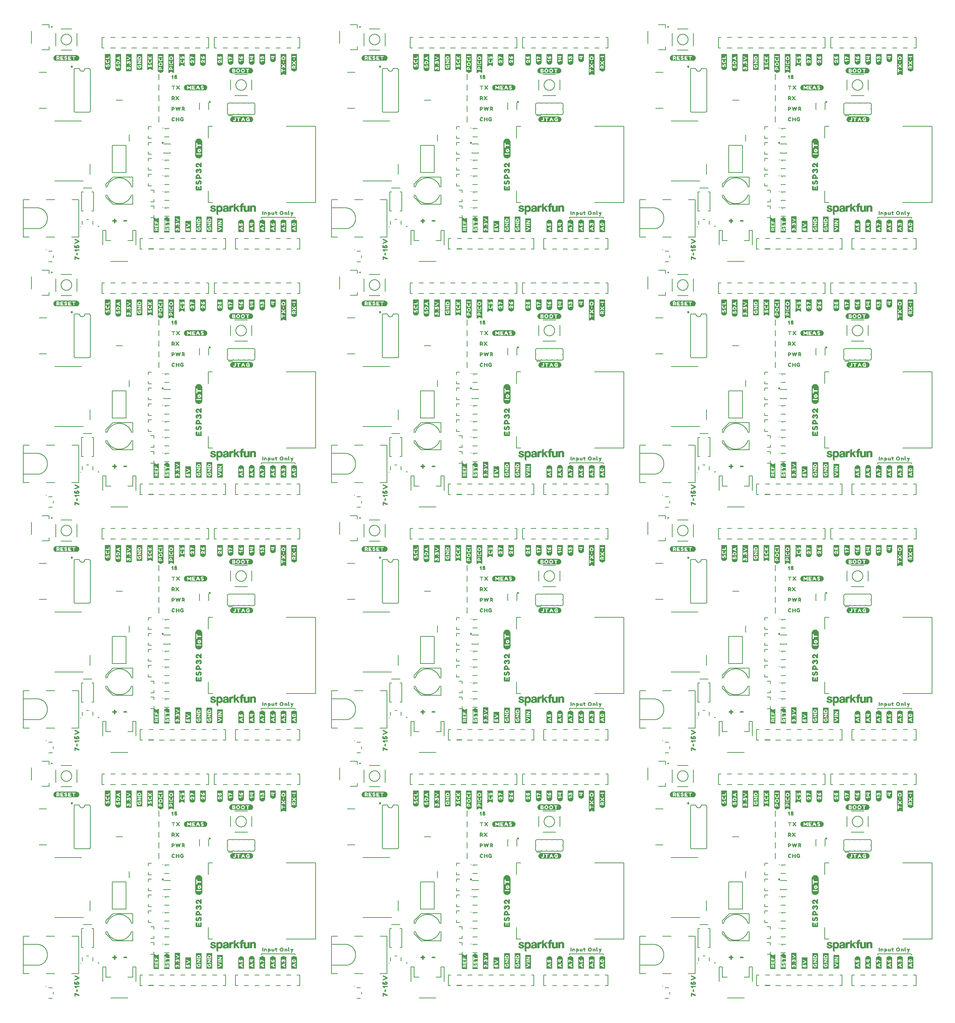
<source format=gto>
G04 EAGLE Gerber RS-274X export*
G75*
%MOMM*%
%FSLAX34Y34*%
%LPD*%
%INSilkscreen Top*%
%IPPOS*%
%AMOC8*
5,1,8,0,0,1.08239X$1,22.5*%
G01*
%ADD10C,0.203200*%
%ADD11C,0.254000*%
%ADD12C,0.127000*%
%ADD13C,0.508000*%
%ADD14C,0.300000*%
%ADD15C,0.254000*%
%ADD16C,0.177800*%

G36*
X1591482Y1668307D02*
X1591482Y1668307D01*
X1591483Y1668306D01*
X1592883Y1668506D01*
X1592885Y1668508D01*
X1592888Y1668507D01*
X1593487Y1668707D01*
X1594187Y1668907D01*
X1594188Y1668909D01*
X1594191Y1668908D01*
X1594791Y1669208D01*
X1594791Y1669210D01*
X1594792Y1669209D01*
X1595292Y1669509D01*
X1595293Y1669512D01*
X1595296Y1669511D01*
X1595895Y1670011D01*
X1596395Y1670411D01*
X1596396Y1670415D01*
X1596399Y1670415D01*
X1596799Y1670915D01*
X1596799Y1670916D01*
X1596800Y1670917D01*
X1597200Y1671517D01*
X1597200Y1671519D01*
X1597202Y1671519D01*
X1597802Y1672719D01*
X1597801Y1672722D01*
X1597803Y1672723D01*
X1598003Y1673423D01*
X1598002Y1673425D01*
X1598004Y1673426D01*
X1598104Y1674026D01*
X1598104Y1674027D01*
X1598204Y1674727D01*
X1598203Y1674728D01*
X1598204Y1674729D01*
X1598204Y1674730D01*
X1598204Y1676030D01*
X1598201Y1676033D01*
X1598203Y1676037D01*
X1598003Y1676737D01*
X1598003Y1676738D01*
X1597803Y1677337D01*
X1597603Y1678037D01*
X1597601Y1678038D01*
X1597602Y1678041D01*
X1597302Y1678641D01*
X1597298Y1678642D01*
X1597299Y1678645D01*
X1596900Y1679144D01*
X1596500Y1679743D01*
X1596495Y1679745D01*
X1596495Y1679749D01*
X1595996Y1680148D01*
X1595497Y1680647D01*
X1595492Y1680647D01*
X1595491Y1680652D01*
X1593691Y1681552D01*
X1593688Y1681551D01*
X1593687Y1681553D01*
X1592987Y1681753D01*
X1592985Y1681752D01*
X1592984Y1681754D01*
X1592384Y1681854D01*
X1592383Y1681854D01*
X1591683Y1681954D01*
X1591681Y1681953D01*
X1591680Y1681954D01*
X1542980Y1681954D01*
X1542976Y1681951D01*
X1542972Y1681953D01*
X1542971Y1681951D01*
X1542968Y1681951D01*
X1542966Y1681942D01*
X1542956Y1681933D01*
X1542961Y1681927D01*
X1542958Y1681919D01*
X1543034Y1681768D01*
X1542899Y1681945D01*
X1542886Y1681947D01*
X1542880Y1681954D01*
X1542780Y1681954D01*
X1542778Y1681953D01*
X1542777Y1681954D01*
X1542077Y1681854D01*
X1542076Y1681854D01*
X1541476Y1681754D01*
X1541475Y1681752D01*
X1541473Y1681753D01*
X1540773Y1681553D01*
X1540772Y1681553D01*
X1540172Y1681353D01*
X1540171Y1681351D01*
X1540169Y1681352D01*
X1539569Y1681052D01*
X1539568Y1681050D01*
X1539567Y1681050D01*
X1538967Y1680650D01*
X1538966Y1680649D01*
X1538965Y1680649D01*
X1538465Y1680249D01*
X1538465Y1680247D01*
X1538463Y1680247D01*
X1537963Y1679747D01*
X1537963Y1679745D01*
X1537961Y1679745D01*
X1537561Y1679245D01*
X1537561Y1679244D01*
X1537560Y1679243D01*
X1537160Y1678643D01*
X1537160Y1678641D01*
X1537158Y1678641D01*
X1536558Y1677441D01*
X1536559Y1677438D01*
X1536557Y1677438D01*
X1536357Y1676838D01*
X1536358Y1676835D01*
X1536356Y1676833D01*
X1536156Y1675433D01*
X1536157Y1675431D01*
X1536156Y1675430D01*
X1536156Y1674830D01*
X1536157Y1674828D01*
X1536156Y1674827D01*
X1536356Y1673427D01*
X1536358Y1673425D01*
X1536357Y1673422D01*
X1536757Y1672222D01*
X1536761Y1672220D01*
X1536760Y1672217D01*
X1537560Y1671017D01*
X1537561Y1671016D01*
X1537561Y1671015D01*
X1537961Y1670515D01*
X1537963Y1670515D01*
X1537963Y1670513D01*
X1538463Y1670013D01*
X1538465Y1670013D01*
X1538465Y1670011D01*
X1538965Y1669611D01*
X1538966Y1669611D01*
X1538967Y1669610D01*
X1539567Y1669210D01*
X1539569Y1669210D01*
X1539569Y1669208D01*
X1540169Y1668908D01*
X1540172Y1668909D01*
X1540172Y1668907D01*
X1540772Y1668707D01*
X1540773Y1668707D01*
X1541473Y1668507D01*
X1541475Y1668508D01*
X1541476Y1668506D01*
X1542076Y1668406D01*
X1542077Y1668406D01*
X1542777Y1668306D01*
X1542779Y1668307D01*
X1542780Y1668306D01*
X1591480Y1668306D01*
X1591482Y1668307D01*
G37*
G36*
X113202Y1079027D02*
X113202Y1079027D01*
X113203Y1079026D01*
X114603Y1079226D01*
X114605Y1079228D01*
X114608Y1079227D01*
X115207Y1079427D01*
X115907Y1079627D01*
X115908Y1079629D01*
X115911Y1079628D01*
X116511Y1079928D01*
X116511Y1079930D01*
X116512Y1079929D01*
X117012Y1080229D01*
X117013Y1080232D01*
X117016Y1080231D01*
X117615Y1080731D01*
X118115Y1081131D01*
X118116Y1081135D01*
X118119Y1081135D01*
X118519Y1081635D01*
X118519Y1081636D01*
X118520Y1081637D01*
X118920Y1082237D01*
X118920Y1082239D01*
X118922Y1082239D01*
X119522Y1083439D01*
X119521Y1083442D01*
X119523Y1083443D01*
X119723Y1084143D01*
X119722Y1084145D01*
X119724Y1084146D01*
X119824Y1084746D01*
X119824Y1084747D01*
X119924Y1085447D01*
X119923Y1085448D01*
X119924Y1085449D01*
X119924Y1085450D01*
X119924Y1086750D01*
X119921Y1086753D01*
X119923Y1086757D01*
X119723Y1087457D01*
X119723Y1087458D01*
X119523Y1088057D01*
X119323Y1088757D01*
X119321Y1088758D01*
X119322Y1088761D01*
X119022Y1089361D01*
X119018Y1089362D01*
X119019Y1089365D01*
X118620Y1089864D01*
X118220Y1090463D01*
X118215Y1090465D01*
X118215Y1090469D01*
X117716Y1090868D01*
X117217Y1091367D01*
X117212Y1091367D01*
X117211Y1091372D01*
X115411Y1092272D01*
X115408Y1092271D01*
X115407Y1092273D01*
X114707Y1092473D01*
X114705Y1092472D01*
X114704Y1092474D01*
X114104Y1092574D01*
X114103Y1092574D01*
X113403Y1092674D01*
X113401Y1092673D01*
X113400Y1092674D01*
X64700Y1092674D01*
X64696Y1092671D01*
X64692Y1092673D01*
X64691Y1092671D01*
X64688Y1092671D01*
X64686Y1092662D01*
X64676Y1092653D01*
X64681Y1092647D01*
X64678Y1092639D01*
X64754Y1092488D01*
X64619Y1092665D01*
X64606Y1092667D01*
X64600Y1092674D01*
X64500Y1092674D01*
X64498Y1092673D01*
X64497Y1092674D01*
X63797Y1092574D01*
X63796Y1092574D01*
X63196Y1092474D01*
X63195Y1092472D01*
X63193Y1092473D01*
X62493Y1092273D01*
X62492Y1092273D01*
X61892Y1092073D01*
X61891Y1092071D01*
X61889Y1092072D01*
X61289Y1091772D01*
X61288Y1091770D01*
X61287Y1091770D01*
X60687Y1091370D01*
X60686Y1091369D01*
X60685Y1091369D01*
X60185Y1090969D01*
X60185Y1090967D01*
X60183Y1090967D01*
X59683Y1090467D01*
X59683Y1090465D01*
X59681Y1090465D01*
X59281Y1089965D01*
X59281Y1089964D01*
X59280Y1089963D01*
X58880Y1089363D01*
X58880Y1089361D01*
X58878Y1089361D01*
X58278Y1088161D01*
X58279Y1088158D01*
X58277Y1088158D01*
X58077Y1087558D01*
X58078Y1087555D01*
X58076Y1087553D01*
X57876Y1086153D01*
X57877Y1086151D01*
X57876Y1086150D01*
X57876Y1085550D01*
X57877Y1085548D01*
X57876Y1085547D01*
X58076Y1084147D01*
X58078Y1084145D01*
X58077Y1084142D01*
X58477Y1082942D01*
X58481Y1082940D01*
X58480Y1082937D01*
X59280Y1081737D01*
X59281Y1081736D01*
X59281Y1081735D01*
X59681Y1081235D01*
X59683Y1081235D01*
X59683Y1081233D01*
X60183Y1080733D01*
X60185Y1080733D01*
X60185Y1080731D01*
X60685Y1080331D01*
X60686Y1080331D01*
X60687Y1080330D01*
X61287Y1079930D01*
X61289Y1079930D01*
X61289Y1079928D01*
X61889Y1079628D01*
X61892Y1079629D01*
X61892Y1079627D01*
X62492Y1079427D01*
X62493Y1079427D01*
X63193Y1079227D01*
X63195Y1079228D01*
X63196Y1079226D01*
X63796Y1079126D01*
X63797Y1079126D01*
X64497Y1079026D01*
X64499Y1079027D01*
X64500Y1079026D01*
X113200Y1079026D01*
X113202Y1079027D01*
G37*
G36*
X852342Y1079027D02*
X852342Y1079027D01*
X852343Y1079026D01*
X853743Y1079226D01*
X853745Y1079228D01*
X853748Y1079227D01*
X854347Y1079427D01*
X855047Y1079627D01*
X855048Y1079629D01*
X855051Y1079628D01*
X855651Y1079928D01*
X855651Y1079930D01*
X855652Y1079929D01*
X856152Y1080229D01*
X856153Y1080232D01*
X856156Y1080231D01*
X856755Y1080731D01*
X857255Y1081131D01*
X857256Y1081135D01*
X857259Y1081135D01*
X857659Y1081635D01*
X857659Y1081636D01*
X857660Y1081637D01*
X858060Y1082237D01*
X858060Y1082239D01*
X858062Y1082239D01*
X858662Y1083439D01*
X858661Y1083442D01*
X858663Y1083443D01*
X858863Y1084143D01*
X858862Y1084145D01*
X858864Y1084146D01*
X858964Y1084746D01*
X858964Y1084747D01*
X859064Y1085447D01*
X859063Y1085448D01*
X859064Y1085449D01*
X859064Y1085450D01*
X859064Y1086750D01*
X859061Y1086753D01*
X859063Y1086757D01*
X858863Y1087457D01*
X858863Y1087458D01*
X858663Y1088057D01*
X858463Y1088757D01*
X858461Y1088758D01*
X858462Y1088761D01*
X858162Y1089361D01*
X858158Y1089362D01*
X858159Y1089365D01*
X857760Y1089864D01*
X857360Y1090463D01*
X857355Y1090465D01*
X857355Y1090469D01*
X856856Y1090868D01*
X856357Y1091367D01*
X856352Y1091367D01*
X856351Y1091372D01*
X854551Y1092272D01*
X854548Y1092271D01*
X854547Y1092273D01*
X853847Y1092473D01*
X853845Y1092472D01*
X853844Y1092474D01*
X853244Y1092574D01*
X853243Y1092574D01*
X852543Y1092674D01*
X852541Y1092673D01*
X852540Y1092674D01*
X803840Y1092674D01*
X803836Y1092671D01*
X803832Y1092673D01*
X803831Y1092671D01*
X803828Y1092671D01*
X803826Y1092662D01*
X803816Y1092653D01*
X803821Y1092647D01*
X803818Y1092639D01*
X803894Y1092488D01*
X803759Y1092665D01*
X803746Y1092667D01*
X803740Y1092674D01*
X803640Y1092674D01*
X803638Y1092673D01*
X803637Y1092674D01*
X802937Y1092574D01*
X802936Y1092574D01*
X802336Y1092474D01*
X802335Y1092472D01*
X802333Y1092473D01*
X801633Y1092273D01*
X801632Y1092273D01*
X801032Y1092073D01*
X801031Y1092071D01*
X801029Y1092072D01*
X800429Y1091772D01*
X800428Y1091770D01*
X800427Y1091770D01*
X799827Y1091370D01*
X799826Y1091369D01*
X799825Y1091369D01*
X799325Y1090969D01*
X799325Y1090967D01*
X799323Y1090967D01*
X798823Y1090467D01*
X798823Y1090465D01*
X798821Y1090465D01*
X798421Y1089965D01*
X798421Y1089964D01*
X798420Y1089963D01*
X798020Y1089363D01*
X798020Y1089361D01*
X798018Y1089361D01*
X797418Y1088161D01*
X797419Y1088158D01*
X797417Y1088158D01*
X797217Y1087558D01*
X797218Y1087555D01*
X797216Y1087553D01*
X797016Y1086153D01*
X797017Y1086151D01*
X797016Y1086150D01*
X797016Y1085550D01*
X797017Y1085548D01*
X797016Y1085547D01*
X797216Y1084147D01*
X797218Y1084145D01*
X797217Y1084142D01*
X797617Y1082942D01*
X797621Y1082940D01*
X797620Y1082937D01*
X798420Y1081737D01*
X798421Y1081736D01*
X798421Y1081735D01*
X798821Y1081235D01*
X798823Y1081235D01*
X798823Y1081233D01*
X799323Y1080733D01*
X799325Y1080733D01*
X799325Y1080731D01*
X799825Y1080331D01*
X799826Y1080331D01*
X799827Y1080330D01*
X800427Y1079930D01*
X800429Y1079930D01*
X800429Y1079928D01*
X801029Y1079628D01*
X801032Y1079629D01*
X801032Y1079627D01*
X801632Y1079427D01*
X801633Y1079427D01*
X802333Y1079227D01*
X802335Y1079228D01*
X802336Y1079226D01*
X802936Y1079126D01*
X802937Y1079126D01*
X803637Y1079026D01*
X803639Y1079027D01*
X803640Y1079026D01*
X852340Y1079026D01*
X852342Y1079027D01*
G37*
G36*
X113202Y489747D02*
X113202Y489747D01*
X113203Y489746D01*
X114603Y489946D01*
X114605Y489948D01*
X114608Y489947D01*
X115207Y490147D01*
X115907Y490347D01*
X115908Y490349D01*
X115911Y490348D01*
X116511Y490648D01*
X116511Y490650D01*
X116512Y490649D01*
X117012Y490949D01*
X117013Y490952D01*
X117016Y490951D01*
X117615Y491451D01*
X118115Y491851D01*
X118116Y491855D01*
X118119Y491855D01*
X118519Y492355D01*
X118519Y492356D01*
X118520Y492357D01*
X118920Y492957D01*
X118920Y492959D01*
X118922Y492959D01*
X119522Y494159D01*
X119521Y494162D01*
X119523Y494163D01*
X119723Y494863D01*
X119722Y494865D01*
X119724Y494866D01*
X119824Y495466D01*
X119824Y495467D01*
X119924Y496167D01*
X119923Y496168D01*
X119924Y496169D01*
X119924Y496170D01*
X119924Y497470D01*
X119921Y497473D01*
X119923Y497477D01*
X119723Y498177D01*
X119723Y498178D01*
X119523Y498777D01*
X119323Y499477D01*
X119321Y499478D01*
X119322Y499481D01*
X119022Y500081D01*
X119018Y500082D01*
X119019Y500085D01*
X118620Y500584D01*
X118220Y501183D01*
X118215Y501185D01*
X118215Y501189D01*
X117716Y501588D01*
X117217Y502087D01*
X117212Y502087D01*
X117211Y502092D01*
X115411Y502992D01*
X115408Y502991D01*
X115407Y502993D01*
X114707Y503193D01*
X114705Y503192D01*
X114704Y503194D01*
X114104Y503294D01*
X114103Y503294D01*
X113403Y503394D01*
X113401Y503393D01*
X113400Y503394D01*
X64700Y503394D01*
X64696Y503391D01*
X64692Y503393D01*
X64691Y503391D01*
X64688Y503391D01*
X64686Y503382D01*
X64676Y503373D01*
X64681Y503367D01*
X64678Y503359D01*
X64754Y503208D01*
X64619Y503385D01*
X64606Y503387D01*
X64600Y503394D01*
X64500Y503394D01*
X64498Y503393D01*
X64497Y503394D01*
X63797Y503294D01*
X63796Y503294D01*
X63196Y503194D01*
X63195Y503192D01*
X63193Y503193D01*
X62493Y502993D01*
X62492Y502993D01*
X61892Y502793D01*
X61891Y502791D01*
X61889Y502792D01*
X61289Y502492D01*
X61288Y502490D01*
X61287Y502490D01*
X60687Y502090D01*
X60686Y502089D01*
X60685Y502089D01*
X60185Y501689D01*
X60185Y501687D01*
X60183Y501687D01*
X59683Y501187D01*
X59683Y501185D01*
X59681Y501185D01*
X59281Y500685D01*
X59281Y500684D01*
X59280Y500683D01*
X58880Y500083D01*
X58880Y500081D01*
X58878Y500081D01*
X58278Y498881D01*
X58279Y498878D01*
X58277Y498878D01*
X58077Y498278D01*
X58078Y498275D01*
X58076Y498273D01*
X57876Y496873D01*
X57877Y496871D01*
X57876Y496870D01*
X57876Y496270D01*
X57877Y496268D01*
X57876Y496267D01*
X58076Y494867D01*
X58078Y494865D01*
X58077Y494862D01*
X58477Y493662D01*
X58481Y493660D01*
X58480Y493657D01*
X59280Y492457D01*
X59281Y492456D01*
X59281Y492455D01*
X59681Y491955D01*
X59683Y491955D01*
X59683Y491953D01*
X60183Y491453D01*
X60185Y491453D01*
X60185Y491451D01*
X60685Y491051D01*
X60686Y491051D01*
X60687Y491050D01*
X61287Y490650D01*
X61289Y490650D01*
X61289Y490648D01*
X61889Y490348D01*
X61892Y490349D01*
X61892Y490347D01*
X62492Y490147D01*
X62493Y490147D01*
X63193Y489947D01*
X63195Y489948D01*
X63196Y489946D01*
X63796Y489846D01*
X63797Y489846D01*
X64497Y489746D01*
X64499Y489747D01*
X64500Y489746D01*
X113200Y489746D01*
X113202Y489747D01*
G37*
G36*
X852342Y489747D02*
X852342Y489747D01*
X852343Y489746D01*
X853743Y489946D01*
X853745Y489948D01*
X853748Y489947D01*
X854347Y490147D01*
X855047Y490347D01*
X855048Y490349D01*
X855051Y490348D01*
X855651Y490648D01*
X855651Y490650D01*
X855652Y490649D01*
X856152Y490949D01*
X856153Y490952D01*
X856156Y490951D01*
X856755Y491451D01*
X857255Y491851D01*
X857256Y491855D01*
X857259Y491855D01*
X857659Y492355D01*
X857659Y492356D01*
X857660Y492357D01*
X858060Y492957D01*
X858060Y492959D01*
X858062Y492959D01*
X858662Y494159D01*
X858661Y494162D01*
X858663Y494163D01*
X858863Y494863D01*
X858862Y494865D01*
X858864Y494866D01*
X858964Y495466D01*
X858964Y495467D01*
X859064Y496167D01*
X859063Y496168D01*
X859064Y496169D01*
X859064Y496170D01*
X859064Y497470D01*
X859061Y497473D01*
X859063Y497477D01*
X858863Y498177D01*
X858863Y498178D01*
X858663Y498777D01*
X858463Y499477D01*
X858461Y499478D01*
X858462Y499481D01*
X858162Y500081D01*
X858158Y500082D01*
X858159Y500085D01*
X857760Y500584D01*
X857360Y501183D01*
X857355Y501185D01*
X857355Y501189D01*
X856856Y501588D01*
X856357Y502087D01*
X856352Y502087D01*
X856351Y502092D01*
X854551Y502992D01*
X854548Y502991D01*
X854547Y502993D01*
X853847Y503193D01*
X853845Y503192D01*
X853844Y503194D01*
X853244Y503294D01*
X853243Y503294D01*
X852543Y503394D01*
X852541Y503393D01*
X852540Y503394D01*
X803840Y503394D01*
X803836Y503391D01*
X803832Y503393D01*
X803831Y503391D01*
X803828Y503391D01*
X803826Y503382D01*
X803816Y503373D01*
X803821Y503367D01*
X803818Y503359D01*
X803894Y503208D01*
X803759Y503385D01*
X803746Y503387D01*
X803740Y503394D01*
X803640Y503394D01*
X803638Y503393D01*
X803637Y503394D01*
X802937Y503294D01*
X802936Y503294D01*
X802336Y503194D01*
X802335Y503192D01*
X802333Y503193D01*
X801633Y502993D01*
X801632Y502993D01*
X801032Y502793D01*
X801031Y502791D01*
X801029Y502792D01*
X800429Y502492D01*
X800428Y502490D01*
X800427Y502490D01*
X799827Y502090D01*
X799826Y502089D01*
X799825Y502089D01*
X799325Y501689D01*
X799325Y501687D01*
X799323Y501687D01*
X798823Y501187D01*
X798823Y501185D01*
X798821Y501185D01*
X798421Y500685D01*
X798421Y500684D01*
X798420Y500683D01*
X798020Y500083D01*
X798020Y500081D01*
X798018Y500081D01*
X797418Y498881D01*
X797419Y498878D01*
X797417Y498878D01*
X797217Y498278D01*
X797218Y498275D01*
X797216Y498273D01*
X797016Y496873D01*
X797017Y496871D01*
X797016Y496870D01*
X797016Y496270D01*
X797017Y496268D01*
X797016Y496267D01*
X797216Y494867D01*
X797218Y494865D01*
X797217Y494862D01*
X797617Y493662D01*
X797621Y493660D01*
X797620Y493657D01*
X798420Y492457D01*
X798421Y492456D01*
X798421Y492455D01*
X798821Y491955D01*
X798823Y491955D01*
X798823Y491953D01*
X799323Y491453D01*
X799325Y491453D01*
X799325Y491451D01*
X799825Y491051D01*
X799826Y491051D01*
X799827Y491050D01*
X800427Y490650D01*
X800429Y490650D01*
X800429Y490648D01*
X801029Y490348D01*
X801032Y490349D01*
X801032Y490347D01*
X801632Y490147D01*
X801633Y490147D01*
X802333Y489947D01*
X802335Y489948D01*
X802336Y489946D01*
X802936Y489846D01*
X802937Y489846D01*
X803637Y489746D01*
X803639Y489747D01*
X803640Y489746D01*
X852340Y489746D01*
X852342Y489747D01*
G37*
G36*
X1591482Y1079027D02*
X1591482Y1079027D01*
X1591483Y1079026D01*
X1592883Y1079226D01*
X1592885Y1079228D01*
X1592888Y1079227D01*
X1593487Y1079427D01*
X1594187Y1079627D01*
X1594188Y1079629D01*
X1594191Y1079628D01*
X1594791Y1079928D01*
X1594791Y1079930D01*
X1594792Y1079929D01*
X1595292Y1080229D01*
X1595293Y1080232D01*
X1595296Y1080231D01*
X1595895Y1080731D01*
X1596395Y1081131D01*
X1596396Y1081135D01*
X1596399Y1081135D01*
X1596799Y1081635D01*
X1596799Y1081636D01*
X1596800Y1081637D01*
X1597200Y1082237D01*
X1597200Y1082239D01*
X1597202Y1082239D01*
X1597802Y1083439D01*
X1597801Y1083442D01*
X1597803Y1083443D01*
X1598003Y1084143D01*
X1598002Y1084145D01*
X1598004Y1084146D01*
X1598104Y1084746D01*
X1598104Y1084747D01*
X1598204Y1085447D01*
X1598203Y1085448D01*
X1598204Y1085449D01*
X1598204Y1085450D01*
X1598204Y1086750D01*
X1598201Y1086753D01*
X1598203Y1086757D01*
X1598003Y1087457D01*
X1598003Y1087458D01*
X1597803Y1088057D01*
X1597603Y1088757D01*
X1597601Y1088758D01*
X1597602Y1088761D01*
X1597302Y1089361D01*
X1597298Y1089362D01*
X1597299Y1089365D01*
X1596900Y1089864D01*
X1596500Y1090463D01*
X1596495Y1090465D01*
X1596495Y1090469D01*
X1595996Y1090868D01*
X1595497Y1091367D01*
X1595492Y1091367D01*
X1595491Y1091372D01*
X1593691Y1092272D01*
X1593688Y1092271D01*
X1593687Y1092273D01*
X1592987Y1092473D01*
X1592985Y1092472D01*
X1592984Y1092474D01*
X1592384Y1092574D01*
X1592383Y1092574D01*
X1591683Y1092674D01*
X1591681Y1092673D01*
X1591680Y1092674D01*
X1542980Y1092674D01*
X1542976Y1092671D01*
X1542972Y1092673D01*
X1542971Y1092671D01*
X1542968Y1092671D01*
X1542966Y1092662D01*
X1542956Y1092653D01*
X1542961Y1092647D01*
X1542958Y1092639D01*
X1543034Y1092488D01*
X1542899Y1092665D01*
X1542886Y1092667D01*
X1542880Y1092674D01*
X1542780Y1092674D01*
X1542778Y1092673D01*
X1542777Y1092674D01*
X1542077Y1092574D01*
X1542076Y1092574D01*
X1541476Y1092474D01*
X1541475Y1092472D01*
X1541473Y1092473D01*
X1540773Y1092273D01*
X1540772Y1092273D01*
X1540172Y1092073D01*
X1540171Y1092071D01*
X1540169Y1092072D01*
X1539569Y1091772D01*
X1539568Y1091770D01*
X1539567Y1091770D01*
X1538967Y1091370D01*
X1538966Y1091369D01*
X1538965Y1091369D01*
X1538465Y1090969D01*
X1538465Y1090967D01*
X1538463Y1090967D01*
X1537963Y1090467D01*
X1537963Y1090465D01*
X1537961Y1090465D01*
X1537561Y1089965D01*
X1537561Y1089964D01*
X1537560Y1089963D01*
X1537160Y1089363D01*
X1537160Y1089361D01*
X1537158Y1089361D01*
X1536558Y1088161D01*
X1536559Y1088158D01*
X1536557Y1088158D01*
X1536357Y1087558D01*
X1536358Y1087555D01*
X1536356Y1087553D01*
X1536156Y1086153D01*
X1536157Y1086151D01*
X1536156Y1086150D01*
X1536156Y1085550D01*
X1536157Y1085548D01*
X1536156Y1085547D01*
X1536356Y1084147D01*
X1536358Y1084145D01*
X1536357Y1084142D01*
X1536757Y1082942D01*
X1536761Y1082940D01*
X1536760Y1082937D01*
X1537560Y1081737D01*
X1537561Y1081736D01*
X1537561Y1081735D01*
X1537961Y1081235D01*
X1537963Y1081235D01*
X1537963Y1081233D01*
X1538463Y1080733D01*
X1538465Y1080733D01*
X1538465Y1080731D01*
X1538965Y1080331D01*
X1538966Y1080331D01*
X1538967Y1080330D01*
X1539567Y1079930D01*
X1539569Y1079930D01*
X1539569Y1079928D01*
X1540169Y1079628D01*
X1540172Y1079629D01*
X1540172Y1079627D01*
X1540772Y1079427D01*
X1540773Y1079427D01*
X1541473Y1079227D01*
X1541475Y1079228D01*
X1541476Y1079226D01*
X1542076Y1079126D01*
X1542077Y1079126D01*
X1542777Y1079026D01*
X1542779Y1079027D01*
X1542780Y1079026D01*
X1591480Y1079026D01*
X1591482Y1079027D01*
G37*
G36*
X1591482Y489747D02*
X1591482Y489747D01*
X1591483Y489746D01*
X1592883Y489946D01*
X1592885Y489948D01*
X1592888Y489947D01*
X1593487Y490147D01*
X1594187Y490347D01*
X1594188Y490349D01*
X1594191Y490348D01*
X1594791Y490648D01*
X1594791Y490650D01*
X1594792Y490649D01*
X1595292Y490949D01*
X1595293Y490952D01*
X1595296Y490951D01*
X1595895Y491451D01*
X1596395Y491851D01*
X1596396Y491855D01*
X1596399Y491855D01*
X1596799Y492355D01*
X1596799Y492356D01*
X1596800Y492357D01*
X1597200Y492957D01*
X1597200Y492959D01*
X1597202Y492959D01*
X1597802Y494159D01*
X1597801Y494162D01*
X1597803Y494163D01*
X1598003Y494863D01*
X1598002Y494865D01*
X1598004Y494866D01*
X1598104Y495466D01*
X1598104Y495467D01*
X1598204Y496167D01*
X1598203Y496168D01*
X1598204Y496169D01*
X1598204Y496170D01*
X1598204Y497470D01*
X1598201Y497473D01*
X1598203Y497477D01*
X1598003Y498177D01*
X1598003Y498178D01*
X1597803Y498777D01*
X1597603Y499477D01*
X1597601Y499478D01*
X1597602Y499481D01*
X1597302Y500081D01*
X1597298Y500082D01*
X1597299Y500085D01*
X1596900Y500584D01*
X1596500Y501183D01*
X1596495Y501185D01*
X1596495Y501189D01*
X1595996Y501588D01*
X1595497Y502087D01*
X1595492Y502087D01*
X1595491Y502092D01*
X1593691Y502992D01*
X1593688Y502991D01*
X1593687Y502993D01*
X1592987Y503193D01*
X1592985Y503192D01*
X1592984Y503194D01*
X1592384Y503294D01*
X1592383Y503294D01*
X1591683Y503394D01*
X1591681Y503393D01*
X1591680Y503394D01*
X1542980Y503394D01*
X1542976Y503391D01*
X1542972Y503393D01*
X1542971Y503391D01*
X1542968Y503391D01*
X1542966Y503382D01*
X1542956Y503373D01*
X1542961Y503367D01*
X1542958Y503359D01*
X1543034Y503208D01*
X1542899Y503385D01*
X1542886Y503387D01*
X1542880Y503394D01*
X1542780Y503394D01*
X1542778Y503393D01*
X1542777Y503394D01*
X1542077Y503294D01*
X1542076Y503294D01*
X1541476Y503194D01*
X1541475Y503192D01*
X1541473Y503193D01*
X1540773Y502993D01*
X1540772Y502993D01*
X1540172Y502793D01*
X1540171Y502791D01*
X1540169Y502792D01*
X1539569Y502492D01*
X1539568Y502490D01*
X1539567Y502490D01*
X1538967Y502090D01*
X1538966Y502089D01*
X1538965Y502089D01*
X1538465Y501689D01*
X1538465Y501687D01*
X1538463Y501687D01*
X1537963Y501187D01*
X1537963Y501185D01*
X1537961Y501185D01*
X1537561Y500685D01*
X1537561Y500684D01*
X1537560Y500683D01*
X1537160Y500083D01*
X1537160Y500081D01*
X1537158Y500081D01*
X1536558Y498881D01*
X1536559Y498878D01*
X1536557Y498878D01*
X1536357Y498278D01*
X1536358Y498275D01*
X1536356Y498273D01*
X1536156Y496873D01*
X1536157Y496871D01*
X1536156Y496870D01*
X1536156Y496270D01*
X1536157Y496268D01*
X1536156Y496267D01*
X1536356Y494867D01*
X1536358Y494865D01*
X1536357Y494862D01*
X1536757Y493662D01*
X1536761Y493660D01*
X1536760Y493657D01*
X1537560Y492457D01*
X1537561Y492456D01*
X1537561Y492455D01*
X1537961Y491955D01*
X1537963Y491955D01*
X1537963Y491953D01*
X1538463Y491453D01*
X1538465Y491453D01*
X1538465Y491451D01*
X1538965Y491051D01*
X1538966Y491051D01*
X1538967Y491050D01*
X1539567Y490650D01*
X1539569Y490650D01*
X1539569Y490648D01*
X1540169Y490348D01*
X1540172Y490349D01*
X1540172Y490347D01*
X1540772Y490147D01*
X1540773Y490147D01*
X1541473Y489947D01*
X1541475Y489948D01*
X1541476Y489946D01*
X1542076Y489846D01*
X1542077Y489846D01*
X1542777Y489746D01*
X1542779Y489747D01*
X1542780Y489746D01*
X1591480Y489746D01*
X1591482Y489747D01*
G37*
G36*
X113202Y2257587D02*
X113202Y2257587D01*
X113203Y2257586D01*
X114603Y2257786D01*
X114605Y2257788D01*
X114608Y2257787D01*
X115207Y2257987D01*
X115907Y2258187D01*
X115908Y2258189D01*
X115911Y2258188D01*
X116511Y2258488D01*
X116511Y2258490D01*
X116512Y2258489D01*
X117012Y2258789D01*
X117013Y2258792D01*
X117016Y2258791D01*
X117615Y2259291D01*
X118115Y2259691D01*
X118116Y2259695D01*
X118119Y2259695D01*
X118519Y2260195D01*
X118519Y2260196D01*
X118520Y2260197D01*
X118920Y2260797D01*
X118920Y2260799D01*
X118922Y2260799D01*
X119522Y2261999D01*
X119521Y2262002D01*
X119523Y2262003D01*
X119723Y2262703D01*
X119722Y2262705D01*
X119724Y2262706D01*
X119824Y2263306D01*
X119824Y2263307D01*
X119924Y2264007D01*
X119923Y2264008D01*
X119924Y2264009D01*
X119924Y2264010D01*
X119924Y2265310D01*
X119921Y2265313D01*
X119923Y2265317D01*
X119723Y2266017D01*
X119723Y2266018D01*
X119523Y2266617D01*
X119323Y2267317D01*
X119321Y2267318D01*
X119322Y2267321D01*
X119022Y2267921D01*
X119018Y2267922D01*
X119019Y2267925D01*
X118620Y2268424D01*
X118220Y2269023D01*
X118215Y2269025D01*
X118215Y2269029D01*
X117716Y2269428D01*
X117217Y2269927D01*
X117212Y2269927D01*
X117211Y2269932D01*
X115411Y2270832D01*
X115408Y2270831D01*
X115407Y2270833D01*
X114707Y2271033D01*
X114705Y2271032D01*
X114704Y2271034D01*
X114104Y2271134D01*
X114103Y2271134D01*
X113403Y2271234D01*
X113401Y2271233D01*
X113400Y2271234D01*
X64700Y2271234D01*
X64696Y2271231D01*
X64692Y2271233D01*
X64691Y2271231D01*
X64688Y2271231D01*
X64686Y2271222D01*
X64676Y2271213D01*
X64681Y2271207D01*
X64678Y2271199D01*
X64754Y2271048D01*
X64619Y2271225D01*
X64606Y2271227D01*
X64600Y2271234D01*
X64500Y2271234D01*
X64498Y2271233D01*
X64497Y2271234D01*
X63797Y2271134D01*
X63796Y2271134D01*
X63196Y2271034D01*
X63195Y2271032D01*
X63193Y2271033D01*
X62493Y2270833D01*
X62492Y2270833D01*
X61892Y2270633D01*
X61891Y2270631D01*
X61889Y2270632D01*
X61289Y2270332D01*
X61288Y2270330D01*
X61287Y2270330D01*
X60687Y2269930D01*
X60686Y2269929D01*
X60685Y2269929D01*
X60185Y2269529D01*
X60185Y2269527D01*
X60183Y2269527D01*
X59683Y2269027D01*
X59683Y2269025D01*
X59681Y2269025D01*
X59281Y2268525D01*
X59281Y2268524D01*
X59280Y2268523D01*
X58880Y2267923D01*
X58880Y2267921D01*
X58878Y2267921D01*
X58278Y2266721D01*
X58279Y2266718D01*
X58277Y2266718D01*
X58077Y2266118D01*
X58078Y2266115D01*
X58076Y2266113D01*
X57876Y2264713D01*
X57877Y2264711D01*
X57876Y2264710D01*
X57876Y2264110D01*
X57877Y2264108D01*
X57876Y2264107D01*
X58076Y2262707D01*
X58078Y2262705D01*
X58077Y2262702D01*
X58477Y2261502D01*
X58481Y2261500D01*
X58480Y2261497D01*
X59280Y2260297D01*
X59281Y2260296D01*
X59281Y2260295D01*
X59681Y2259795D01*
X59683Y2259795D01*
X59683Y2259793D01*
X60183Y2259293D01*
X60185Y2259293D01*
X60185Y2259291D01*
X60685Y2258891D01*
X60686Y2258891D01*
X60687Y2258890D01*
X61287Y2258490D01*
X61289Y2258490D01*
X61289Y2258488D01*
X61889Y2258188D01*
X61892Y2258189D01*
X61892Y2258187D01*
X62492Y2257987D01*
X62493Y2257987D01*
X63193Y2257787D01*
X63195Y2257788D01*
X63196Y2257786D01*
X63796Y2257686D01*
X63797Y2257686D01*
X64497Y2257586D01*
X64499Y2257587D01*
X64500Y2257586D01*
X113200Y2257586D01*
X113202Y2257587D01*
G37*
G36*
X1591482Y2257587D02*
X1591482Y2257587D01*
X1591483Y2257586D01*
X1592883Y2257786D01*
X1592885Y2257788D01*
X1592888Y2257787D01*
X1593487Y2257987D01*
X1594187Y2258187D01*
X1594188Y2258189D01*
X1594191Y2258188D01*
X1594791Y2258488D01*
X1594791Y2258490D01*
X1594792Y2258489D01*
X1595292Y2258789D01*
X1595293Y2258792D01*
X1595296Y2258791D01*
X1595895Y2259291D01*
X1596395Y2259691D01*
X1596396Y2259695D01*
X1596399Y2259695D01*
X1596799Y2260195D01*
X1596799Y2260196D01*
X1596800Y2260197D01*
X1597200Y2260797D01*
X1597200Y2260799D01*
X1597202Y2260799D01*
X1597802Y2261999D01*
X1597801Y2262002D01*
X1597803Y2262003D01*
X1598003Y2262703D01*
X1598002Y2262705D01*
X1598004Y2262706D01*
X1598104Y2263306D01*
X1598104Y2263307D01*
X1598204Y2264007D01*
X1598203Y2264008D01*
X1598204Y2264009D01*
X1598204Y2264010D01*
X1598204Y2265310D01*
X1598201Y2265313D01*
X1598203Y2265317D01*
X1598003Y2266017D01*
X1598003Y2266018D01*
X1597803Y2266617D01*
X1597603Y2267317D01*
X1597601Y2267318D01*
X1597602Y2267321D01*
X1597302Y2267921D01*
X1597298Y2267922D01*
X1597299Y2267925D01*
X1596900Y2268424D01*
X1596500Y2269023D01*
X1596495Y2269025D01*
X1596495Y2269029D01*
X1595996Y2269428D01*
X1595497Y2269927D01*
X1595492Y2269927D01*
X1595491Y2269932D01*
X1593691Y2270832D01*
X1593688Y2270831D01*
X1593687Y2270833D01*
X1592987Y2271033D01*
X1592985Y2271032D01*
X1592984Y2271034D01*
X1592384Y2271134D01*
X1592383Y2271134D01*
X1591683Y2271234D01*
X1591681Y2271233D01*
X1591680Y2271234D01*
X1542980Y2271234D01*
X1542976Y2271231D01*
X1542972Y2271233D01*
X1542971Y2271231D01*
X1542968Y2271231D01*
X1542966Y2271222D01*
X1542956Y2271213D01*
X1542961Y2271207D01*
X1542958Y2271199D01*
X1543034Y2271048D01*
X1542899Y2271225D01*
X1542886Y2271227D01*
X1542880Y2271234D01*
X1542780Y2271234D01*
X1542778Y2271233D01*
X1542777Y2271234D01*
X1542077Y2271134D01*
X1542076Y2271134D01*
X1541476Y2271034D01*
X1541475Y2271032D01*
X1541473Y2271033D01*
X1540773Y2270833D01*
X1540772Y2270833D01*
X1540172Y2270633D01*
X1540171Y2270631D01*
X1540169Y2270632D01*
X1539569Y2270332D01*
X1539568Y2270330D01*
X1539567Y2270330D01*
X1538967Y2269930D01*
X1538966Y2269929D01*
X1538965Y2269929D01*
X1538465Y2269529D01*
X1538465Y2269527D01*
X1538463Y2269527D01*
X1537963Y2269027D01*
X1537963Y2269025D01*
X1537961Y2269025D01*
X1537561Y2268525D01*
X1537561Y2268524D01*
X1537560Y2268523D01*
X1537160Y2267923D01*
X1537160Y2267921D01*
X1537158Y2267921D01*
X1536558Y2266721D01*
X1536559Y2266718D01*
X1536557Y2266718D01*
X1536357Y2266118D01*
X1536358Y2266115D01*
X1536356Y2266113D01*
X1536156Y2264713D01*
X1536157Y2264711D01*
X1536156Y2264710D01*
X1536156Y2264110D01*
X1536157Y2264108D01*
X1536156Y2264107D01*
X1536356Y2262707D01*
X1536358Y2262705D01*
X1536357Y2262702D01*
X1536757Y2261502D01*
X1536761Y2261500D01*
X1536760Y2261497D01*
X1537560Y2260297D01*
X1537561Y2260296D01*
X1537561Y2260295D01*
X1537961Y2259795D01*
X1537963Y2259795D01*
X1537963Y2259793D01*
X1538463Y2259293D01*
X1538465Y2259293D01*
X1538465Y2259291D01*
X1538965Y2258891D01*
X1538966Y2258891D01*
X1538967Y2258890D01*
X1539567Y2258490D01*
X1539569Y2258490D01*
X1539569Y2258488D01*
X1540169Y2258188D01*
X1540172Y2258189D01*
X1540172Y2258187D01*
X1540772Y2257987D01*
X1540773Y2257987D01*
X1541473Y2257787D01*
X1541475Y2257788D01*
X1541476Y2257786D01*
X1542076Y2257686D01*
X1542077Y2257686D01*
X1542777Y2257586D01*
X1542779Y2257587D01*
X1542780Y2257586D01*
X1591480Y2257586D01*
X1591482Y2257587D01*
G37*
G36*
X852342Y2257587D02*
X852342Y2257587D01*
X852343Y2257586D01*
X853743Y2257786D01*
X853745Y2257788D01*
X853748Y2257787D01*
X854347Y2257987D01*
X855047Y2258187D01*
X855048Y2258189D01*
X855051Y2258188D01*
X855651Y2258488D01*
X855651Y2258490D01*
X855652Y2258489D01*
X856152Y2258789D01*
X856153Y2258792D01*
X856156Y2258791D01*
X856755Y2259291D01*
X857255Y2259691D01*
X857256Y2259695D01*
X857259Y2259695D01*
X857659Y2260195D01*
X857659Y2260196D01*
X857660Y2260197D01*
X858060Y2260797D01*
X858060Y2260799D01*
X858062Y2260799D01*
X858662Y2261999D01*
X858661Y2262002D01*
X858663Y2262003D01*
X858863Y2262703D01*
X858862Y2262705D01*
X858864Y2262706D01*
X858964Y2263306D01*
X858964Y2263307D01*
X859064Y2264007D01*
X859063Y2264008D01*
X859064Y2264009D01*
X859064Y2264010D01*
X859064Y2265310D01*
X859061Y2265313D01*
X859063Y2265317D01*
X858863Y2266017D01*
X858863Y2266018D01*
X858663Y2266617D01*
X858463Y2267317D01*
X858461Y2267318D01*
X858462Y2267321D01*
X858162Y2267921D01*
X858158Y2267922D01*
X858159Y2267925D01*
X857760Y2268424D01*
X857360Y2269023D01*
X857355Y2269025D01*
X857355Y2269029D01*
X856856Y2269428D01*
X856357Y2269927D01*
X856352Y2269927D01*
X856351Y2269932D01*
X854551Y2270832D01*
X854548Y2270831D01*
X854547Y2270833D01*
X853847Y2271033D01*
X853845Y2271032D01*
X853844Y2271034D01*
X853244Y2271134D01*
X853243Y2271134D01*
X852543Y2271234D01*
X852541Y2271233D01*
X852540Y2271234D01*
X803840Y2271234D01*
X803836Y2271231D01*
X803832Y2271233D01*
X803831Y2271231D01*
X803828Y2271231D01*
X803826Y2271222D01*
X803816Y2271213D01*
X803821Y2271207D01*
X803818Y2271199D01*
X803894Y2271048D01*
X803759Y2271225D01*
X803746Y2271227D01*
X803740Y2271234D01*
X803640Y2271234D01*
X803638Y2271233D01*
X803637Y2271234D01*
X802937Y2271134D01*
X802936Y2271134D01*
X802336Y2271034D01*
X802335Y2271032D01*
X802333Y2271033D01*
X801633Y2270833D01*
X801632Y2270833D01*
X801032Y2270633D01*
X801031Y2270631D01*
X801029Y2270632D01*
X800429Y2270332D01*
X800428Y2270330D01*
X800427Y2270330D01*
X799827Y2269930D01*
X799826Y2269929D01*
X799825Y2269929D01*
X799325Y2269529D01*
X799325Y2269527D01*
X799323Y2269527D01*
X798823Y2269027D01*
X798823Y2269025D01*
X798821Y2269025D01*
X798421Y2268525D01*
X798421Y2268524D01*
X798420Y2268523D01*
X798020Y2267923D01*
X798020Y2267921D01*
X798018Y2267921D01*
X797418Y2266721D01*
X797419Y2266718D01*
X797417Y2266718D01*
X797217Y2266118D01*
X797218Y2266115D01*
X797216Y2266113D01*
X797016Y2264713D01*
X797017Y2264711D01*
X797016Y2264710D01*
X797016Y2264110D01*
X797017Y2264108D01*
X797016Y2264107D01*
X797216Y2262707D01*
X797218Y2262705D01*
X797217Y2262702D01*
X797617Y2261502D01*
X797621Y2261500D01*
X797620Y2261497D01*
X798420Y2260297D01*
X798421Y2260296D01*
X798421Y2260295D01*
X798821Y2259795D01*
X798823Y2259795D01*
X798823Y2259793D01*
X799323Y2259293D01*
X799325Y2259293D01*
X799325Y2259291D01*
X799825Y2258891D01*
X799826Y2258891D01*
X799827Y2258890D01*
X800427Y2258490D01*
X800429Y2258490D01*
X800429Y2258488D01*
X801029Y2258188D01*
X801032Y2258189D01*
X801032Y2258187D01*
X801632Y2257987D01*
X801633Y2257987D01*
X802333Y2257787D01*
X802335Y2257788D01*
X802336Y2257786D01*
X802936Y2257686D01*
X802937Y2257686D01*
X803637Y2257586D01*
X803639Y2257587D01*
X803640Y2257586D01*
X852340Y2257586D01*
X852342Y2257587D01*
G37*
G36*
X113202Y1668307D02*
X113202Y1668307D01*
X113203Y1668306D01*
X114603Y1668506D01*
X114605Y1668508D01*
X114608Y1668507D01*
X115207Y1668707D01*
X115907Y1668907D01*
X115908Y1668909D01*
X115911Y1668908D01*
X116511Y1669208D01*
X116511Y1669210D01*
X116512Y1669209D01*
X117012Y1669509D01*
X117013Y1669512D01*
X117016Y1669511D01*
X117615Y1670011D01*
X118115Y1670411D01*
X118116Y1670415D01*
X118119Y1670415D01*
X118519Y1670915D01*
X118519Y1670916D01*
X118520Y1670917D01*
X118920Y1671517D01*
X118920Y1671519D01*
X118922Y1671519D01*
X119522Y1672719D01*
X119521Y1672722D01*
X119523Y1672723D01*
X119723Y1673423D01*
X119722Y1673425D01*
X119724Y1673426D01*
X119824Y1674026D01*
X119824Y1674027D01*
X119924Y1674727D01*
X119923Y1674728D01*
X119924Y1674729D01*
X119924Y1674730D01*
X119924Y1676030D01*
X119921Y1676033D01*
X119923Y1676037D01*
X119723Y1676737D01*
X119723Y1676738D01*
X119523Y1677337D01*
X119323Y1678037D01*
X119321Y1678038D01*
X119322Y1678041D01*
X119022Y1678641D01*
X119018Y1678642D01*
X119019Y1678645D01*
X118620Y1679144D01*
X118220Y1679743D01*
X118215Y1679745D01*
X118215Y1679749D01*
X117716Y1680148D01*
X117217Y1680647D01*
X117212Y1680647D01*
X117211Y1680652D01*
X115411Y1681552D01*
X115408Y1681551D01*
X115407Y1681553D01*
X114707Y1681753D01*
X114705Y1681752D01*
X114704Y1681754D01*
X114104Y1681854D01*
X114103Y1681854D01*
X113403Y1681954D01*
X113401Y1681953D01*
X113400Y1681954D01*
X64700Y1681954D01*
X64696Y1681951D01*
X64692Y1681953D01*
X64691Y1681951D01*
X64688Y1681951D01*
X64686Y1681942D01*
X64676Y1681933D01*
X64681Y1681927D01*
X64678Y1681919D01*
X64754Y1681768D01*
X64619Y1681945D01*
X64606Y1681947D01*
X64600Y1681954D01*
X64500Y1681954D01*
X64498Y1681953D01*
X64497Y1681954D01*
X63797Y1681854D01*
X63796Y1681854D01*
X63196Y1681754D01*
X63195Y1681752D01*
X63193Y1681753D01*
X62493Y1681553D01*
X62492Y1681553D01*
X61892Y1681353D01*
X61891Y1681351D01*
X61889Y1681352D01*
X61289Y1681052D01*
X61288Y1681050D01*
X61287Y1681050D01*
X60687Y1680650D01*
X60686Y1680649D01*
X60685Y1680649D01*
X60185Y1680249D01*
X60185Y1680247D01*
X60183Y1680247D01*
X59683Y1679747D01*
X59683Y1679745D01*
X59681Y1679745D01*
X59281Y1679245D01*
X59281Y1679244D01*
X59280Y1679243D01*
X58880Y1678643D01*
X58880Y1678641D01*
X58878Y1678641D01*
X58278Y1677441D01*
X58279Y1677438D01*
X58277Y1677438D01*
X58077Y1676838D01*
X58078Y1676835D01*
X58076Y1676833D01*
X57876Y1675433D01*
X57877Y1675431D01*
X57876Y1675430D01*
X57876Y1674830D01*
X57877Y1674828D01*
X57876Y1674827D01*
X58076Y1673427D01*
X58078Y1673425D01*
X58077Y1673422D01*
X58477Y1672222D01*
X58481Y1672220D01*
X58480Y1672217D01*
X59280Y1671017D01*
X59281Y1671016D01*
X59281Y1671015D01*
X59681Y1670515D01*
X59683Y1670515D01*
X59683Y1670513D01*
X60183Y1670013D01*
X60185Y1670013D01*
X60185Y1670011D01*
X60685Y1669611D01*
X60686Y1669611D01*
X60687Y1669610D01*
X61287Y1669210D01*
X61289Y1669210D01*
X61289Y1669208D01*
X61889Y1668908D01*
X61892Y1668909D01*
X61892Y1668907D01*
X62492Y1668707D01*
X62493Y1668707D01*
X63193Y1668507D01*
X63195Y1668508D01*
X63196Y1668506D01*
X63796Y1668406D01*
X63797Y1668406D01*
X64497Y1668306D01*
X64499Y1668307D01*
X64500Y1668306D01*
X113200Y1668306D01*
X113202Y1668307D01*
G37*
G36*
X852342Y1668307D02*
X852342Y1668307D01*
X852343Y1668306D01*
X853743Y1668506D01*
X853745Y1668508D01*
X853748Y1668507D01*
X854347Y1668707D01*
X855047Y1668907D01*
X855048Y1668909D01*
X855051Y1668908D01*
X855651Y1669208D01*
X855651Y1669210D01*
X855652Y1669209D01*
X856152Y1669509D01*
X856153Y1669512D01*
X856156Y1669511D01*
X856755Y1670011D01*
X857255Y1670411D01*
X857256Y1670415D01*
X857259Y1670415D01*
X857659Y1670915D01*
X857659Y1670916D01*
X857660Y1670917D01*
X858060Y1671517D01*
X858060Y1671519D01*
X858062Y1671519D01*
X858662Y1672719D01*
X858661Y1672722D01*
X858663Y1672723D01*
X858863Y1673423D01*
X858862Y1673425D01*
X858864Y1673426D01*
X858964Y1674026D01*
X858964Y1674027D01*
X859064Y1674727D01*
X859063Y1674728D01*
X859064Y1674729D01*
X859064Y1674730D01*
X859064Y1676030D01*
X859061Y1676033D01*
X859063Y1676037D01*
X858863Y1676737D01*
X858863Y1676738D01*
X858663Y1677337D01*
X858463Y1678037D01*
X858461Y1678038D01*
X858462Y1678041D01*
X858162Y1678641D01*
X858158Y1678642D01*
X858159Y1678645D01*
X857760Y1679144D01*
X857360Y1679743D01*
X857355Y1679745D01*
X857355Y1679749D01*
X856856Y1680148D01*
X856357Y1680647D01*
X856352Y1680647D01*
X856351Y1680652D01*
X854551Y1681552D01*
X854548Y1681551D01*
X854547Y1681553D01*
X853847Y1681753D01*
X853845Y1681752D01*
X853844Y1681754D01*
X853244Y1681854D01*
X853243Y1681854D01*
X852543Y1681954D01*
X852541Y1681953D01*
X852540Y1681954D01*
X803840Y1681954D01*
X803836Y1681951D01*
X803832Y1681953D01*
X803831Y1681951D01*
X803828Y1681951D01*
X803826Y1681942D01*
X803816Y1681933D01*
X803821Y1681927D01*
X803818Y1681919D01*
X803894Y1681768D01*
X803759Y1681945D01*
X803746Y1681947D01*
X803740Y1681954D01*
X803640Y1681954D01*
X803638Y1681953D01*
X803637Y1681954D01*
X802937Y1681854D01*
X802936Y1681854D01*
X802336Y1681754D01*
X802335Y1681752D01*
X802333Y1681753D01*
X801633Y1681553D01*
X801632Y1681553D01*
X801032Y1681353D01*
X801031Y1681351D01*
X801029Y1681352D01*
X800429Y1681052D01*
X800428Y1681050D01*
X800427Y1681050D01*
X799827Y1680650D01*
X799826Y1680649D01*
X799825Y1680649D01*
X799325Y1680249D01*
X799325Y1680247D01*
X799323Y1680247D01*
X798823Y1679747D01*
X798823Y1679745D01*
X798821Y1679745D01*
X798421Y1679245D01*
X798421Y1679244D01*
X798420Y1679243D01*
X798020Y1678643D01*
X798020Y1678641D01*
X798018Y1678641D01*
X797418Y1677441D01*
X797419Y1677438D01*
X797417Y1677438D01*
X797217Y1676838D01*
X797218Y1676835D01*
X797216Y1676833D01*
X797016Y1675433D01*
X797017Y1675431D01*
X797016Y1675430D01*
X797016Y1674830D01*
X797017Y1674828D01*
X797016Y1674827D01*
X797216Y1673427D01*
X797218Y1673425D01*
X797217Y1673422D01*
X797617Y1672222D01*
X797621Y1672220D01*
X797620Y1672217D01*
X798420Y1671017D01*
X798421Y1671016D01*
X798421Y1671015D01*
X798821Y1670515D01*
X798823Y1670515D01*
X798823Y1670513D01*
X799323Y1670013D01*
X799325Y1670013D01*
X799325Y1670011D01*
X799825Y1669611D01*
X799826Y1669611D01*
X799827Y1669610D01*
X800427Y1669210D01*
X800429Y1669210D01*
X800429Y1669208D01*
X801029Y1668908D01*
X801032Y1668909D01*
X801032Y1668907D01*
X801632Y1668707D01*
X801633Y1668707D01*
X802333Y1668507D01*
X802335Y1668508D01*
X802336Y1668506D01*
X802936Y1668406D01*
X802937Y1668406D01*
X803637Y1668306D01*
X803639Y1668307D01*
X803640Y1668306D01*
X852340Y1668306D01*
X852342Y1668307D01*
G37*
G36*
X1146242Y844857D02*
X1146242Y844857D01*
X1146243Y844856D01*
X1147043Y844956D01*
X1147044Y844958D01*
X1147046Y844956D01*
X1147846Y845156D01*
X1147847Y845158D01*
X1147849Y845157D01*
X1149449Y845757D01*
X1149450Y845760D01*
X1149452Y845759D01*
X1150152Y846159D01*
X1150153Y846161D01*
X1150154Y846160D01*
X1150854Y846660D01*
X1150855Y846663D01*
X1150857Y846663D01*
X1152057Y847863D01*
X1152057Y847866D01*
X1152060Y847866D01*
X1153060Y849266D01*
X1153059Y849270D01*
X1153063Y849272D01*
X1153663Y850872D01*
X1153662Y850873D01*
X1153664Y850874D01*
X1153864Y851674D01*
X1153863Y851676D01*
X1153864Y851677D01*
X1153964Y852477D01*
X1154064Y853377D01*
X1154063Y853379D01*
X1154064Y853380D01*
X1154064Y883780D01*
X1154063Y883781D01*
X1154064Y883783D01*
X1153964Y884683D01*
X1153864Y885483D01*
X1153764Y886383D01*
X1153761Y886385D01*
X1153763Y886389D01*
X1153463Y887189D01*
X1153460Y887190D01*
X1153461Y887192D01*
X1153061Y887892D01*
X1152662Y888691D01*
X1152659Y888692D01*
X1152660Y888694D01*
X1152160Y889394D01*
X1152158Y889394D01*
X1152159Y889396D01*
X1151659Y889996D01*
X1151656Y889996D01*
X1151656Y889998D01*
X1150956Y890598D01*
X1150956Y890599D01*
X1150356Y891099D01*
X1150352Y891099D01*
X1150351Y891102D01*
X1149552Y891501D01*
X1148852Y891901D01*
X1148849Y891901D01*
X1148849Y891903D01*
X1148049Y892203D01*
X1148047Y892202D01*
X1148046Y892204D01*
X1147246Y892404D01*
X1147244Y892402D01*
X1147243Y892404D01*
X1146343Y892504D01*
X1146341Y892503D01*
X1146340Y892504D01*
X1144640Y892504D01*
X1144638Y892503D01*
X1144637Y892504D01*
X1143837Y892404D01*
X1143834Y892401D01*
X1143832Y892403D01*
X1143033Y892103D01*
X1142234Y891904D01*
X1142232Y891901D01*
X1142229Y891902D01*
X1141429Y891502D01*
X1141428Y891499D01*
X1141426Y891500D01*
X1140026Y890500D01*
X1140026Y890498D01*
X1140024Y890499D01*
X1139424Y889999D01*
X1139424Y889994D01*
X1139420Y889994D01*
X1137920Y887894D01*
X1137921Y887890D01*
X1137917Y887889D01*
X1137317Y886289D01*
X1137319Y886285D01*
X1137316Y886283D01*
X1137216Y885483D01*
X1137116Y884583D01*
X1137016Y883783D01*
X1137017Y883781D01*
X1137016Y883780D01*
X1137016Y852880D01*
X1137017Y852878D01*
X1137016Y852877D01*
X1137116Y852077D01*
X1137118Y852076D01*
X1137116Y852074D01*
X1137316Y851275D01*
X1137516Y850375D01*
X1137520Y850372D01*
X1137519Y850368D01*
X1137919Y849668D01*
X1138318Y848869D01*
X1138321Y848868D01*
X1138320Y848866D01*
X1138820Y848166D01*
X1138822Y848166D01*
X1138821Y848164D01*
X1139321Y847564D01*
X1139323Y847564D01*
X1139323Y847563D01*
X1139923Y846963D01*
X1139926Y846963D01*
X1139926Y846960D01*
X1141326Y845960D01*
X1141328Y845960D01*
X1141328Y845959D01*
X1142028Y845559D01*
X1142031Y845560D01*
X1142032Y845557D01*
X1142832Y845257D01*
X1142833Y845258D01*
X1142834Y845256D01*
X1143634Y845056D01*
X1143635Y845057D01*
X1143635Y845056D01*
X1144535Y844856D01*
X1144538Y844858D01*
X1144540Y844856D01*
X1146240Y844856D01*
X1146242Y844857D01*
G37*
G36*
X407102Y1434137D02*
X407102Y1434137D01*
X407103Y1434136D01*
X407903Y1434236D01*
X407904Y1434238D01*
X407906Y1434236D01*
X408706Y1434436D01*
X408707Y1434438D01*
X408709Y1434437D01*
X410309Y1435037D01*
X410310Y1435040D01*
X410312Y1435039D01*
X411012Y1435439D01*
X411013Y1435441D01*
X411014Y1435440D01*
X411714Y1435940D01*
X411715Y1435943D01*
X411717Y1435943D01*
X412917Y1437143D01*
X412917Y1437146D01*
X412920Y1437146D01*
X413920Y1438546D01*
X413919Y1438550D01*
X413923Y1438552D01*
X414523Y1440152D01*
X414522Y1440153D01*
X414524Y1440154D01*
X414724Y1440954D01*
X414723Y1440956D01*
X414724Y1440957D01*
X414824Y1441757D01*
X414924Y1442657D01*
X414923Y1442659D01*
X414924Y1442660D01*
X414924Y1473060D01*
X414923Y1473061D01*
X414924Y1473063D01*
X414824Y1473963D01*
X414724Y1474763D01*
X414624Y1475663D01*
X414621Y1475665D01*
X414623Y1475669D01*
X414323Y1476469D01*
X414320Y1476470D01*
X414321Y1476472D01*
X413921Y1477172D01*
X413522Y1477971D01*
X413519Y1477972D01*
X413520Y1477974D01*
X413020Y1478674D01*
X413018Y1478674D01*
X413019Y1478676D01*
X412519Y1479276D01*
X412516Y1479276D01*
X412516Y1479278D01*
X411816Y1479878D01*
X411816Y1479879D01*
X411216Y1480379D01*
X411212Y1480379D01*
X411211Y1480382D01*
X410412Y1480781D01*
X409712Y1481181D01*
X409709Y1481181D01*
X409709Y1481183D01*
X408909Y1481483D01*
X408907Y1481482D01*
X408906Y1481484D01*
X408106Y1481684D01*
X408104Y1481682D01*
X408103Y1481684D01*
X407203Y1481784D01*
X407201Y1481783D01*
X407200Y1481784D01*
X405500Y1481784D01*
X405498Y1481783D01*
X405497Y1481784D01*
X404697Y1481684D01*
X404694Y1481681D01*
X404692Y1481683D01*
X403893Y1481383D01*
X403094Y1481184D01*
X403092Y1481181D01*
X403089Y1481182D01*
X402289Y1480782D01*
X402288Y1480779D01*
X402286Y1480780D01*
X400886Y1479780D01*
X400886Y1479778D01*
X400884Y1479779D01*
X400284Y1479279D01*
X400284Y1479274D01*
X400280Y1479274D01*
X398780Y1477174D01*
X398781Y1477170D01*
X398777Y1477169D01*
X398177Y1475569D01*
X398179Y1475565D01*
X398176Y1475563D01*
X398076Y1474763D01*
X397976Y1473863D01*
X397876Y1473063D01*
X397877Y1473061D01*
X397876Y1473060D01*
X397876Y1442160D01*
X397877Y1442158D01*
X397876Y1442157D01*
X397976Y1441357D01*
X397978Y1441356D01*
X397976Y1441354D01*
X398176Y1440555D01*
X398376Y1439655D01*
X398380Y1439652D01*
X398379Y1439648D01*
X398779Y1438948D01*
X399178Y1438149D01*
X399181Y1438148D01*
X399180Y1438146D01*
X399680Y1437446D01*
X399682Y1437446D01*
X399681Y1437444D01*
X400181Y1436844D01*
X400183Y1436844D01*
X400183Y1436843D01*
X400783Y1436243D01*
X400786Y1436243D01*
X400786Y1436240D01*
X402186Y1435240D01*
X402188Y1435240D01*
X402188Y1435239D01*
X402888Y1434839D01*
X402891Y1434840D01*
X402892Y1434837D01*
X403692Y1434537D01*
X403693Y1434538D01*
X403694Y1434536D01*
X404494Y1434336D01*
X404495Y1434337D01*
X404495Y1434336D01*
X405395Y1434136D01*
X405398Y1434138D01*
X405400Y1434136D01*
X407100Y1434136D01*
X407102Y1434137D01*
G37*
G36*
X407102Y2023417D02*
X407102Y2023417D01*
X407103Y2023416D01*
X407903Y2023516D01*
X407904Y2023518D01*
X407906Y2023516D01*
X408706Y2023716D01*
X408707Y2023718D01*
X408709Y2023717D01*
X410309Y2024317D01*
X410310Y2024320D01*
X410312Y2024319D01*
X411012Y2024719D01*
X411013Y2024721D01*
X411014Y2024720D01*
X411714Y2025220D01*
X411715Y2025223D01*
X411717Y2025223D01*
X412917Y2026423D01*
X412917Y2026426D01*
X412920Y2026426D01*
X413920Y2027826D01*
X413919Y2027830D01*
X413923Y2027832D01*
X414523Y2029432D01*
X414522Y2029433D01*
X414524Y2029434D01*
X414724Y2030234D01*
X414723Y2030236D01*
X414724Y2030237D01*
X414824Y2031037D01*
X414924Y2031937D01*
X414923Y2031939D01*
X414924Y2031940D01*
X414924Y2062340D01*
X414923Y2062341D01*
X414924Y2062343D01*
X414824Y2063243D01*
X414724Y2064043D01*
X414624Y2064943D01*
X414621Y2064945D01*
X414623Y2064949D01*
X414323Y2065749D01*
X414320Y2065750D01*
X414321Y2065752D01*
X413921Y2066452D01*
X413522Y2067251D01*
X413519Y2067252D01*
X413520Y2067254D01*
X413020Y2067954D01*
X413018Y2067954D01*
X413019Y2067956D01*
X412519Y2068556D01*
X412516Y2068556D01*
X412516Y2068558D01*
X411816Y2069158D01*
X411816Y2069159D01*
X411216Y2069659D01*
X411212Y2069659D01*
X411211Y2069662D01*
X410412Y2070061D01*
X409712Y2070461D01*
X409709Y2070461D01*
X409709Y2070463D01*
X408909Y2070763D01*
X408907Y2070762D01*
X408906Y2070764D01*
X408106Y2070964D01*
X408104Y2070962D01*
X408103Y2070964D01*
X407203Y2071064D01*
X407201Y2071063D01*
X407200Y2071064D01*
X405500Y2071064D01*
X405498Y2071063D01*
X405497Y2071064D01*
X404697Y2070964D01*
X404694Y2070961D01*
X404692Y2070963D01*
X403893Y2070663D01*
X403094Y2070464D01*
X403092Y2070461D01*
X403089Y2070462D01*
X402289Y2070062D01*
X402288Y2070059D01*
X402286Y2070060D01*
X400886Y2069060D01*
X400886Y2069058D01*
X400884Y2069059D01*
X400284Y2068559D01*
X400284Y2068554D01*
X400280Y2068554D01*
X398780Y2066454D01*
X398781Y2066450D01*
X398777Y2066449D01*
X398177Y2064849D01*
X398179Y2064845D01*
X398176Y2064843D01*
X398076Y2064043D01*
X397976Y2063143D01*
X397876Y2062343D01*
X397877Y2062341D01*
X397876Y2062340D01*
X397876Y2031440D01*
X397877Y2031438D01*
X397876Y2031437D01*
X397976Y2030637D01*
X397978Y2030636D01*
X397976Y2030634D01*
X398176Y2029835D01*
X398376Y2028935D01*
X398380Y2028932D01*
X398379Y2028928D01*
X398779Y2028228D01*
X399178Y2027429D01*
X399181Y2027428D01*
X399180Y2027426D01*
X399680Y2026726D01*
X399682Y2026726D01*
X399681Y2026724D01*
X400181Y2026124D01*
X400183Y2026124D01*
X400183Y2026123D01*
X400783Y2025523D01*
X400786Y2025523D01*
X400786Y2025520D01*
X402186Y2024520D01*
X402188Y2024520D01*
X402188Y2024519D01*
X402888Y2024119D01*
X402891Y2024120D01*
X402892Y2024117D01*
X403692Y2023817D01*
X403693Y2023818D01*
X403694Y2023816D01*
X404494Y2023616D01*
X404495Y2023617D01*
X404495Y2023616D01*
X405395Y2023416D01*
X405398Y2023418D01*
X405400Y2023416D01*
X407100Y2023416D01*
X407102Y2023417D01*
G37*
G36*
X407102Y844857D02*
X407102Y844857D01*
X407103Y844856D01*
X407903Y844956D01*
X407904Y844958D01*
X407906Y844956D01*
X408706Y845156D01*
X408707Y845158D01*
X408709Y845157D01*
X410309Y845757D01*
X410310Y845760D01*
X410312Y845759D01*
X411012Y846159D01*
X411013Y846161D01*
X411014Y846160D01*
X411714Y846660D01*
X411715Y846663D01*
X411717Y846663D01*
X412917Y847863D01*
X412917Y847866D01*
X412920Y847866D01*
X413920Y849266D01*
X413919Y849270D01*
X413923Y849272D01*
X414523Y850872D01*
X414522Y850873D01*
X414524Y850874D01*
X414724Y851674D01*
X414723Y851676D01*
X414724Y851677D01*
X414824Y852477D01*
X414924Y853377D01*
X414923Y853379D01*
X414924Y853380D01*
X414924Y883780D01*
X414923Y883781D01*
X414924Y883783D01*
X414824Y884683D01*
X414724Y885483D01*
X414624Y886383D01*
X414621Y886385D01*
X414623Y886389D01*
X414323Y887189D01*
X414320Y887190D01*
X414321Y887192D01*
X413921Y887892D01*
X413522Y888691D01*
X413519Y888692D01*
X413520Y888694D01*
X413020Y889394D01*
X413018Y889394D01*
X413019Y889396D01*
X412519Y889996D01*
X412516Y889996D01*
X412516Y889998D01*
X411816Y890598D01*
X411816Y890599D01*
X411216Y891099D01*
X411212Y891099D01*
X411211Y891102D01*
X410412Y891501D01*
X409712Y891901D01*
X409709Y891901D01*
X409709Y891903D01*
X408909Y892203D01*
X408907Y892202D01*
X408906Y892204D01*
X408106Y892404D01*
X408104Y892402D01*
X408103Y892404D01*
X407203Y892504D01*
X407201Y892503D01*
X407200Y892504D01*
X405500Y892504D01*
X405498Y892503D01*
X405497Y892504D01*
X404697Y892404D01*
X404694Y892401D01*
X404692Y892403D01*
X403893Y892103D01*
X403094Y891904D01*
X403092Y891901D01*
X403089Y891902D01*
X402289Y891502D01*
X402288Y891499D01*
X402286Y891500D01*
X400886Y890500D01*
X400886Y890498D01*
X400884Y890499D01*
X400284Y889999D01*
X400284Y889994D01*
X400280Y889994D01*
X398780Y887894D01*
X398781Y887890D01*
X398777Y887889D01*
X398177Y886289D01*
X398179Y886285D01*
X398176Y886283D01*
X398076Y885483D01*
X397976Y884583D01*
X397876Y883783D01*
X397877Y883781D01*
X397876Y883780D01*
X397876Y852880D01*
X397877Y852878D01*
X397876Y852877D01*
X397976Y852077D01*
X397978Y852076D01*
X397976Y852074D01*
X398176Y851275D01*
X398376Y850375D01*
X398380Y850372D01*
X398379Y850368D01*
X398779Y849668D01*
X399178Y848869D01*
X399181Y848868D01*
X399180Y848866D01*
X399680Y848166D01*
X399682Y848166D01*
X399681Y848164D01*
X400181Y847564D01*
X400183Y847564D01*
X400183Y847563D01*
X400783Y846963D01*
X400786Y846963D01*
X400786Y846960D01*
X402186Y845960D01*
X402188Y845960D01*
X402188Y845959D01*
X402888Y845559D01*
X402891Y845560D01*
X402892Y845557D01*
X403692Y845257D01*
X403693Y845258D01*
X403694Y845256D01*
X404494Y845056D01*
X404495Y845057D01*
X404495Y845056D01*
X405395Y844856D01*
X405398Y844858D01*
X405400Y844856D01*
X407100Y844856D01*
X407102Y844857D01*
G37*
G36*
X1146242Y2023417D02*
X1146242Y2023417D01*
X1146243Y2023416D01*
X1147043Y2023516D01*
X1147044Y2023518D01*
X1147046Y2023516D01*
X1147846Y2023716D01*
X1147847Y2023718D01*
X1147849Y2023717D01*
X1149449Y2024317D01*
X1149450Y2024320D01*
X1149452Y2024319D01*
X1150152Y2024719D01*
X1150153Y2024721D01*
X1150154Y2024720D01*
X1150854Y2025220D01*
X1150855Y2025223D01*
X1150857Y2025223D01*
X1152057Y2026423D01*
X1152057Y2026426D01*
X1152060Y2026426D01*
X1153060Y2027826D01*
X1153059Y2027830D01*
X1153063Y2027832D01*
X1153663Y2029432D01*
X1153662Y2029433D01*
X1153664Y2029434D01*
X1153864Y2030234D01*
X1153863Y2030236D01*
X1153864Y2030237D01*
X1153964Y2031037D01*
X1154064Y2031937D01*
X1154063Y2031939D01*
X1154064Y2031940D01*
X1154064Y2062340D01*
X1154063Y2062341D01*
X1154064Y2062343D01*
X1153964Y2063243D01*
X1153864Y2064043D01*
X1153764Y2064943D01*
X1153761Y2064945D01*
X1153763Y2064949D01*
X1153463Y2065749D01*
X1153460Y2065750D01*
X1153461Y2065752D01*
X1153061Y2066452D01*
X1152662Y2067251D01*
X1152659Y2067252D01*
X1152660Y2067254D01*
X1152160Y2067954D01*
X1152158Y2067954D01*
X1152159Y2067956D01*
X1151659Y2068556D01*
X1151656Y2068556D01*
X1151656Y2068558D01*
X1150956Y2069158D01*
X1150956Y2069159D01*
X1150356Y2069659D01*
X1150352Y2069659D01*
X1150351Y2069662D01*
X1149552Y2070061D01*
X1148852Y2070461D01*
X1148849Y2070461D01*
X1148849Y2070463D01*
X1148049Y2070763D01*
X1148047Y2070762D01*
X1148046Y2070764D01*
X1147246Y2070964D01*
X1147244Y2070962D01*
X1147243Y2070964D01*
X1146343Y2071064D01*
X1146341Y2071063D01*
X1146340Y2071064D01*
X1144640Y2071064D01*
X1144638Y2071063D01*
X1144637Y2071064D01*
X1143837Y2070964D01*
X1143834Y2070961D01*
X1143832Y2070963D01*
X1143033Y2070663D01*
X1142234Y2070464D01*
X1142232Y2070461D01*
X1142229Y2070462D01*
X1141429Y2070062D01*
X1141428Y2070059D01*
X1141426Y2070060D01*
X1140026Y2069060D01*
X1140026Y2069058D01*
X1140024Y2069059D01*
X1139424Y2068559D01*
X1139424Y2068554D01*
X1139420Y2068554D01*
X1137920Y2066454D01*
X1137921Y2066450D01*
X1137917Y2066449D01*
X1137317Y2064849D01*
X1137319Y2064845D01*
X1137316Y2064843D01*
X1137216Y2064043D01*
X1137116Y2063143D01*
X1137016Y2062343D01*
X1137017Y2062341D01*
X1137016Y2062340D01*
X1137016Y2031440D01*
X1137017Y2031438D01*
X1137016Y2031437D01*
X1137116Y2030637D01*
X1137118Y2030636D01*
X1137116Y2030634D01*
X1137316Y2029835D01*
X1137516Y2028935D01*
X1137520Y2028932D01*
X1137519Y2028928D01*
X1137919Y2028228D01*
X1138318Y2027429D01*
X1138321Y2027428D01*
X1138320Y2027426D01*
X1138820Y2026726D01*
X1138822Y2026726D01*
X1138821Y2026724D01*
X1139321Y2026124D01*
X1139323Y2026124D01*
X1139323Y2026123D01*
X1139923Y2025523D01*
X1139926Y2025523D01*
X1139926Y2025520D01*
X1141326Y2024520D01*
X1141328Y2024520D01*
X1141328Y2024519D01*
X1142028Y2024119D01*
X1142031Y2024120D01*
X1142032Y2024117D01*
X1142832Y2023817D01*
X1142833Y2023818D01*
X1142834Y2023816D01*
X1143634Y2023616D01*
X1143635Y2023617D01*
X1143635Y2023616D01*
X1144535Y2023416D01*
X1144538Y2023418D01*
X1144540Y2023416D01*
X1146240Y2023416D01*
X1146242Y2023417D01*
G37*
G36*
X1885382Y1434137D02*
X1885382Y1434137D01*
X1885383Y1434136D01*
X1886183Y1434236D01*
X1886184Y1434238D01*
X1886186Y1434236D01*
X1886986Y1434436D01*
X1886987Y1434438D01*
X1886989Y1434437D01*
X1888589Y1435037D01*
X1888590Y1435040D01*
X1888592Y1435039D01*
X1889292Y1435439D01*
X1889293Y1435441D01*
X1889294Y1435440D01*
X1889994Y1435940D01*
X1889995Y1435943D01*
X1889997Y1435943D01*
X1891197Y1437143D01*
X1891197Y1437146D01*
X1891200Y1437146D01*
X1892200Y1438546D01*
X1892199Y1438550D01*
X1892203Y1438552D01*
X1892803Y1440152D01*
X1892802Y1440153D01*
X1892804Y1440154D01*
X1893004Y1440954D01*
X1893003Y1440956D01*
X1893004Y1440957D01*
X1893104Y1441757D01*
X1893204Y1442657D01*
X1893203Y1442659D01*
X1893204Y1442660D01*
X1893204Y1473060D01*
X1893203Y1473061D01*
X1893204Y1473063D01*
X1893104Y1473963D01*
X1893004Y1474763D01*
X1892904Y1475663D01*
X1892901Y1475665D01*
X1892903Y1475669D01*
X1892603Y1476469D01*
X1892600Y1476470D01*
X1892601Y1476472D01*
X1892201Y1477172D01*
X1891802Y1477971D01*
X1891799Y1477972D01*
X1891800Y1477974D01*
X1891300Y1478674D01*
X1891298Y1478674D01*
X1891299Y1478676D01*
X1890799Y1479276D01*
X1890796Y1479276D01*
X1890796Y1479278D01*
X1890096Y1479878D01*
X1890096Y1479879D01*
X1889496Y1480379D01*
X1889492Y1480379D01*
X1889491Y1480382D01*
X1888692Y1480781D01*
X1887992Y1481181D01*
X1887989Y1481181D01*
X1887989Y1481183D01*
X1887189Y1481483D01*
X1887187Y1481482D01*
X1887186Y1481484D01*
X1886386Y1481684D01*
X1886384Y1481682D01*
X1886383Y1481684D01*
X1885483Y1481784D01*
X1885481Y1481783D01*
X1885480Y1481784D01*
X1883780Y1481784D01*
X1883778Y1481783D01*
X1883777Y1481784D01*
X1882977Y1481684D01*
X1882974Y1481681D01*
X1882972Y1481683D01*
X1882173Y1481383D01*
X1881374Y1481184D01*
X1881372Y1481181D01*
X1881369Y1481182D01*
X1880569Y1480782D01*
X1880568Y1480779D01*
X1880566Y1480780D01*
X1879166Y1479780D01*
X1879166Y1479778D01*
X1879164Y1479779D01*
X1878564Y1479279D01*
X1878564Y1479274D01*
X1878560Y1479274D01*
X1877060Y1477174D01*
X1877061Y1477170D01*
X1877057Y1477169D01*
X1876457Y1475569D01*
X1876459Y1475565D01*
X1876456Y1475563D01*
X1876356Y1474763D01*
X1876256Y1473863D01*
X1876156Y1473063D01*
X1876157Y1473061D01*
X1876156Y1473060D01*
X1876156Y1442160D01*
X1876157Y1442158D01*
X1876156Y1442157D01*
X1876256Y1441357D01*
X1876258Y1441356D01*
X1876256Y1441354D01*
X1876456Y1440555D01*
X1876656Y1439655D01*
X1876660Y1439652D01*
X1876659Y1439648D01*
X1877059Y1438948D01*
X1877458Y1438149D01*
X1877461Y1438148D01*
X1877460Y1438146D01*
X1877960Y1437446D01*
X1877962Y1437446D01*
X1877961Y1437444D01*
X1878461Y1436844D01*
X1878463Y1436844D01*
X1878463Y1436843D01*
X1879063Y1436243D01*
X1879066Y1436243D01*
X1879066Y1436240D01*
X1880466Y1435240D01*
X1880468Y1435240D01*
X1880468Y1435239D01*
X1881168Y1434839D01*
X1881171Y1434840D01*
X1881172Y1434837D01*
X1881972Y1434537D01*
X1881973Y1434538D01*
X1881974Y1434536D01*
X1882774Y1434336D01*
X1882775Y1434337D01*
X1882775Y1434336D01*
X1883675Y1434136D01*
X1883678Y1434138D01*
X1883680Y1434136D01*
X1885380Y1434136D01*
X1885382Y1434137D01*
G37*
G36*
X1146242Y1434137D02*
X1146242Y1434137D01*
X1146243Y1434136D01*
X1147043Y1434236D01*
X1147044Y1434238D01*
X1147046Y1434236D01*
X1147846Y1434436D01*
X1147847Y1434438D01*
X1147849Y1434437D01*
X1149449Y1435037D01*
X1149450Y1435040D01*
X1149452Y1435039D01*
X1150152Y1435439D01*
X1150153Y1435441D01*
X1150154Y1435440D01*
X1150854Y1435940D01*
X1150855Y1435943D01*
X1150857Y1435943D01*
X1152057Y1437143D01*
X1152057Y1437146D01*
X1152060Y1437146D01*
X1153060Y1438546D01*
X1153059Y1438550D01*
X1153063Y1438552D01*
X1153663Y1440152D01*
X1153662Y1440153D01*
X1153664Y1440154D01*
X1153864Y1440954D01*
X1153863Y1440956D01*
X1153864Y1440957D01*
X1153964Y1441757D01*
X1154064Y1442657D01*
X1154063Y1442659D01*
X1154064Y1442660D01*
X1154064Y1473060D01*
X1154063Y1473061D01*
X1154064Y1473063D01*
X1153964Y1473963D01*
X1153864Y1474763D01*
X1153764Y1475663D01*
X1153761Y1475665D01*
X1153763Y1475669D01*
X1153463Y1476469D01*
X1153460Y1476470D01*
X1153461Y1476472D01*
X1153061Y1477172D01*
X1152662Y1477971D01*
X1152659Y1477972D01*
X1152660Y1477974D01*
X1152160Y1478674D01*
X1152158Y1478674D01*
X1152159Y1478676D01*
X1151659Y1479276D01*
X1151656Y1479276D01*
X1151656Y1479278D01*
X1150956Y1479878D01*
X1150956Y1479879D01*
X1150356Y1480379D01*
X1150352Y1480379D01*
X1150351Y1480382D01*
X1149552Y1480781D01*
X1148852Y1481181D01*
X1148849Y1481181D01*
X1148849Y1481183D01*
X1148049Y1481483D01*
X1148047Y1481482D01*
X1148046Y1481484D01*
X1147246Y1481684D01*
X1147244Y1481682D01*
X1147243Y1481684D01*
X1146343Y1481784D01*
X1146341Y1481783D01*
X1146340Y1481784D01*
X1144640Y1481784D01*
X1144638Y1481783D01*
X1144637Y1481784D01*
X1143837Y1481684D01*
X1143834Y1481681D01*
X1143832Y1481683D01*
X1143033Y1481383D01*
X1142234Y1481184D01*
X1142232Y1481181D01*
X1142229Y1481182D01*
X1141429Y1480782D01*
X1141428Y1480779D01*
X1141426Y1480780D01*
X1140026Y1479780D01*
X1140026Y1479778D01*
X1140024Y1479779D01*
X1139424Y1479279D01*
X1139424Y1479274D01*
X1139420Y1479274D01*
X1137920Y1477174D01*
X1137921Y1477170D01*
X1137917Y1477169D01*
X1137317Y1475569D01*
X1137319Y1475565D01*
X1137316Y1475563D01*
X1137216Y1474763D01*
X1137116Y1473863D01*
X1137016Y1473063D01*
X1137017Y1473061D01*
X1137016Y1473060D01*
X1137016Y1442160D01*
X1137017Y1442158D01*
X1137016Y1442157D01*
X1137116Y1441357D01*
X1137118Y1441356D01*
X1137116Y1441354D01*
X1137316Y1440555D01*
X1137516Y1439655D01*
X1137520Y1439652D01*
X1137519Y1439648D01*
X1137919Y1438948D01*
X1138318Y1438149D01*
X1138321Y1438148D01*
X1138320Y1438146D01*
X1138820Y1437446D01*
X1138822Y1437446D01*
X1138821Y1437444D01*
X1139321Y1436844D01*
X1139323Y1436844D01*
X1139323Y1436843D01*
X1139923Y1436243D01*
X1139926Y1436243D01*
X1139926Y1436240D01*
X1141326Y1435240D01*
X1141328Y1435240D01*
X1141328Y1435239D01*
X1142028Y1434839D01*
X1142031Y1434840D01*
X1142032Y1434837D01*
X1142832Y1434537D01*
X1142833Y1434538D01*
X1142834Y1434536D01*
X1143634Y1434336D01*
X1143635Y1434337D01*
X1143635Y1434336D01*
X1144535Y1434136D01*
X1144538Y1434138D01*
X1144540Y1434136D01*
X1146240Y1434136D01*
X1146242Y1434137D01*
G37*
G36*
X1885382Y2023417D02*
X1885382Y2023417D01*
X1885383Y2023416D01*
X1886183Y2023516D01*
X1886184Y2023518D01*
X1886186Y2023516D01*
X1886986Y2023716D01*
X1886987Y2023718D01*
X1886989Y2023717D01*
X1888589Y2024317D01*
X1888590Y2024320D01*
X1888592Y2024319D01*
X1889292Y2024719D01*
X1889293Y2024721D01*
X1889294Y2024720D01*
X1889994Y2025220D01*
X1889995Y2025223D01*
X1889997Y2025223D01*
X1891197Y2026423D01*
X1891197Y2026426D01*
X1891200Y2026426D01*
X1892200Y2027826D01*
X1892199Y2027830D01*
X1892203Y2027832D01*
X1892803Y2029432D01*
X1892802Y2029433D01*
X1892804Y2029434D01*
X1893004Y2030234D01*
X1893003Y2030236D01*
X1893004Y2030237D01*
X1893104Y2031037D01*
X1893204Y2031937D01*
X1893203Y2031939D01*
X1893204Y2031940D01*
X1893204Y2062340D01*
X1893203Y2062341D01*
X1893204Y2062343D01*
X1893104Y2063243D01*
X1893004Y2064043D01*
X1892904Y2064943D01*
X1892901Y2064945D01*
X1892903Y2064949D01*
X1892603Y2065749D01*
X1892600Y2065750D01*
X1892601Y2065752D01*
X1892201Y2066452D01*
X1891802Y2067251D01*
X1891799Y2067252D01*
X1891800Y2067254D01*
X1891300Y2067954D01*
X1891298Y2067954D01*
X1891299Y2067956D01*
X1890799Y2068556D01*
X1890796Y2068556D01*
X1890796Y2068558D01*
X1890096Y2069158D01*
X1890096Y2069159D01*
X1889496Y2069659D01*
X1889492Y2069659D01*
X1889491Y2069662D01*
X1888692Y2070061D01*
X1887992Y2070461D01*
X1887989Y2070461D01*
X1887989Y2070463D01*
X1887189Y2070763D01*
X1887187Y2070762D01*
X1887186Y2070764D01*
X1886386Y2070964D01*
X1886384Y2070962D01*
X1886383Y2070964D01*
X1885483Y2071064D01*
X1885481Y2071063D01*
X1885480Y2071064D01*
X1883780Y2071064D01*
X1883778Y2071063D01*
X1883777Y2071064D01*
X1882977Y2070964D01*
X1882974Y2070961D01*
X1882972Y2070963D01*
X1882173Y2070663D01*
X1881374Y2070464D01*
X1881372Y2070461D01*
X1881369Y2070462D01*
X1880569Y2070062D01*
X1880568Y2070059D01*
X1880566Y2070060D01*
X1879166Y2069060D01*
X1879166Y2069058D01*
X1879164Y2069059D01*
X1878564Y2068559D01*
X1878564Y2068554D01*
X1878560Y2068554D01*
X1877060Y2066454D01*
X1877061Y2066450D01*
X1877057Y2066449D01*
X1876457Y2064849D01*
X1876459Y2064845D01*
X1876456Y2064843D01*
X1876356Y2064043D01*
X1876256Y2063143D01*
X1876156Y2062343D01*
X1876157Y2062341D01*
X1876156Y2062340D01*
X1876156Y2031440D01*
X1876157Y2031438D01*
X1876156Y2031437D01*
X1876256Y2030637D01*
X1876258Y2030636D01*
X1876256Y2030634D01*
X1876456Y2029835D01*
X1876656Y2028935D01*
X1876660Y2028932D01*
X1876659Y2028928D01*
X1877059Y2028228D01*
X1877458Y2027429D01*
X1877461Y2027428D01*
X1877460Y2027426D01*
X1877960Y2026726D01*
X1877962Y2026726D01*
X1877961Y2026724D01*
X1878461Y2026124D01*
X1878463Y2026124D01*
X1878463Y2026123D01*
X1879063Y2025523D01*
X1879066Y2025523D01*
X1879066Y2025520D01*
X1880466Y2024520D01*
X1880468Y2024520D01*
X1880468Y2024519D01*
X1881168Y2024119D01*
X1881171Y2024120D01*
X1881172Y2024117D01*
X1881972Y2023817D01*
X1881973Y2023818D01*
X1881974Y2023816D01*
X1882774Y2023616D01*
X1882775Y2023617D01*
X1882775Y2023616D01*
X1883675Y2023416D01*
X1883678Y2023418D01*
X1883680Y2023416D01*
X1885380Y2023416D01*
X1885382Y2023417D01*
G37*
G36*
X407102Y255577D02*
X407102Y255577D01*
X407103Y255576D01*
X407903Y255676D01*
X407904Y255678D01*
X407906Y255676D01*
X408706Y255876D01*
X408707Y255878D01*
X408709Y255877D01*
X410309Y256477D01*
X410310Y256480D01*
X410312Y256479D01*
X411012Y256879D01*
X411013Y256881D01*
X411014Y256880D01*
X411714Y257380D01*
X411715Y257383D01*
X411717Y257383D01*
X412917Y258583D01*
X412917Y258586D01*
X412920Y258586D01*
X413920Y259986D01*
X413919Y259990D01*
X413923Y259992D01*
X414523Y261592D01*
X414522Y261593D01*
X414524Y261594D01*
X414724Y262394D01*
X414723Y262396D01*
X414724Y262397D01*
X414824Y263197D01*
X414924Y264097D01*
X414923Y264099D01*
X414924Y264100D01*
X414924Y294500D01*
X414923Y294501D01*
X414924Y294503D01*
X414824Y295403D01*
X414724Y296203D01*
X414624Y297103D01*
X414621Y297105D01*
X414623Y297109D01*
X414323Y297909D01*
X414320Y297910D01*
X414321Y297912D01*
X413921Y298612D01*
X413522Y299411D01*
X413519Y299412D01*
X413520Y299414D01*
X413020Y300114D01*
X413018Y300114D01*
X413019Y300116D01*
X412519Y300716D01*
X412516Y300716D01*
X412516Y300718D01*
X411816Y301318D01*
X411816Y301319D01*
X411216Y301819D01*
X411212Y301819D01*
X411211Y301822D01*
X410412Y302221D01*
X409712Y302621D01*
X409709Y302621D01*
X409709Y302623D01*
X408909Y302923D01*
X408907Y302922D01*
X408906Y302924D01*
X408106Y303124D01*
X408104Y303122D01*
X408103Y303124D01*
X407203Y303224D01*
X407201Y303223D01*
X407200Y303224D01*
X405500Y303224D01*
X405498Y303223D01*
X405497Y303224D01*
X404697Y303124D01*
X404694Y303121D01*
X404692Y303123D01*
X403893Y302823D01*
X403094Y302624D01*
X403092Y302621D01*
X403089Y302622D01*
X402289Y302222D01*
X402288Y302219D01*
X402286Y302220D01*
X400886Y301220D01*
X400886Y301218D01*
X400884Y301219D01*
X400284Y300719D01*
X400284Y300714D01*
X400280Y300714D01*
X398780Y298614D01*
X398781Y298610D01*
X398777Y298609D01*
X398177Y297009D01*
X398179Y297005D01*
X398176Y297003D01*
X398076Y296203D01*
X397976Y295303D01*
X397876Y294503D01*
X397877Y294501D01*
X397876Y294500D01*
X397876Y263600D01*
X397877Y263598D01*
X397876Y263597D01*
X397976Y262797D01*
X397978Y262796D01*
X397976Y262794D01*
X398176Y261995D01*
X398376Y261095D01*
X398380Y261092D01*
X398379Y261088D01*
X398779Y260388D01*
X399178Y259589D01*
X399181Y259588D01*
X399180Y259586D01*
X399680Y258886D01*
X399682Y258886D01*
X399681Y258884D01*
X400181Y258284D01*
X400183Y258284D01*
X400183Y258283D01*
X400783Y257683D01*
X400786Y257683D01*
X400786Y257680D01*
X402186Y256680D01*
X402188Y256680D01*
X402188Y256679D01*
X402888Y256279D01*
X402891Y256280D01*
X402892Y256277D01*
X403692Y255977D01*
X403693Y255978D01*
X403694Y255976D01*
X404494Y255776D01*
X404495Y255777D01*
X404495Y255776D01*
X405395Y255576D01*
X405398Y255578D01*
X405400Y255576D01*
X407100Y255576D01*
X407102Y255577D01*
G37*
G36*
X1885382Y255577D02*
X1885382Y255577D01*
X1885383Y255576D01*
X1886183Y255676D01*
X1886184Y255678D01*
X1886186Y255676D01*
X1886986Y255876D01*
X1886987Y255878D01*
X1886989Y255877D01*
X1888589Y256477D01*
X1888590Y256480D01*
X1888592Y256479D01*
X1889292Y256879D01*
X1889293Y256881D01*
X1889294Y256880D01*
X1889994Y257380D01*
X1889995Y257383D01*
X1889997Y257383D01*
X1891197Y258583D01*
X1891197Y258586D01*
X1891200Y258586D01*
X1892200Y259986D01*
X1892199Y259990D01*
X1892203Y259992D01*
X1892803Y261592D01*
X1892802Y261593D01*
X1892804Y261594D01*
X1893004Y262394D01*
X1893003Y262396D01*
X1893004Y262397D01*
X1893104Y263197D01*
X1893204Y264097D01*
X1893203Y264099D01*
X1893204Y264100D01*
X1893204Y294500D01*
X1893203Y294501D01*
X1893204Y294503D01*
X1893104Y295403D01*
X1893004Y296203D01*
X1892904Y297103D01*
X1892901Y297105D01*
X1892903Y297109D01*
X1892603Y297909D01*
X1892600Y297910D01*
X1892601Y297912D01*
X1892201Y298612D01*
X1891802Y299411D01*
X1891799Y299412D01*
X1891800Y299414D01*
X1891300Y300114D01*
X1891298Y300114D01*
X1891299Y300116D01*
X1890799Y300716D01*
X1890796Y300716D01*
X1890796Y300718D01*
X1890096Y301318D01*
X1890096Y301319D01*
X1889496Y301819D01*
X1889492Y301819D01*
X1889491Y301822D01*
X1888692Y302221D01*
X1887992Y302621D01*
X1887989Y302621D01*
X1887989Y302623D01*
X1887189Y302923D01*
X1887187Y302922D01*
X1887186Y302924D01*
X1886386Y303124D01*
X1886384Y303122D01*
X1886383Y303124D01*
X1885483Y303224D01*
X1885481Y303223D01*
X1885480Y303224D01*
X1883780Y303224D01*
X1883778Y303223D01*
X1883777Y303224D01*
X1882977Y303124D01*
X1882974Y303121D01*
X1882972Y303123D01*
X1882173Y302823D01*
X1881374Y302624D01*
X1881372Y302621D01*
X1881369Y302622D01*
X1880569Y302222D01*
X1880568Y302219D01*
X1880566Y302220D01*
X1879166Y301220D01*
X1879166Y301218D01*
X1879164Y301219D01*
X1878564Y300719D01*
X1878564Y300714D01*
X1878560Y300714D01*
X1877060Y298614D01*
X1877061Y298610D01*
X1877057Y298609D01*
X1876457Y297009D01*
X1876459Y297005D01*
X1876456Y297003D01*
X1876356Y296203D01*
X1876256Y295303D01*
X1876156Y294503D01*
X1876157Y294501D01*
X1876156Y294500D01*
X1876156Y263600D01*
X1876157Y263598D01*
X1876156Y263597D01*
X1876256Y262797D01*
X1876258Y262796D01*
X1876256Y262794D01*
X1876456Y261995D01*
X1876656Y261095D01*
X1876660Y261092D01*
X1876659Y261088D01*
X1877059Y260388D01*
X1877458Y259589D01*
X1877461Y259588D01*
X1877460Y259586D01*
X1877960Y258886D01*
X1877962Y258886D01*
X1877961Y258884D01*
X1878461Y258284D01*
X1878463Y258284D01*
X1878463Y258283D01*
X1879063Y257683D01*
X1879066Y257683D01*
X1879066Y257680D01*
X1880466Y256680D01*
X1880468Y256680D01*
X1880468Y256679D01*
X1881168Y256279D01*
X1881171Y256280D01*
X1881172Y256277D01*
X1881972Y255977D01*
X1881973Y255978D01*
X1881974Y255976D01*
X1882774Y255776D01*
X1882775Y255777D01*
X1882775Y255776D01*
X1883675Y255576D01*
X1883678Y255578D01*
X1883680Y255576D01*
X1885380Y255576D01*
X1885382Y255577D01*
G37*
G36*
X1885382Y844857D02*
X1885382Y844857D01*
X1885383Y844856D01*
X1886183Y844956D01*
X1886184Y844958D01*
X1886186Y844956D01*
X1886986Y845156D01*
X1886987Y845158D01*
X1886989Y845157D01*
X1888589Y845757D01*
X1888590Y845760D01*
X1888592Y845759D01*
X1889292Y846159D01*
X1889293Y846161D01*
X1889294Y846160D01*
X1889994Y846660D01*
X1889995Y846663D01*
X1889997Y846663D01*
X1891197Y847863D01*
X1891197Y847866D01*
X1891200Y847866D01*
X1892200Y849266D01*
X1892199Y849270D01*
X1892203Y849272D01*
X1892803Y850872D01*
X1892802Y850873D01*
X1892804Y850874D01*
X1893004Y851674D01*
X1893003Y851676D01*
X1893004Y851677D01*
X1893104Y852477D01*
X1893204Y853377D01*
X1893203Y853379D01*
X1893204Y853380D01*
X1893204Y883780D01*
X1893203Y883781D01*
X1893204Y883783D01*
X1893104Y884683D01*
X1893004Y885483D01*
X1892904Y886383D01*
X1892901Y886385D01*
X1892903Y886389D01*
X1892603Y887189D01*
X1892600Y887190D01*
X1892601Y887192D01*
X1892201Y887892D01*
X1891802Y888691D01*
X1891799Y888692D01*
X1891800Y888694D01*
X1891300Y889394D01*
X1891298Y889394D01*
X1891299Y889396D01*
X1890799Y889996D01*
X1890796Y889996D01*
X1890796Y889998D01*
X1890096Y890598D01*
X1890096Y890599D01*
X1889496Y891099D01*
X1889492Y891099D01*
X1889491Y891102D01*
X1888692Y891501D01*
X1887992Y891901D01*
X1887989Y891901D01*
X1887989Y891903D01*
X1887189Y892203D01*
X1887187Y892202D01*
X1887186Y892204D01*
X1886386Y892404D01*
X1886384Y892402D01*
X1886383Y892404D01*
X1885483Y892504D01*
X1885481Y892503D01*
X1885480Y892504D01*
X1883780Y892504D01*
X1883778Y892503D01*
X1883777Y892504D01*
X1882977Y892404D01*
X1882974Y892401D01*
X1882972Y892403D01*
X1882173Y892103D01*
X1881374Y891904D01*
X1881372Y891901D01*
X1881369Y891902D01*
X1880569Y891502D01*
X1880568Y891499D01*
X1880566Y891500D01*
X1879166Y890500D01*
X1879166Y890498D01*
X1879164Y890499D01*
X1878564Y889999D01*
X1878564Y889994D01*
X1878560Y889994D01*
X1877060Y887894D01*
X1877061Y887890D01*
X1877057Y887889D01*
X1876457Y886289D01*
X1876459Y886285D01*
X1876456Y886283D01*
X1876356Y885483D01*
X1876256Y884583D01*
X1876156Y883783D01*
X1876157Y883781D01*
X1876156Y883780D01*
X1876156Y852880D01*
X1876157Y852878D01*
X1876156Y852877D01*
X1876256Y852077D01*
X1876258Y852076D01*
X1876256Y852074D01*
X1876456Y851275D01*
X1876656Y850375D01*
X1876660Y850372D01*
X1876659Y850368D01*
X1877059Y849668D01*
X1877458Y848869D01*
X1877461Y848868D01*
X1877460Y848866D01*
X1877960Y848166D01*
X1877962Y848166D01*
X1877961Y848164D01*
X1878461Y847564D01*
X1878463Y847564D01*
X1878463Y847563D01*
X1879063Y846963D01*
X1879066Y846963D01*
X1879066Y846960D01*
X1880466Y845960D01*
X1880468Y845960D01*
X1880468Y845959D01*
X1881168Y845559D01*
X1881171Y845560D01*
X1881172Y845557D01*
X1881972Y845257D01*
X1881973Y845258D01*
X1881974Y845256D01*
X1882774Y845056D01*
X1882775Y845057D01*
X1882775Y845056D01*
X1883675Y844856D01*
X1883678Y844858D01*
X1883680Y844856D01*
X1885380Y844856D01*
X1885382Y844857D01*
G37*
G36*
X1146242Y255577D02*
X1146242Y255577D01*
X1146243Y255576D01*
X1147043Y255676D01*
X1147044Y255678D01*
X1147046Y255676D01*
X1147846Y255876D01*
X1147847Y255878D01*
X1147849Y255877D01*
X1149449Y256477D01*
X1149450Y256480D01*
X1149452Y256479D01*
X1150152Y256879D01*
X1150153Y256881D01*
X1150154Y256880D01*
X1150854Y257380D01*
X1150855Y257383D01*
X1150857Y257383D01*
X1152057Y258583D01*
X1152057Y258586D01*
X1152060Y258586D01*
X1153060Y259986D01*
X1153059Y259990D01*
X1153063Y259992D01*
X1153663Y261592D01*
X1153662Y261593D01*
X1153664Y261594D01*
X1153864Y262394D01*
X1153863Y262396D01*
X1153864Y262397D01*
X1153964Y263197D01*
X1154064Y264097D01*
X1154063Y264099D01*
X1154064Y264100D01*
X1154064Y294500D01*
X1154063Y294501D01*
X1154064Y294503D01*
X1153964Y295403D01*
X1153864Y296203D01*
X1153764Y297103D01*
X1153761Y297105D01*
X1153763Y297109D01*
X1153463Y297909D01*
X1153460Y297910D01*
X1153461Y297912D01*
X1153061Y298612D01*
X1152662Y299411D01*
X1152659Y299412D01*
X1152660Y299414D01*
X1152160Y300114D01*
X1152158Y300114D01*
X1152159Y300116D01*
X1151659Y300716D01*
X1151656Y300716D01*
X1151656Y300718D01*
X1150956Y301318D01*
X1150956Y301319D01*
X1150356Y301819D01*
X1150352Y301819D01*
X1150351Y301822D01*
X1149552Y302221D01*
X1148852Y302621D01*
X1148849Y302621D01*
X1148849Y302623D01*
X1148049Y302923D01*
X1148047Y302922D01*
X1148046Y302924D01*
X1147246Y303124D01*
X1147244Y303122D01*
X1147243Y303124D01*
X1146343Y303224D01*
X1146341Y303223D01*
X1146340Y303224D01*
X1144640Y303224D01*
X1144638Y303223D01*
X1144637Y303224D01*
X1143837Y303124D01*
X1143834Y303121D01*
X1143832Y303123D01*
X1143033Y302823D01*
X1142234Y302624D01*
X1142232Y302621D01*
X1142229Y302622D01*
X1141429Y302222D01*
X1141428Y302219D01*
X1141426Y302220D01*
X1140026Y301220D01*
X1140026Y301218D01*
X1140024Y301219D01*
X1139424Y300719D01*
X1139424Y300714D01*
X1139420Y300714D01*
X1137920Y298614D01*
X1137921Y298610D01*
X1137917Y298609D01*
X1137317Y297009D01*
X1137319Y297005D01*
X1137316Y297003D01*
X1137216Y296203D01*
X1137116Y295303D01*
X1137016Y294503D01*
X1137017Y294501D01*
X1137016Y294500D01*
X1137016Y263600D01*
X1137017Y263598D01*
X1137016Y263597D01*
X1137116Y262797D01*
X1137118Y262796D01*
X1137116Y262794D01*
X1137316Y261995D01*
X1137516Y261095D01*
X1137520Y261092D01*
X1137519Y261088D01*
X1137919Y260388D01*
X1138318Y259589D01*
X1138321Y259588D01*
X1138320Y259586D01*
X1138820Y258886D01*
X1138822Y258886D01*
X1138821Y258884D01*
X1139321Y258284D01*
X1139323Y258284D01*
X1139323Y258283D01*
X1139923Y257683D01*
X1139926Y257683D01*
X1139926Y257680D01*
X1141326Y256680D01*
X1141328Y256680D01*
X1141328Y256679D01*
X1142028Y256279D01*
X1142031Y256280D01*
X1142032Y256277D01*
X1142832Y255977D01*
X1142833Y255978D01*
X1142834Y255976D01*
X1143634Y255776D01*
X1143635Y255777D01*
X1143635Y255776D01*
X1144535Y255576D01*
X1144538Y255578D01*
X1144540Y255576D01*
X1146240Y255576D01*
X1146242Y255577D01*
G37*
G36*
X530302Y1048548D02*
X530302Y1048548D01*
X530304Y1048546D01*
X530904Y1048646D01*
X530905Y1048648D01*
X530907Y1048647D01*
X531607Y1048847D01*
X531608Y1048847D01*
X532208Y1049047D01*
X532208Y1049048D01*
X532210Y1049048D01*
X532910Y1049348D01*
X532911Y1049350D01*
X532912Y1049349D01*
X533412Y1049649D01*
X533413Y1049650D01*
X534013Y1050050D01*
X534014Y1050051D01*
X534015Y1050051D01*
X534515Y1050451D01*
X534516Y1050453D01*
X534517Y1050453D01*
X535017Y1050953D01*
X535017Y1050956D01*
X535020Y1050957D01*
X535420Y1051557D01*
X535420Y1051559D01*
X535422Y1051559D01*
X536022Y1052759D01*
X536021Y1052762D01*
X536023Y1052762D01*
X536223Y1053362D01*
X536223Y1053363D01*
X536423Y1054063D01*
X536422Y1054065D01*
X536424Y1054066D01*
X536524Y1054666D01*
X536522Y1054668D01*
X536524Y1054670D01*
X536524Y1056070D01*
X536522Y1056072D01*
X536524Y1056074D01*
X536424Y1056674D01*
X536422Y1056675D01*
X536423Y1056677D01*
X536223Y1057377D01*
X536223Y1057378D01*
X536023Y1057978D01*
X536022Y1057978D01*
X536022Y1057980D01*
X535722Y1058680D01*
X535720Y1058681D01*
X535721Y1058682D01*
X535421Y1059182D01*
X535420Y1059183D01*
X535020Y1059783D01*
X535017Y1059784D01*
X535017Y1059787D01*
X534517Y1060287D01*
X534515Y1060287D01*
X534515Y1060289D01*
X534015Y1060689D01*
X534014Y1060689D01*
X534013Y1060690D01*
X533413Y1061090D01*
X533411Y1061090D01*
X533411Y1061092D01*
X532211Y1061692D01*
X532208Y1061691D01*
X532208Y1061693D01*
X531608Y1061893D01*
X531607Y1061893D01*
X530907Y1062093D01*
X530905Y1062092D01*
X530904Y1062094D01*
X530304Y1062194D01*
X530302Y1062192D01*
X530300Y1062194D01*
X485900Y1062194D01*
X485898Y1062192D01*
X485896Y1062194D01*
X485297Y1062094D01*
X484597Y1061994D01*
X484595Y1061992D01*
X484593Y1061993D01*
X483893Y1061793D01*
X483892Y1061791D01*
X483889Y1061792D01*
X482689Y1061192D01*
X482688Y1061188D01*
X482685Y1061189D01*
X482186Y1060790D01*
X481587Y1060390D01*
X481585Y1060385D01*
X481581Y1060385D01*
X481182Y1059886D01*
X480683Y1059387D01*
X480683Y1059382D01*
X480678Y1059381D01*
X479778Y1057581D01*
X479779Y1057578D01*
X479777Y1057577D01*
X479577Y1056877D01*
X479578Y1056875D01*
X479576Y1056874D01*
X479476Y1056274D01*
X479478Y1056272D01*
X479476Y1056270D01*
X479476Y1054870D01*
X479477Y1054868D01*
X479476Y1054867D01*
X479576Y1054167D01*
X479576Y1054166D01*
X479676Y1053566D01*
X479678Y1053565D01*
X479677Y1053563D01*
X479877Y1052863D01*
X479879Y1052862D01*
X479878Y1052859D01*
X480478Y1051659D01*
X480482Y1051658D01*
X480481Y1051655D01*
X480881Y1051155D01*
X480883Y1051155D01*
X480883Y1051153D01*
X481883Y1050153D01*
X481885Y1050153D01*
X481885Y1050151D01*
X482385Y1049751D01*
X482388Y1049751D01*
X482389Y1049748D01*
X484189Y1048848D01*
X484194Y1048850D01*
X484197Y1048846D01*
X485597Y1048646D01*
X486196Y1048546D01*
X486198Y1048548D01*
X486200Y1048546D01*
X530300Y1048546D01*
X530302Y1048548D01*
G37*
G36*
X1269442Y459268D02*
X1269442Y459268D01*
X1269444Y459266D01*
X1270044Y459366D01*
X1270045Y459368D01*
X1270047Y459367D01*
X1270747Y459567D01*
X1270748Y459567D01*
X1271348Y459767D01*
X1271348Y459768D01*
X1271350Y459768D01*
X1272050Y460068D01*
X1272051Y460070D01*
X1272052Y460069D01*
X1272552Y460369D01*
X1272553Y460370D01*
X1273153Y460770D01*
X1273154Y460771D01*
X1273155Y460771D01*
X1273655Y461171D01*
X1273656Y461173D01*
X1273657Y461173D01*
X1274157Y461673D01*
X1274157Y461676D01*
X1274160Y461677D01*
X1274560Y462277D01*
X1274560Y462279D01*
X1274562Y462279D01*
X1275162Y463479D01*
X1275161Y463482D01*
X1275163Y463482D01*
X1275363Y464082D01*
X1275363Y464083D01*
X1275563Y464783D01*
X1275562Y464785D01*
X1275564Y464786D01*
X1275664Y465386D01*
X1275662Y465388D01*
X1275664Y465390D01*
X1275664Y466790D01*
X1275662Y466792D01*
X1275664Y466794D01*
X1275564Y467394D01*
X1275562Y467395D01*
X1275563Y467397D01*
X1275363Y468097D01*
X1275363Y468098D01*
X1275163Y468698D01*
X1275162Y468698D01*
X1275162Y468700D01*
X1274862Y469400D01*
X1274860Y469401D01*
X1274861Y469402D01*
X1274561Y469902D01*
X1274560Y469903D01*
X1274160Y470503D01*
X1274157Y470504D01*
X1274157Y470507D01*
X1273657Y471007D01*
X1273655Y471007D01*
X1273655Y471009D01*
X1273155Y471409D01*
X1273154Y471409D01*
X1273153Y471410D01*
X1272553Y471810D01*
X1272551Y471810D01*
X1272551Y471812D01*
X1271351Y472412D01*
X1271348Y472411D01*
X1271348Y472413D01*
X1270748Y472613D01*
X1270747Y472613D01*
X1270047Y472813D01*
X1270045Y472812D01*
X1270044Y472814D01*
X1269444Y472914D01*
X1269442Y472912D01*
X1269440Y472914D01*
X1225040Y472914D01*
X1225038Y472912D01*
X1225036Y472914D01*
X1224437Y472814D01*
X1223737Y472714D01*
X1223735Y472712D01*
X1223733Y472713D01*
X1223033Y472513D01*
X1223032Y472511D01*
X1223029Y472512D01*
X1221829Y471912D01*
X1221828Y471908D01*
X1221825Y471909D01*
X1221326Y471510D01*
X1220727Y471110D01*
X1220725Y471105D01*
X1220721Y471105D01*
X1220322Y470606D01*
X1219823Y470107D01*
X1219823Y470102D01*
X1219818Y470101D01*
X1218918Y468301D01*
X1218919Y468298D01*
X1218917Y468297D01*
X1218717Y467597D01*
X1218718Y467595D01*
X1218716Y467594D01*
X1218616Y466994D01*
X1218618Y466992D01*
X1218616Y466990D01*
X1218616Y465590D01*
X1218617Y465588D01*
X1218616Y465587D01*
X1218716Y464887D01*
X1218716Y464886D01*
X1218816Y464286D01*
X1218818Y464285D01*
X1218817Y464283D01*
X1219017Y463583D01*
X1219019Y463582D01*
X1219018Y463579D01*
X1219618Y462379D01*
X1219622Y462378D01*
X1219621Y462375D01*
X1220021Y461875D01*
X1220023Y461875D01*
X1220023Y461873D01*
X1221023Y460873D01*
X1221025Y460873D01*
X1221025Y460871D01*
X1221525Y460471D01*
X1221528Y460471D01*
X1221529Y460468D01*
X1223329Y459568D01*
X1223334Y459570D01*
X1223337Y459566D01*
X1224737Y459366D01*
X1225336Y459266D01*
X1225338Y459268D01*
X1225340Y459266D01*
X1269440Y459266D01*
X1269442Y459268D01*
G37*
G36*
X2008582Y459268D02*
X2008582Y459268D01*
X2008584Y459266D01*
X2009184Y459366D01*
X2009185Y459368D01*
X2009187Y459367D01*
X2009887Y459567D01*
X2009888Y459567D01*
X2010488Y459767D01*
X2010488Y459768D01*
X2010490Y459768D01*
X2011190Y460068D01*
X2011191Y460070D01*
X2011192Y460069D01*
X2011692Y460369D01*
X2011693Y460370D01*
X2012293Y460770D01*
X2012294Y460771D01*
X2012295Y460771D01*
X2012795Y461171D01*
X2012796Y461173D01*
X2012797Y461173D01*
X2013297Y461673D01*
X2013297Y461676D01*
X2013300Y461677D01*
X2013700Y462277D01*
X2013700Y462279D01*
X2013702Y462279D01*
X2014302Y463479D01*
X2014301Y463482D01*
X2014303Y463482D01*
X2014503Y464082D01*
X2014503Y464083D01*
X2014703Y464783D01*
X2014702Y464785D01*
X2014704Y464786D01*
X2014804Y465386D01*
X2014802Y465388D01*
X2014804Y465390D01*
X2014804Y466790D01*
X2014802Y466792D01*
X2014804Y466794D01*
X2014704Y467394D01*
X2014702Y467395D01*
X2014703Y467397D01*
X2014503Y468097D01*
X2014503Y468098D01*
X2014303Y468698D01*
X2014302Y468698D01*
X2014302Y468700D01*
X2014002Y469400D01*
X2014000Y469401D01*
X2014001Y469402D01*
X2013701Y469902D01*
X2013700Y469903D01*
X2013300Y470503D01*
X2013297Y470504D01*
X2013297Y470507D01*
X2012797Y471007D01*
X2012795Y471007D01*
X2012795Y471009D01*
X2012295Y471409D01*
X2012294Y471409D01*
X2012293Y471410D01*
X2011693Y471810D01*
X2011691Y471810D01*
X2011691Y471812D01*
X2010491Y472412D01*
X2010488Y472411D01*
X2010488Y472413D01*
X2009888Y472613D01*
X2009887Y472613D01*
X2009187Y472813D01*
X2009185Y472812D01*
X2009184Y472814D01*
X2008584Y472914D01*
X2008582Y472912D01*
X2008580Y472914D01*
X1964180Y472914D01*
X1964178Y472912D01*
X1964176Y472914D01*
X1963577Y472814D01*
X1962877Y472714D01*
X1962875Y472712D01*
X1962873Y472713D01*
X1962173Y472513D01*
X1962172Y472511D01*
X1962169Y472512D01*
X1960969Y471912D01*
X1960968Y471908D01*
X1960965Y471909D01*
X1960466Y471510D01*
X1959867Y471110D01*
X1959865Y471105D01*
X1959861Y471105D01*
X1959462Y470606D01*
X1958963Y470107D01*
X1958963Y470102D01*
X1958958Y470101D01*
X1958058Y468301D01*
X1958059Y468298D01*
X1958057Y468297D01*
X1957857Y467597D01*
X1957858Y467595D01*
X1957856Y467594D01*
X1957756Y466994D01*
X1957758Y466992D01*
X1957756Y466990D01*
X1957756Y465590D01*
X1957757Y465588D01*
X1957756Y465587D01*
X1957856Y464887D01*
X1957856Y464886D01*
X1957956Y464286D01*
X1957958Y464285D01*
X1957957Y464283D01*
X1958157Y463583D01*
X1958159Y463582D01*
X1958158Y463579D01*
X1958758Y462379D01*
X1958762Y462378D01*
X1958761Y462375D01*
X1959161Y461875D01*
X1959163Y461875D01*
X1959163Y461873D01*
X1960163Y460873D01*
X1960165Y460873D01*
X1960165Y460871D01*
X1960665Y460471D01*
X1960668Y460471D01*
X1960669Y460468D01*
X1962469Y459568D01*
X1962474Y459570D01*
X1962477Y459566D01*
X1963877Y459366D01*
X1964476Y459266D01*
X1964478Y459268D01*
X1964480Y459266D01*
X2008580Y459266D01*
X2008582Y459268D01*
G37*
G36*
X2008582Y1048548D02*
X2008582Y1048548D01*
X2008584Y1048546D01*
X2009184Y1048646D01*
X2009185Y1048648D01*
X2009187Y1048647D01*
X2009887Y1048847D01*
X2009888Y1048847D01*
X2010488Y1049047D01*
X2010488Y1049048D01*
X2010490Y1049048D01*
X2011190Y1049348D01*
X2011191Y1049350D01*
X2011192Y1049349D01*
X2011692Y1049649D01*
X2011693Y1049650D01*
X2012293Y1050050D01*
X2012294Y1050051D01*
X2012295Y1050051D01*
X2012795Y1050451D01*
X2012796Y1050453D01*
X2012797Y1050453D01*
X2013297Y1050953D01*
X2013297Y1050956D01*
X2013300Y1050957D01*
X2013700Y1051557D01*
X2013700Y1051559D01*
X2013702Y1051559D01*
X2014302Y1052759D01*
X2014301Y1052762D01*
X2014303Y1052762D01*
X2014503Y1053362D01*
X2014503Y1053363D01*
X2014703Y1054063D01*
X2014702Y1054065D01*
X2014704Y1054066D01*
X2014804Y1054666D01*
X2014802Y1054668D01*
X2014804Y1054670D01*
X2014804Y1056070D01*
X2014802Y1056072D01*
X2014804Y1056074D01*
X2014704Y1056674D01*
X2014702Y1056675D01*
X2014703Y1056677D01*
X2014503Y1057377D01*
X2014503Y1057378D01*
X2014303Y1057978D01*
X2014302Y1057978D01*
X2014302Y1057980D01*
X2014002Y1058680D01*
X2014000Y1058681D01*
X2014001Y1058682D01*
X2013701Y1059182D01*
X2013700Y1059183D01*
X2013300Y1059783D01*
X2013297Y1059784D01*
X2013297Y1059787D01*
X2012797Y1060287D01*
X2012795Y1060287D01*
X2012795Y1060289D01*
X2012295Y1060689D01*
X2012294Y1060689D01*
X2012293Y1060690D01*
X2011693Y1061090D01*
X2011691Y1061090D01*
X2011691Y1061092D01*
X2010491Y1061692D01*
X2010488Y1061691D01*
X2010488Y1061693D01*
X2009888Y1061893D01*
X2009887Y1061893D01*
X2009187Y1062093D01*
X2009185Y1062092D01*
X2009184Y1062094D01*
X2008584Y1062194D01*
X2008582Y1062192D01*
X2008580Y1062194D01*
X1964180Y1062194D01*
X1964178Y1062192D01*
X1964176Y1062194D01*
X1963577Y1062094D01*
X1962877Y1061994D01*
X1962875Y1061992D01*
X1962873Y1061993D01*
X1962173Y1061793D01*
X1962172Y1061791D01*
X1962169Y1061792D01*
X1960969Y1061192D01*
X1960968Y1061188D01*
X1960965Y1061189D01*
X1960466Y1060790D01*
X1959867Y1060390D01*
X1959865Y1060385D01*
X1959861Y1060385D01*
X1959462Y1059886D01*
X1958963Y1059387D01*
X1958963Y1059382D01*
X1958958Y1059381D01*
X1958058Y1057581D01*
X1958059Y1057578D01*
X1958057Y1057577D01*
X1957857Y1056877D01*
X1957858Y1056875D01*
X1957856Y1056874D01*
X1957756Y1056274D01*
X1957758Y1056272D01*
X1957756Y1056270D01*
X1957756Y1054870D01*
X1957757Y1054868D01*
X1957756Y1054867D01*
X1957856Y1054167D01*
X1957856Y1054166D01*
X1957956Y1053566D01*
X1957958Y1053565D01*
X1957957Y1053563D01*
X1958157Y1052863D01*
X1958159Y1052862D01*
X1958158Y1052859D01*
X1958758Y1051659D01*
X1958762Y1051658D01*
X1958761Y1051655D01*
X1959161Y1051155D01*
X1959163Y1051155D01*
X1959163Y1051153D01*
X1960163Y1050153D01*
X1960165Y1050153D01*
X1960165Y1050151D01*
X1960665Y1049751D01*
X1960668Y1049751D01*
X1960669Y1049748D01*
X1962469Y1048848D01*
X1962474Y1048850D01*
X1962477Y1048846D01*
X1963877Y1048646D01*
X1964476Y1048546D01*
X1964478Y1048548D01*
X1964480Y1048546D01*
X2008580Y1048546D01*
X2008582Y1048548D01*
G37*
G36*
X2008582Y2227108D02*
X2008582Y2227108D01*
X2008584Y2227106D01*
X2009184Y2227206D01*
X2009185Y2227208D01*
X2009187Y2227207D01*
X2009887Y2227407D01*
X2009888Y2227407D01*
X2010488Y2227607D01*
X2010488Y2227608D01*
X2010490Y2227608D01*
X2011190Y2227908D01*
X2011191Y2227910D01*
X2011192Y2227909D01*
X2011692Y2228209D01*
X2011693Y2228210D01*
X2012293Y2228610D01*
X2012294Y2228611D01*
X2012295Y2228611D01*
X2012795Y2229011D01*
X2012796Y2229013D01*
X2012797Y2229013D01*
X2013297Y2229513D01*
X2013297Y2229516D01*
X2013300Y2229517D01*
X2013700Y2230117D01*
X2013700Y2230119D01*
X2013702Y2230119D01*
X2014302Y2231319D01*
X2014301Y2231322D01*
X2014303Y2231322D01*
X2014503Y2231922D01*
X2014503Y2231923D01*
X2014703Y2232623D01*
X2014702Y2232625D01*
X2014704Y2232626D01*
X2014804Y2233226D01*
X2014802Y2233228D01*
X2014804Y2233230D01*
X2014804Y2234630D01*
X2014802Y2234632D01*
X2014804Y2234634D01*
X2014704Y2235234D01*
X2014702Y2235235D01*
X2014703Y2235237D01*
X2014503Y2235937D01*
X2014503Y2235938D01*
X2014303Y2236538D01*
X2014302Y2236538D01*
X2014302Y2236540D01*
X2014002Y2237240D01*
X2014000Y2237241D01*
X2014001Y2237242D01*
X2013701Y2237742D01*
X2013700Y2237743D01*
X2013300Y2238343D01*
X2013297Y2238344D01*
X2013297Y2238347D01*
X2012797Y2238847D01*
X2012795Y2238847D01*
X2012795Y2238849D01*
X2012295Y2239249D01*
X2012294Y2239249D01*
X2012293Y2239250D01*
X2011693Y2239650D01*
X2011691Y2239650D01*
X2011691Y2239652D01*
X2010491Y2240252D01*
X2010488Y2240251D01*
X2010488Y2240253D01*
X2009888Y2240453D01*
X2009887Y2240453D01*
X2009187Y2240653D01*
X2009185Y2240652D01*
X2009184Y2240654D01*
X2008584Y2240754D01*
X2008582Y2240752D01*
X2008580Y2240754D01*
X1964180Y2240754D01*
X1964178Y2240752D01*
X1964176Y2240754D01*
X1963577Y2240654D01*
X1962877Y2240554D01*
X1962875Y2240552D01*
X1962873Y2240553D01*
X1962173Y2240353D01*
X1962172Y2240351D01*
X1962169Y2240352D01*
X1960969Y2239752D01*
X1960968Y2239748D01*
X1960965Y2239749D01*
X1960466Y2239350D01*
X1959867Y2238950D01*
X1959865Y2238945D01*
X1959861Y2238945D01*
X1959462Y2238446D01*
X1958963Y2237947D01*
X1958963Y2237942D01*
X1958958Y2237941D01*
X1958058Y2236141D01*
X1958059Y2236138D01*
X1958057Y2236137D01*
X1957857Y2235437D01*
X1957858Y2235435D01*
X1957856Y2235434D01*
X1957756Y2234834D01*
X1957758Y2234832D01*
X1957756Y2234830D01*
X1957756Y2233430D01*
X1957757Y2233428D01*
X1957756Y2233427D01*
X1957856Y2232727D01*
X1957856Y2232726D01*
X1957956Y2232126D01*
X1957958Y2232125D01*
X1957957Y2232123D01*
X1958157Y2231423D01*
X1958159Y2231422D01*
X1958158Y2231419D01*
X1958758Y2230219D01*
X1958762Y2230218D01*
X1958761Y2230215D01*
X1959161Y2229715D01*
X1959163Y2229715D01*
X1959163Y2229713D01*
X1960163Y2228713D01*
X1960165Y2228713D01*
X1960165Y2228711D01*
X1960665Y2228311D01*
X1960668Y2228311D01*
X1960669Y2228308D01*
X1962469Y2227408D01*
X1962474Y2227410D01*
X1962477Y2227406D01*
X1963877Y2227206D01*
X1964476Y2227106D01*
X1964478Y2227108D01*
X1964480Y2227106D01*
X2008580Y2227106D01*
X2008582Y2227108D01*
G37*
G36*
X530302Y2227108D02*
X530302Y2227108D01*
X530304Y2227106D01*
X530904Y2227206D01*
X530905Y2227208D01*
X530907Y2227207D01*
X531607Y2227407D01*
X531608Y2227407D01*
X532208Y2227607D01*
X532208Y2227608D01*
X532210Y2227608D01*
X532910Y2227908D01*
X532911Y2227910D01*
X532912Y2227909D01*
X533412Y2228209D01*
X533413Y2228210D01*
X534013Y2228610D01*
X534014Y2228611D01*
X534015Y2228611D01*
X534515Y2229011D01*
X534516Y2229013D01*
X534517Y2229013D01*
X535017Y2229513D01*
X535017Y2229516D01*
X535020Y2229517D01*
X535420Y2230117D01*
X535420Y2230119D01*
X535422Y2230119D01*
X536022Y2231319D01*
X536021Y2231322D01*
X536023Y2231322D01*
X536223Y2231922D01*
X536223Y2231923D01*
X536423Y2232623D01*
X536422Y2232625D01*
X536424Y2232626D01*
X536524Y2233226D01*
X536522Y2233228D01*
X536524Y2233230D01*
X536524Y2234630D01*
X536522Y2234632D01*
X536524Y2234634D01*
X536424Y2235234D01*
X536422Y2235235D01*
X536423Y2235237D01*
X536223Y2235937D01*
X536223Y2235938D01*
X536023Y2236538D01*
X536022Y2236538D01*
X536022Y2236540D01*
X535722Y2237240D01*
X535720Y2237241D01*
X535721Y2237242D01*
X535421Y2237742D01*
X535420Y2237743D01*
X535020Y2238343D01*
X535017Y2238344D01*
X535017Y2238347D01*
X534517Y2238847D01*
X534515Y2238847D01*
X534515Y2238849D01*
X534015Y2239249D01*
X534014Y2239249D01*
X534013Y2239250D01*
X533413Y2239650D01*
X533411Y2239650D01*
X533411Y2239652D01*
X532211Y2240252D01*
X532208Y2240251D01*
X532208Y2240253D01*
X531608Y2240453D01*
X531607Y2240453D01*
X530907Y2240653D01*
X530905Y2240652D01*
X530904Y2240654D01*
X530304Y2240754D01*
X530302Y2240752D01*
X530300Y2240754D01*
X485900Y2240754D01*
X485898Y2240752D01*
X485896Y2240754D01*
X485297Y2240654D01*
X484597Y2240554D01*
X484595Y2240552D01*
X484593Y2240553D01*
X483893Y2240353D01*
X483892Y2240351D01*
X483889Y2240352D01*
X482689Y2239752D01*
X482688Y2239748D01*
X482685Y2239749D01*
X482186Y2239350D01*
X481587Y2238950D01*
X481585Y2238945D01*
X481581Y2238945D01*
X481182Y2238446D01*
X480683Y2237947D01*
X480683Y2237942D01*
X480678Y2237941D01*
X479778Y2236141D01*
X479779Y2236138D01*
X479777Y2236137D01*
X479577Y2235437D01*
X479578Y2235435D01*
X479576Y2235434D01*
X479476Y2234834D01*
X479478Y2234832D01*
X479476Y2234830D01*
X479476Y2233430D01*
X479477Y2233428D01*
X479476Y2233427D01*
X479576Y2232727D01*
X479576Y2232726D01*
X479676Y2232126D01*
X479678Y2232125D01*
X479677Y2232123D01*
X479877Y2231423D01*
X479879Y2231422D01*
X479878Y2231419D01*
X480478Y2230219D01*
X480482Y2230218D01*
X480481Y2230215D01*
X480881Y2229715D01*
X480883Y2229715D01*
X480883Y2229713D01*
X481883Y2228713D01*
X481885Y2228713D01*
X481885Y2228711D01*
X482385Y2228311D01*
X482388Y2228311D01*
X482389Y2228308D01*
X484189Y2227408D01*
X484194Y2227410D01*
X484197Y2227406D01*
X485597Y2227206D01*
X486196Y2227106D01*
X486198Y2227108D01*
X486200Y2227106D01*
X530300Y2227106D01*
X530302Y2227108D01*
G37*
G36*
X1269442Y2227108D02*
X1269442Y2227108D01*
X1269444Y2227106D01*
X1270044Y2227206D01*
X1270045Y2227208D01*
X1270047Y2227207D01*
X1270747Y2227407D01*
X1270748Y2227407D01*
X1271348Y2227607D01*
X1271348Y2227608D01*
X1271350Y2227608D01*
X1272050Y2227908D01*
X1272051Y2227910D01*
X1272052Y2227909D01*
X1272552Y2228209D01*
X1272553Y2228210D01*
X1273153Y2228610D01*
X1273154Y2228611D01*
X1273155Y2228611D01*
X1273655Y2229011D01*
X1273656Y2229013D01*
X1273657Y2229013D01*
X1274157Y2229513D01*
X1274157Y2229516D01*
X1274160Y2229517D01*
X1274560Y2230117D01*
X1274560Y2230119D01*
X1274562Y2230119D01*
X1275162Y2231319D01*
X1275161Y2231322D01*
X1275163Y2231322D01*
X1275363Y2231922D01*
X1275363Y2231923D01*
X1275563Y2232623D01*
X1275562Y2232625D01*
X1275564Y2232626D01*
X1275664Y2233226D01*
X1275662Y2233228D01*
X1275664Y2233230D01*
X1275664Y2234630D01*
X1275662Y2234632D01*
X1275664Y2234634D01*
X1275564Y2235234D01*
X1275562Y2235235D01*
X1275563Y2235237D01*
X1275363Y2235937D01*
X1275363Y2235938D01*
X1275163Y2236538D01*
X1275162Y2236538D01*
X1275162Y2236540D01*
X1274862Y2237240D01*
X1274860Y2237241D01*
X1274861Y2237242D01*
X1274561Y2237742D01*
X1274560Y2237743D01*
X1274160Y2238343D01*
X1274157Y2238344D01*
X1274157Y2238347D01*
X1273657Y2238847D01*
X1273655Y2238847D01*
X1273655Y2238849D01*
X1273155Y2239249D01*
X1273154Y2239249D01*
X1273153Y2239250D01*
X1272553Y2239650D01*
X1272551Y2239650D01*
X1272551Y2239652D01*
X1271351Y2240252D01*
X1271348Y2240251D01*
X1271348Y2240253D01*
X1270748Y2240453D01*
X1270747Y2240453D01*
X1270047Y2240653D01*
X1270045Y2240652D01*
X1270044Y2240654D01*
X1269444Y2240754D01*
X1269442Y2240752D01*
X1269440Y2240754D01*
X1225040Y2240754D01*
X1225038Y2240752D01*
X1225036Y2240754D01*
X1224437Y2240654D01*
X1223737Y2240554D01*
X1223735Y2240552D01*
X1223733Y2240553D01*
X1223033Y2240353D01*
X1223032Y2240351D01*
X1223029Y2240352D01*
X1221829Y2239752D01*
X1221828Y2239748D01*
X1221825Y2239749D01*
X1221326Y2239350D01*
X1220727Y2238950D01*
X1220725Y2238945D01*
X1220721Y2238945D01*
X1220322Y2238446D01*
X1219823Y2237947D01*
X1219823Y2237942D01*
X1219818Y2237941D01*
X1218918Y2236141D01*
X1218919Y2236138D01*
X1218917Y2236137D01*
X1218717Y2235437D01*
X1218718Y2235435D01*
X1218716Y2235434D01*
X1218616Y2234834D01*
X1218618Y2234832D01*
X1218616Y2234830D01*
X1218616Y2233430D01*
X1218617Y2233428D01*
X1218616Y2233427D01*
X1218716Y2232727D01*
X1218716Y2232726D01*
X1218816Y2232126D01*
X1218818Y2232125D01*
X1218817Y2232123D01*
X1219017Y2231423D01*
X1219019Y2231422D01*
X1219018Y2231419D01*
X1219618Y2230219D01*
X1219622Y2230218D01*
X1219621Y2230215D01*
X1220021Y2229715D01*
X1220023Y2229715D01*
X1220023Y2229713D01*
X1221023Y2228713D01*
X1221025Y2228713D01*
X1221025Y2228711D01*
X1221525Y2228311D01*
X1221528Y2228311D01*
X1221529Y2228308D01*
X1223329Y2227408D01*
X1223334Y2227410D01*
X1223337Y2227406D01*
X1224737Y2227206D01*
X1225336Y2227106D01*
X1225338Y2227108D01*
X1225340Y2227106D01*
X1269440Y2227106D01*
X1269442Y2227108D01*
G37*
G36*
X1269442Y1048548D02*
X1269442Y1048548D01*
X1269444Y1048546D01*
X1270044Y1048646D01*
X1270045Y1048648D01*
X1270047Y1048647D01*
X1270747Y1048847D01*
X1270748Y1048847D01*
X1271348Y1049047D01*
X1271348Y1049048D01*
X1271350Y1049048D01*
X1272050Y1049348D01*
X1272051Y1049350D01*
X1272052Y1049349D01*
X1272552Y1049649D01*
X1272553Y1049650D01*
X1273153Y1050050D01*
X1273154Y1050051D01*
X1273155Y1050051D01*
X1273655Y1050451D01*
X1273656Y1050453D01*
X1273657Y1050453D01*
X1274157Y1050953D01*
X1274157Y1050956D01*
X1274160Y1050957D01*
X1274560Y1051557D01*
X1274560Y1051559D01*
X1274562Y1051559D01*
X1275162Y1052759D01*
X1275161Y1052762D01*
X1275163Y1052762D01*
X1275363Y1053362D01*
X1275363Y1053363D01*
X1275563Y1054063D01*
X1275562Y1054065D01*
X1275564Y1054066D01*
X1275664Y1054666D01*
X1275662Y1054668D01*
X1275664Y1054670D01*
X1275664Y1056070D01*
X1275662Y1056072D01*
X1275664Y1056074D01*
X1275564Y1056674D01*
X1275562Y1056675D01*
X1275563Y1056677D01*
X1275363Y1057377D01*
X1275363Y1057378D01*
X1275163Y1057978D01*
X1275162Y1057978D01*
X1275162Y1057980D01*
X1274862Y1058680D01*
X1274860Y1058681D01*
X1274861Y1058682D01*
X1274561Y1059182D01*
X1274560Y1059183D01*
X1274160Y1059783D01*
X1274157Y1059784D01*
X1274157Y1059787D01*
X1273657Y1060287D01*
X1273655Y1060287D01*
X1273655Y1060289D01*
X1273155Y1060689D01*
X1273154Y1060689D01*
X1273153Y1060690D01*
X1272553Y1061090D01*
X1272551Y1061090D01*
X1272551Y1061092D01*
X1271351Y1061692D01*
X1271348Y1061691D01*
X1271348Y1061693D01*
X1270748Y1061893D01*
X1270747Y1061893D01*
X1270047Y1062093D01*
X1270045Y1062092D01*
X1270044Y1062094D01*
X1269444Y1062194D01*
X1269442Y1062192D01*
X1269440Y1062194D01*
X1225040Y1062194D01*
X1225038Y1062192D01*
X1225036Y1062194D01*
X1224437Y1062094D01*
X1223737Y1061994D01*
X1223735Y1061992D01*
X1223733Y1061993D01*
X1223033Y1061793D01*
X1223032Y1061791D01*
X1223029Y1061792D01*
X1221829Y1061192D01*
X1221828Y1061188D01*
X1221825Y1061189D01*
X1221326Y1060790D01*
X1220727Y1060390D01*
X1220725Y1060385D01*
X1220721Y1060385D01*
X1220322Y1059886D01*
X1219823Y1059387D01*
X1219823Y1059382D01*
X1219818Y1059381D01*
X1218918Y1057581D01*
X1218919Y1057578D01*
X1218917Y1057577D01*
X1218717Y1056877D01*
X1218718Y1056875D01*
X1218716Y1056874D01*
X1218616Y1056274D01*
X1218618Y1056272D01*
X1218616Y1056270D01*
X1218616Y1054870D01*
X1218617Y1054868D01*
X1218616Y1054867D01*
X1218716Y1054167D01*
X1218716Y1054166D01*
X1218816Y1053566D01*
X1218818Y1053565D01*
X1218817Y1053563D01*
X1219017Y1052863D01*
X1219019Y1052862D01*
X1219018Y1052859D01*
X1219618Y1051659D01*
X1219622Y1051658D01*
X1219621Y1051655D01*
X1220021Y1051155D01*
X1220023Y1051155D01*
X1220023Y1051153D01*
X1221023Y1050153D01*
X1221025Y1050153D01*
X1221025Y1050151D01*
X1221525Y1049751D01*
X1221528Y1049751D01*
X1221529Y1049748D01*
X1223329Y1048848D01*
X1223334Y1048850D01*
X1223337Y1048846D01*
X1224737Y1048646D01*
X1225336Y1048546D01*
X1225338Y1048548D01*
X1225340Y1048546D01*
X1269440Y1048546D01*
X1269442Y1048548D01*
G37*
G36*
X2008582Y1637828D02*
X2008582Y1637828D01*
X2008584Y1637826D01*
X2009184Y1637926D01*
X2009185Y1637928D01*
X2009187Y1637927D01*
X2009887Y1638127D01*
X2009888Y1638127D01*
X2010488Y1638327D01*
X2010488Y1638328D01*
X2010490Y1638328D01*
X2011190Y1638628D01*
X2011191Y1638630D01*
X2011192Y1638629D01*
X2011692Y1638929D01*
X2011693Y1638930D01*
X2012293Y1639330D01*
X2012294Y1639331D01*
X2012295Y1639331D01*
X2012795Y1639731D01*
X2012796Y1639733D01*
X2012797Y1639733D01*
X2013297Y1640233D01*
X2013297Y1640236D01*
X2013300Y1640237D01*
X2013700Y1640837D01*
X2013700Y1640839D01*
X2013702Y1640839D01*
X2014302Y1642039D01*
X2014301Y1642042D01*
X2014303Y1642042D01*
X2014503Y1642642D01*
X2014503Y1642643D01*
X2014703Y1643343D01*
X2014702Y1643345D01*
X2014704Y1643346D01*
X2014804Y1643946D01*
X2014802Y1643948D01*
X2014804Y1643950D01*
X2014804Y1645350D01*
X2014802Y1645352D01*
X2014804Y1645354D01*
X2014704Y1645954D01*
X2014702Y1645955D01*
X2014703Y1645957D01*
X2014503Y1646657D01*
X2014503Y1646658D01*
X2014303Y1647258D01*
X2014302Y1647258D01*
X2014302Y1647260D01*
X2014002Y1647960D01*
X2014000Y1647961D01*
X2014001Y1647962D01*
X2013701Y1648462D01*
X2013700Y1648463D01*
X2013300Y1649063D01*
X2013297Y1649064D01*
X2013297Y1649067D01*
X2012797Y1649567D01*
X2012795Y1649567D01*
X2012795Y1649569D01*
X2012295Y1649969D01*
X2012294Y1649969D01*
X2012293Y1649970D01*
X2011693Y1650370D01*
X2011691Y1650370D01*
X2011691Y1650372D01*
X2010491Y1650972D01*
X2010488Y1650971D01*
X2010488Y1650973D01*
X2009888Y1651173D01*
X2009887Y1651173D01*
X2009187Y1651373D01*
X2009185Y1651372D01*
X2009184Y1651374D01*
X2008584Y1651474D01*
X2008582Y1651472D01*
X2008580Y1651474D01*
X1964180Y1651474D01*
X1964178Y1651472D01*
X1964176Y1651474D01*
X1963577Y1651374D01*
X1962877Y1651274D01*
X1962875Y1651272D01*
X1962873Y1651273D01*
X1962173Y1651073D01*
X1962172Y1651071D01*
X1962169Y1651072D01*
X1960969Y1650472D01*
X1960968Y1650468D01*
X1960965Y1650469D01*
X1960466Y1650070D01*
X1959867Y1649670D01*
X1959865Y1649665D01*
X1959861Y1649665D01*
X1959462Y1649166D01*
X1958963Y1648667D01*
X1958963Y1648662D01*
X1958958Y1648661D01*
X1958058Y1646861D01*
X1958059Y1646858D01*
X1958057Y1646857D01*
X1957857Y1646157D01*
X1957858Y1646155D01*
X1957856Y1646154D01*
X1957756Y1645554D01*
X1957758Y1645552D01*
X1957756Y1645550D01*
X1957756Y1644150D01*
X1957757Y1644148D01*
X1957756Y1644147D01*
X1957856Y1643447D01*
X1957856Y1643446D01*
X1957956Y1642846D01*
X1957958Y1642845D01*
X1957957Y1642843D01*
X1958157Y1642143D01*
X1958159Y1642142D01*
X1958158Y1642139D01*
X1958758Y1640939D01*
X1958762Y1640938D01*
X1958761Y1640935D01*
X1959161Y1640435D01*
X1959163Y1640435D01*
X1959163Y1640433D01*
X1960163Y1639433D01*
X1960165Y1639433D01*
X1960165Y1639431D01*
X1960665Y1639031D01*
X1960668Y1639031D01*
X1960669Y1639028D01*
X1962469Y1638128D01*
X1962474Y1638130D01*
X1962477Y1638126D01*
X1963877Y1637926D01*
X1964476Y1637826D01*
X1964478Y1637828D01*
X1964480Y1637826D01*
X2008580Y1637826D01*
X2008582Y1637828D01*
G37*
G36*
X530302Y1637828D02*
X530302Y1637828D01*
X530304Y1637826D01*
X530904Y1637926D01*
X530905Y1637928D01*
X530907Y1637927D01*
X531607Y1638127D01*
X531608Y1638127D01*
X532208Y1638327D01*
X532208Y1638328D01*
X532210Y1638328D01*
X532910Y1638628D01*
X532911Y1638630D01*
X532912Y1638629D01*
X533412Y1638929D01*
X533413Y1638930D01*
X534013Y1639330D01*
X534014Y1639331D01*
X534015Y1639331D01*
X534515Y1639731D01*
X534516Y1639733D01*
X534517Y1639733D01*
X535017Y1640233D01*
X535017Y1640236D01*
X535020Y1640237D01*
X535420Y1640837D01*
X535420Y1640839D01*
X535422Y1640839D01*
X536022Y1642039D01*
X536021Y1642042D01*
X536023Y1642042D01*
X536223Y1642642D01*
X536223Y1642643D01*
X536423Y1643343D01*
X536422Y1643345D01*
X536424Y1643346D01*
X536524Y1643946D01*
X536522Y1643948D01*
X536524Y1643950D01*
X536524Y1645350D01*
X536522Y1645352D01*
X536524Y1645354D01*
X536424Y1645954D01*
X536422Y1645955D01*
X536423Y1645957D01*
X536223Y1646657D01*
X536223Y1646658D01*
X536023Y1647258D01*
X536022Y1647258D01*
X536022Y1647260D01*
X535722Y1647960D01*
X535720Y1647961D01*
X535721Y1647962D01*
X535421Y1648462D01*
X535420Y1648463D01*
X535020Y1649063D01*
X535017Y1649064D01*
X535017Y1649067D01*
X534517Y1649567D01*
X534515Y1649567D01*
X534515Y1649569D01*
X534015Y1649969D01*
X534014Y1649969D01*
X534013Y1649970D01*
X533413Y1650370D01*
X533411Y1650370D01*
X533411Y1650372D01*
X532211Y1650972D01*
X532208Y1650971D01*
X532208Y1650973D01*
X531608Y1651173D01*
X531607Y1651173D01*
X530907Y1651373D01*
X530905Y1651372D01*
X530904Y1651374D01*
X530304Y1651474D01*
X530302Y1651472D01*
X530300Y1651474D01*
X485900Y1651474D01*
X485898Y1651472D01*
X485896Y1651474D01*
X485297Y1651374D01*
X484597Y1651274D01*
X484595Y1651272D01*
X484593Y1651273D01*
X483893Y1651073D01*
X483892Y1651071D01*
X483889Y1651072D01*
X482689Y1650472D01*
X482688Y1650468D01*
X482685Y1650469D01*
X482186Y1650070D01*
X481587Y1649670D01*
X481585Y1649665D01*
X481581Y1649665D01*
X481182Y1649166D01*
X480683Y1648667D01*
X480683Y1648662D01*
X480678Y1648661D01*
X479778Y1646861D01*
X479779Y1646858D01*
X479777Y1646857D01*
X479577Y1646157D01*
X479578Y1646155D01*
X479576Y1646154D01*
X479476Y1645554D01*
X479478Y1645552D01*
X479476Y1645550D01*
X479476Y1644150D01*
X479477Y1644148D01*
X479476Y1644147D01*
X479576Y1643447D01*
X479576Y1643446D01*
X479676Y1642846D01*
X479678Y1642845D01*
X479677Y1642843D01*
X479877Y1642143D01*
X479879Y1642142D01*
X479878Y1642139D01*
X480478Y1640939D01*
X480482Y1640938D01*
X480481Y1640935D01*
X480881Y1640435D01*
X480883Y1640435D01*
X480883Y1640433D01*
X481883Y1639433D01*
X481885Y1639433D01*
X481885Y1639431D01*
X482385Y1639031D01*
X482388Y1639031D01*
X482389Y1639028D01*
X484189Y1638128D01*
X484194Y1638130D01*
X484197Y1638126D01*
X485597Y1637926D01*
X486196Y1637826D01*
X486198Y1637828D01*
X486200Y1637826D01*
X530300Y1637826D01*
X530302Y1637828D01*
G37*
G36*
X1269442Y1637828D02*
X1269442Y1637828D01*
X1269444Y1637826D01*
X1270044Y1637926D01*
X1270045Y1637928D01*
X1270047Y1637927D01*
X1270747Y1638127D01*
X1270748Y1638127D01*
X1271348Y1638327D01*
X1271348Y1638328D01*
X1271350Y1638328D01*
X1272050Y1638628D01*
X1272051Y1638630D01*
X1272052Y1638629D01*
X1272552Y1638929D01*
X1272553Y1638930D01*
X1273153Y1639330D01*
X1273154Y1639331D01*
X1273155Y1639331D01*
X1273655Y1639731D01*
X1273656Y1639733D01*
X1273657Y1639733D01*
X1274157Y1640233D01*
X1274157Y1640236D01*
X1274160Y1640237D01*
X1274560Y1640837D01*
X1274560Y1640839D01*
X1274562Y1640839D01*
X1275162Y1642039D01*
X1275161Y1642042D01*
X1275163Y1642042D01*
X1275363Y1642642D01*
X1275363Y1642643D01*
X1275563Y1643343D01*
X1275562Y1643345D01*
X1275564Y1643346D01*
X1275664Y1643946D01*
X1275662Y1643948D01*
X1275664Y1643950D01*
X1275664Y1645350D01*
X1275662Y1645352D01*
X1275664Y1645354D01*
X1275564Y1645954D01*
X1275562Y1645955D01*
X1275563Y1645957D01*
X1275363Y1646657D01*
X1275363Y1646658D01*
X1275163Y1647258D01*
X1275162Y1647258D01*
X1275162Y1647260D01*
X1274862Y1647960D01*
X1274860Y1647961D01*
X1274861Y1647962D01*
X1274561Y1648462D01*
X1274560Y1648463D01*
X1274160Y1649063D01*
X1274157Y1649064D01*
X1274157Y1649067D01*
X1273657Y1649567D01*
X1273655Y1649567D01*
X1273655Y1649569D01*
X1273155Y1649969D01*
X1273154Y1649969D01*
X1273153Y1649970D01*
X1272553Y1650370D01*
X1272551Y1650370D01*
X1272551Y1650372D01*
X1271351Y1650972D01*
X1271348Y1650971D01*
X1271348Y1650973D01*
X1270748Y1651173D01*
X1270747Y1651173D01*
X1270047Y1651373D01*
X1270045Y1651372D01*
X1270044Y1651374D01*
X1269444Y1651474D01*
X1269442Y1651472D01*
X1269440Y1651474D01*
X1225040Y1651474D01*
X1225038Y1651472D01*
X1225036Y1651474D01*
X1224437Y1651374D01*
X1223737Y1651274D01*
X1223735Y1651272D01*
X1223733Y1651273D01*
X1223033Y1651073D01*
X1223032Y1651071D01*
X1223029Y1651072D01*
X1221829Y1650472D01*
X1221828Y1650468D01*
X1221825Y1650469D01*
X1221326Y1650070D01*
X1220727Y1649670D01*
X1220725Y1649665D01*
X1220721Y1649665D01*
X1220322Y1649166D01*
X1219823Y1648667D01*
X1219823Y1648662D01*
X1219818Y1648661D01*
X1218918Y1646861D01*
X1218919Y1646858D01*
X1218917Y1646857D01*
X1218717Y1646157D01*
X1218718Y1646155D01*
X1218716Y1646154D01*
X1218616Y1645554D01*
X1218618Y1645552D01*
X1218616Y1645550D01*
X1218616Y1644150D01*
X1218617Y1644148D01*
X1218616Y1644147D01*
X1218716Y1643447D01*
X1218716Y1643446D01*
X1218816Y1642846D01*
X1218818Y1642845D01*
X1218817Y1642843D01*
X1219017Y1642143D01*
X1219019Y1642142D01*
X1219018Y1642139D01*
X1219618Y1640939D01*
X1219622Y1640938D01*
X1219621Y1640935D01*
X1220021Y1640435D01*
X1220023Y1640435D01*
X1220023Y1640433D01*
X1221023Y1639433D01*
X1221025Y1639433D01*
X1221025Y1639431D01*
X1221525Y1639031D01*
X1221528Y1639031D01*
X1221529Y1639028D01*
X1223329Y1638128D01*
X1223334Y1638130D01*
X1223337Y1638126D01*
X1224737Y1637926D01*
X1225336Y1637826D01*
X1225338Y1637828D01*
X1225340Y1637826D01*
X1269440Y1637826D01*
X1269442Y1637828D01*
G37*
G36*
X530302Y459268D02*
X530302Y459268D01*
X530304Y459266D01*
X530904Y459366D01*
X530905Y459368D01*
X530907Y459367D01*
X531607Y459567D01*
X531608Y459567D01*
X532208Y459767D01*
X532208Y459768D01*
X532210Y459768D01*
X532910Y460068D01*
X532911Y460070D01*
X532912Y460069D01*
X533412Y460369D01*
X533413Y460370D01*
X534013Y460770D01*
X534014Y460771D01*
X534015Y460771D01*
X534515Y461171D01*
X534516Y461173D01*
X534517Y461173D01*
X535017Y461673D01*
X535017Y461676D01*
X535020Y461677D01*
X535420Y462277D01*
X535420Y462279D01*
X535422Y462279D01*
X536022Y463479D01*
X536021Y463482D01*
X536023Y463482D01*
X536223Y464082D01*
X536223Y464083D01*
X536423Y464783D01*
X536422Y464785D01*
X536424Y464786D01*
X536524Y465386D01*
X536522Y465388D01*
X536524Y465390D01*
X536524Y466790D01*
X536522Y466792D01*
X536524Y466794D01*
X536424Y467394D01*
X536422Y467395D01*
X536423Y467397D01*
X536223Y468097D01*
X536223Y468098D01*
X536023Y468698D01*
X536022Y468698D01*
X536022Y468700D01*
X535722Y469400D01*
X535720Y469401D01*
X535721Y469402D01*
X535421Y469902D01*
X535420Y469903D01*
X535020Y470503D01*
X535017Y470504D01*
X535017Y470507D01*
X534517Y471007D01*
X534515Y471007D01*
X534515Y471009D01*
X534015Y471409D01*
X534014Y471409D01*
X534013Y471410D01*
X533413Y471810D01*
X533411Y471810D01*
X533411Y471812D01*
X532211Y472412D01*
X532208Y472411D01*
X532208Y472413D01*
X531608Y472613D01*
X531607Y472613D01*
X530907Y472813D01*
X530905Y472812D01*
X530904Y472814D01*
X530304Y472914D01*
X530302Y472912D01*
X530300Y472914D01*
X485900Y472914D01*
X485898Y472912D01*
X485896Y472914D01*
X485297Y472814D01*
X484597Y472714D01*
X484595Y472712D01*
X484593Y472713D01*
X483893Y472513D01*
X483892Y472511D01*
X483889Y472512D01*
X482689Y471912D01*
X482688Y471908D01*
X482685Y471909D01*
X482186Y471510D01*
X481587Y471110D01*
X481585Y471105D01*
X481581Y471105D01*
X481182Y470606D01*
X480683Y470107D01*
X480683Y470102D01*
X480678Y470101D01*
X479778Y468301D01*
X479779Y468298D01*
X479777Y468297D01*
X479577Y467597D01*
X479578Y467595D01*
X479576Y467594D01*
X479476Y466994D01*
X479478Y466992D01*
X479476Y466990D01*
X479476Y465590D01*
X479477Y465588D01*
X479476Y465587D01*
X479576Y464887D01*
X479576Y464886D01*
X479676Y464286D01*
X479678Y464285D01*
X479677Y464283D01*
X479877Y463583D01*
X479879Y463582D01*
X479878Y463579D01*
X480478Y462379D01*
X480482Y462378D01*
X480481Y462375D01*
X480881Y461875D01*
X480883Y461875D01*
X480883Y461873D01*
X481883Y460873D01*
X481885Y460873D01*
X481885Y460871D01*
X482385Y460471D01*
X482388Y460471D01*
X482389Y460468D01*
X484189Y459568D01*
X484194Y459570D01*
X484197Y459566D01*
X485597Y459366D01*
X486196Y459266D01*
X486198Y459268D01*
X486200Y459266D01*
X530300Y459266D01*
X530302Y459268D01*
G37*
G36*
X1898762Y1007907D02*
X1898762Y1007907D01*
X1898763Y1007906D01*
X1899463Y1008006D01*
X1899465Y1008008D01*
X1899468Y1008007D01*
X1900067Y1008207D01*
X1900767Y1008407D01*
X1900768Y1008409D01*
X1900771Y1008408D01*
X1901971Y1009008D01*
X1901972Y1009012D01*
X1901975Y1009011D01*
X1902475Y1009411D01*
X1902476Y1009413D01*
X1902477Y1009413D01*
X1903477Y1010413D01*
X1903477Y1010415D01*
X1903479Y1010415D01*
X1903879Y1010915D01*
X1903879Y1010918D01*
X1903882Y1010919D01*
X1904482Y1012119D01*
X1904481Y1012122D01*
X1904482Y1012122D01*
X1904481Y1012122D01*
X1904483Y1012123D01*
X1904683Y1012823D01*
X1904883Y1013422D01*
X1904882Y1013425D01*
X1904884Y1013427D01*
X1904984Y1014127D01*
X1904983Y1014129D01*
X1904984Y1014130D01*
X1904984Y1015430D01*
X1904983Y1015432D01*
X1904984Y1015433D01*
X1904884Y1016133D01*
X1904882Y1016135D01*
X1904883Y1016137D01*
X1904683Y1016837D01*
X1904681Y1016838D01*
X1904682Y1016841D01*
X1903782Y1018641D01*
X1903778Y1018642D01*
X1903779Y1018645D01*
X1903379Y1019145D01*
X1903377Y1019146D01*
X1903377Y1019147D01*
X1902377Y1020147D01*
X1902372Y1020147D01*
X1902371Y1020152D01*
X1901772Y1020451D01*
X1901173Y1020850D01*
X1901169Y1020850D01*
X1901168Y1020853D01*
X1899968Y1021253D01*
X1899967Y1021253D01*
X1899267Y1021453D01*
X1899265Y1021452D01*
X1899263Y1021454D01*
X1898563Y1021554D01*
X1898561Y1021553D01*
X1898560Y1021554D01*
X1855460Y1021554D01*
X1855458Y1021552D01*
X1855456Y1021554D01*
X1854856Y1021454D01*
X1854855Y1021452D01*
X1854853Y1021453D01*
X1854153Y1021253D01*
X1854152Y1021253D01*
X1853553Y1021053D01*
X1852853Y1020853D01*
X1852850Y1020848D01*
X1852845Y1020849D01*
X1852346Y1020450D01*
X1851747Y1020050D01*
X1851746Y1020049D01*
X1851745Y1020049D01*
X1851245Y1019649D01*
X1851245Y1019647D01*
X1851243Y1019647D01*
X1850743Y1019147D01*
X1850743Y1019145D01*
X1850741Y1019145D01*
X1850341Y1018645D01*
X1850341Y1018644D01*
X1850340Y1018643D01*
X1849940Y1018043D01*
X1849940Y1018041D01*
X1849938Y1018041D01*
X1849638Y1017441D01*
X1849639Y1017438D01*
X1849637Y1017438D01*
X1849437Y1016838D01*
X1849437Y1016837D01*
X1849237Y1016137D01*
X1849238Y1016135D01*
X1849236Y1016133D01*
X1849136Y1015433D01*
X1849137Y1015431D01*
X1849136Y1015430D01*
X1849136Y1014130D01*
X1849137Y1014128D01*
X1849136Y1014127D01*
X1849236Y1013427D01*
X1849238Y1013425D01*
X1849237Y1013423D01*
X1849437Y1012723D01*
X1849437Y1012722D01*
X1849637Y1012122D01*
X1849639Y1012121D01*
X1849638Y1012119D01*
X1850238Y1010919D01*
X1850243Y1010917D01*
X1850243Y1010913D01*
X1850742Y1010414D01*
X1851141Y1009915D01*
X1851143Y1009915D01*
X1851143Y1009913D01*
X1851643Y1009413D01*
X1851646Y1009413D01*
X1851647Y1009410D01*
X1852247Y1009010D01*
X1852248Y1009009D01*
X1852748Y1008709D01*
X1852750Y1008710D01*
X1852750Y1008708D01*
X1853450Y1008408D01*
X1853452Y1008408D01*
X1853452Y1008407D01*
X1854052Y1008207D01*
X1854053Y1008207D01*
X1854753Y1008007D01*
X1854755Y1008008D01*
X1854756Y1008006D01*
X1855356Y1007906D01*
X1855358Y1007908D01*
X1855360Y1007906D01*
X1898760Y1007906D01*
X1898762Y1007907D01*
G37*
G36*
X420482Y1597187D02*
X420482Y1597187D01*
X420483Y1597186D01*
X421183Y1597286D01*
X421185Y1597288D01*
X421188Y1597287D01*
X421787Y1597487D01*
X422487Y1597687D01*
X422488Y1597689D01*
X422491Y1597688D01*
X423691Y1598288D01*
X423692Y1598292D01*
X423695Y1598291D01*
X424195Y1598691D01*
X424196Y1598693D01*
X424197Y1598693D01*
X425197Y1599693D01*
X425197Y1599695D01*
X425199Y1599695D01*
X425599Y1600195D01*
X425599Y1600198D01*
X425602Y1600199D01*
X426202Y1601399D01*
X426201Y1601402D01*
X426202Y1601402D01*
X426201Y1601402D01*
X426203Y1601403D01*
X426403Y1602103D01*
X426603Y1602702D01*
X426602Y1602705D01*
X426604Y1602707D01*
X426704Y1603407D01*
X426703Y1603409D01*
X426704Y1603410D01*
X426704Y1604710D01*
X426703Y1604712D01*
X426704Y1604713D01*
X426604Y1605413D01*
X426602Y1605415D01*
X426603Y1605417D01*
X426403Y1606117D01*
X426401Y1606118D01*
X426402Y1606121D01*
X425502Y1607921D01*
X425498Y1607922D01*
X425499Y1607925D01*
X425099Y1608425D01*
X425097Y1608426D01*
X425097Y1608427D01*
X424097Y1609427D01*
X424092Y1609427D01*
X424091Y1609432D01*
X423492Y1609731D01*
X422893Y1610130D01*
X422889Y1610130D01*
X422888Y1610133D01*
X421688Y1610533D01*
X421687Y1610533D01*
X420987Y1610733D01*
X420985Y1610732D01*
X420983Y1610734D01*
X420283Y1610834D01*
X420281Y1610833D01*
X420280Y1610834D01*
X377180Y1610834D01*
X377178Y1610832D01*
X377176Y1610834D01*
X376576Y1610734D01*
X376575Y1610732D01*
X376573Y1610733D01*
X375873Y1610533D01*
X375872Y1610533D01*
X375273Y1610333D01*
X374573Y1610133D01*
X374570Y1610128D01*
X374565Y1610129D01*
X374066Y1609730D01*
X373467Y1609330D01*
X373466Y1609329D01*
X373465Y1609329D01*
X372965Y1608929D01*
X372965Y1608927D01*
X372963Y1608927D01*
X372463Y1608427D01*
X372463Y1608425D01*
X372461Y1608425D01*
X372061Y1607925D01*
X372061Y1607924D01*
X372060Y1607923D01*
X371660Y1607323D01*
X371660Y1607321D01*
X371658Y1607321D01*
X371358Y1606721D01*
X371359Y1606718D01*
X371357Y1606718D01*
X371157Y1606118D01*
X371157Y1606117D01*
X370957Y1605417D01*
X370958Y1605415D01*
X370956Y1605413D01*
X370856Y1604713D01*
X370857Y1604711D01*
X370856Y1604710D01*
X370856Y1603410D01*
X370857Y1603408D01*
X370856Y1603407D01*
X370956Y1602707D01*
X370958Y1602705D01*
X370957Y1602703D01*
X371157Y1602003D01*
X371157Y1602002D01*
X371357Y1601402D01*
X371359Y1601401D01*
X371358Y1601399D01*
X371958Y1600199D01*
X371963Y1600197D01*
X371963Y1600193D01*
X372462Y1599694D01*
X372861Y1599195D01*
X372863Y1599195D01*
X372863Y1599193D01*
X373363Y1598693D01*
X373366Y1598693D01*
X373367Y1598690D01*
X373967Y1598290D01*
X373968Y1598289D01*
X374468Y1597989D01*
X374470Y1597990D01*
X374470Y1597988D01*
X375170Y1597688D01*
X375172Y1597688D01*
X375172Y1597687D01*
X375772Y1597487D01*
X375773Y1597487D01*
X376473Y1597287D01*
X376475Y1597288D01*
X376476Y1597286D01*
X377076Y1597186D01*
X377078Y1597188D01*
X377080Y1597186D01*
X420480Y1597186D01*
X420482Y1597187D01*
G37*
G36*
X1159622Y1007907D02*
X1159622Y1007907D01*
X1159623Y1007906D01*
X1160323Y1008006D01*
X1160325Y1008008D01*
X1160328Y1008007D01*
X1160927Y1008207D01*
X1161627Y1008407D01*
X1161628Y1008409D01*
X1161631Y1008408D01*
X1162831Y1009008D01*
X1162832Y1009012D01*
X1162835Y1009011D01*
X1163335Y1009411D01*
X1163336Y1009413D01*
X1163337Y1009413D01*
X1164337Y1010413D01*
X1164337Y1010415D01*
X1164339Y1010415D01*
X1164739Y1010915D01*
X1164739Y1010918D01*
X1164742Y1010919D01*
X1165342Y1012119D01*
X1165341Y1012122D01*
X1165342Y1012122D01*
X1165341Y1012122D01*
X1165343Y1012123D01*
X1165543Y1012823D01*
X1165743Y1013422D01*
X1165742Y1013425D01*
X1165744Y1013427D01*
X1165844Y1014127D01*
X1165843Y1014129D01*
X1165844Y1014130D01*
X1165844Y1015430D01*
X1165843Y1015432D01*
X1165844Y1015433D01*
X1165744Y1016133D01*
X1165742Y1016135D01*
X1165743Y1016137D01*
X1165543Y1016837D01*
X1165541Y1016838D01*
X1165542Y1016841D01*
X1164642Y1018641D01*
X1164638Y1018642D01*
X1164639Y1018645D01*
X1164239Y1019145D01*
X1164237Y1019146D01*
X1164237Y1019147D01*
X1163237Y1020147D01*
X1163232Y1020147D01*
X1163231Y1020152D01*
X1162632Y1020451D01*
X1162033Y1020850D01*
X1162029Y1020850D01*
X1162028Y1020853D01*
X1160828Y1021253D01*
X1160827Y1021253D01*
X1160127Y1021453D01*
X1160125Y1021452D01*
X1160123Y1021454D01*
X1159423Y1021554D01*
X1159421Y1021553D01*
X1159420Y1021554D01*
X1116320Y1021554D01*
X1116318Y1021552D01*
X1116316Y1021554D01*
X1115716Y1021454D01*
X1115715Y1021452D01*
X1115713Y1021453D01*
X1115013Y1021253D01*
X1115012Y1021253D01*
X1114413Y1021053D01*
X1113713Y1020853D01*
X1113710Y1020848D01*
X1113705Y1020849D01*
X1113206Y1020450D01*
X1112607Y1020050D01*
X1112606Y1020049D01*
X1112605Y1020049D01*
X1112105Y1019649D01*
X1112105Y1019647D01*
X1112103Y1019647D01*
X1111603Y1019147D01*
X1111603Y1019145D01*
X1111601Y1019145D01*
X1111201Y1018645D01*
X1111201Y1018644D01*
X1111200Y1018643D01*
X1110800Y1018043D01*
X1110800Y1018041D01*
X1110798Y1018041D01*
X1110498Y1017441D01*
X1110499Y1017438D01*
X1110497Y1017438D01*
X1110297Y1016838D01*
X1110297Y1016837D01*
X1110097Y1016137D01*
X1110098Y1016135D01*
X1110096Y1016133D01*
X1109996Y1015433D01*
X1109997Y1015431D01*
X1109996Y1015430D01*
X1109996Y1014130D01*
X1109997Y1014128D01*
X1109996Y1014127D01*
X1110096Y1013427D01*
X1110098Y1013425D01*
X1110097Y1013423D01*
X1110297Y1012723D01*
X1110297Y1012722D01*
X1110497Y1012122D01*
X1110499Y1012121D01*
X1110498Y1012119D01*
X1111098Y1010919D01*
X1111103Y1010917D01*
X1111103Y1010913D01*
X1111602Y1010414D01*
X1112001Y1009915D01*
X1112003Y1009915D01*
X1112003Y1009913D01*
X1112503Y1009413D01*
X1112506Y1009413D01*
X1112507Y1009410D01*
X1113107Y1009010D01*
X1113108Y1009009D01*
X1113608Y1008709D01*
X1113610Y1008710D01*
X1113610Y1008708D01*
X1114310Y1008408D01*
X1114312Y1008408D01*
X1114312Y1008407D01*
X1114912Y1008207D01*
X1114913Y1008207D01*
X1115613Y1008007D01*
X1115615Y1008008D01*
X1115616Y1008006D01*
X1116216Y1007906D01*
X1116218Y1007908D01*
X1116220Y1007906D01*
X1159620Y1007906D01*
X1159622Y1007907D01*
G37*
G36*
X420482Y1007907D02*
X420482Y1007907D01*
X420483Y1007906D01*
X421183Y1008006D01*
X421185Y1008008D01*
X421188Y1008007D01*
X421787Y1008207D01*
X422487Y1008407D01*
X422488Y1008409D01*
X422491Y1008408D01*
X423691Y1009008D01*
X423692Y1009012D01*
X423695Y1009011D01*
X424195Y1009411D01*
X424196Y1009413D01*
X424197Y1009413D01*
X425197Y1010413D01*
X425197Y1010415D01*
X425199Y1010415D01*
X425599Y1010915D01*
X425599Y1010918D01*
X425602Y1010919D01*
X426202Y1012119D01*
X426201Y1012122D01*
X426202Y1012122D01*
X426201Y1012122D01*
X426203Y1012123D01*
X426403Y1012823D01*
X426603Y1013422D01*
X426602Y1013425D01*
X426604Y1013427D01*
X426704Y1014127D01*
X426703Y1014129D01*
X426704Y1014130D01*
X426704Y1015430D01*
X426703Y1015432D01*
X426704Y1015433D01*
X426604Y1016133D01*
X426602Y1016135D01*
X426603Y1016137D01*
X426403Y1016837D01*
X426401Y1016838D01*
X426402Y1016841D01*
X425502Y1018641D01*
X425498Y1018642D01*
X425499Y1018645D01*
X425099Y1019145D01*
X425097Y1019146D01*
X425097Y1019147D01*
X424097Y1020147D01*
X424092Y1020147D01*
X424091Y1020152D01*
X423492Y1020451D01*
X422893Y1020850D01*
X422889Y1020850D01*
X422888Y1020853D01*
X421688Y1021253D01*
X421687Y1021253D01*
X420987Y1021453D01*
X420985Y1021452D01*
X420983Y1021454D01*
X420283Y1021554D01*
X420281Y1021553D01*
X420280Y1021554D01*
X377180Y1021554D01*
X377178Y1021552D01*
X377176Y1021554D01*
X376576Y1021454D01*
X376575Y1021452D01*
X376573Y1021453D01*
X375873Y1021253D01*
X375872Y1021253D01*
X375273Y1021053D01*
X374573Y1020853D01*
X374570Y1020848D01*
X374565Y1020849D01*
X374066Y1020450D01*
X373467Y1020050D01*
X373466Y1020049D01*
X373465Y1020049D01*
X372965Y1019649D01*
X372965Y1019647D01*
X372963Y1019647D01*
X372463Y1019147D01*
X372463Y1019145D01*
X372461Y1019145D01*
X372061Y1018645D01*
X372061Y1018644D01*
X372060Y1018643D01*
X371660Y1018043D01*
X371660Y1018041D01*
X371658Y1018041D01*
X371358Y1017441D01*
X371359Y1017438D01*
X371357Y1017438D01*
X371157Y1016838D01*
X371157Y1016837D01*
X370957Y1016137D01*
X370958Y1016135D01*
X370956Y1016133D01*
X370856Y1015433D01*
X370857Y1015431D01*
X370856Y1015430D01*
X370856Y1014130D01*
X370857Y1014128D01*
X370856Y1014127D01*
X370956Y1013427D01*
X370958Y1013425D01*
X370957Y1013423D01*
X371157Y1012723D01*
X371157Y1012722D01*
X371357Y1012122D01*
X371359Y1012121D01*
X371358Y1012119D01*
X371958Y1010919D01*
X371963Y1010917D01*
X371963Y1010913D01*
X372462Y1010414D01*
X372861Y1009915D01*
X372863Y1009915D01*
X372863Y1009913D01*
X373363Y1009413D01*
X373366Y1009413D01*
X373367Y1009410D01*
X373967Y1009010D01*
X373968Y1009009D01*
X374468Y1008709D01*
X374470Y1008710D01*
X374470Y1008708D01*
X375170Y1008408D01*
X375172Y1008408D01*
X375172Y1008407D01*
X375772Y1008207D01*
X375773Y1008207D01*
X376473Y1008007D01*
X376475Y1008008D01*
X376476Y1008006D01*
X377076Y1007906D01*
X377078Y1007908D01*
X377080Y1007906D01*
X420480Y1007906D01*
X420482Y1007907D01*
G37*
G36*
X1159622Y418627D02*
X1159622Y418627D01*
X1159623Y418626D01*
X1160323Y418726D01*
X1160325Y418728D01*
X1160328Y418727D01*
X1160927Y418927D01*
X1161627Y419127D01*
X1161628Y419129D01*
X1161631Y419128D01*
X1162831Y419728D01*
X1162832Y419732D01*
X1162835Y419731D01*
X1163335Y420131D01*
X1163336Y420133D01*
X1163337Y420133D01*
X1164337Y421133D01*
X1164337Y421135D01*
X1164339Y421135D01*
X1164739Y421635D01*
X1164739Y421638D01*
X1164742Y421639D01*
X1165342Y422839D01*
X1165341Y422842D01*
X1165342Y422842D01*
X1165341Y422842D01*
X1165343Y422843D01*
X1165543Y423543D01*
X1165743Y424142D01*
X1165742Y424145D01*
X1165744Y424147D01*
X1165844Y424847D01*
X1165843Y424849D01*
X1165844Y424850D01*
X1165844Y426150D01*
X1165843Y426152D01*
X1165844Y426153D01*
X1165744Y426853D01*
X1165742Y426855D01*
X1165743Y426857D01*
X1165543Y427557D01*
X1165541Y427558D01*
X1165542Y427561D01*
X1164642Y429361D01*
X1164638Y429362D01*
X1164639Y429365D01*
X1164239Y429865D01*
X1164237Y429866D01*
X1164237Y429867D01*
X1163237Y430867D01*
X1163232Y430867D01*
X1163231Y430872D01*
X1162632Y431171D01*
X1162033Y431570D01*
X1162029Y431570D01*
X1162028Y431573D01*
X1160828Y431973D01*
X1160827Y431973D01*
X1160127Y432173D01*
X1160125Y432172D01*
X1160123Y432174D01*
X1159423Y432274D01*
X1159421Y432273D01*
X1159420Y432274D01*
X1116320Y432274D01*
X1116318Y432272D01*
X1116316Y432274D01*
X1115716Y432174D01*
X1115715Y432172D01*
X1115713Y432173D01*
X1115013Y431973D01*
X1115012Y431973D01*
X1114413Y431773D01*
X1113713Y431573D01*
X1113710Y431568D01*
X1113705Y431569D01*
X1113206Y431170D01*
X1112607Y430770D01*
X1112606Y430769D01*
X1112605Y430769D01*
X1112105Y430369D01*
X1112105Y430367D01*
X1112103Y430367D01*
X1111603Y429867D01*
X1111603Y429865D01*
X1111601Y429865D01*
X1111201Y429365D01*
X1111201Y429364D01*
X1111200Y429363D01*
X1110800Y428763D01*
X1110800Y428761D01*
X1110798Y428761D01*
X1110498Y428161D01*
X1110499Y428158D01*
X1110497Y428158D01*
X1110297Y427558D01*
X1110297Y427557D01*
X1110097Y426857D01*
X1110098Y426855D01*
X1110096Y426853D01*
X1109996Y426153D01*
X1109997Y426151D01*
X1109996Y426150D01*
X1109996Y424850D01*
X1109997Y424848D01*
X1109996Y424847D01*
X1110096Y424147D01*
X1110098Y424145D01*
X1110097Y424143D01*
X1110297Y423443D01*
X1110297Y423442D01*
X1110497Y422842D01*
X1110499Y422841D01*
X1110498Y422839D01*
X1111098Y421639D01*
X1111103Y421637D01*
X1111103Y421633D01*
X1111602Y421134D01*
X1112001Y420635D01*
X1112003Y420635D01*
X1112003Y420633D01*
X1112503Y420133D01*
X1112506Y420133D01*
X1112507Y420130D01*
X1113107Y419730D01*
X1113108Y419729D01*
X1113608Y419429D01*
X1113610Y419430D01*
X1113610Y419428D01*
X1114310Y419128D01*
X1114312Y419128D01*
X1114312Y419127D01*
X1114912Y418927D01*
X1114913Y418927D01*
X1115613Y418727D01*
X1115615Y418728D01*
X1115616Y418726D01*
X1116216Y418626D01*
X1116218Y418628D01*
X1116220Y418626D01*
X1159620Y418626D01*
X1159622Y418627D01*
G37*
G36*
X420482Y2186467D02*
X420482Y2186467D01*
X420483Y2186466D01*
X421183Y2186566D01*
X421185Y2186568D01*
X421188Y2186567D01*
X421787Y2186767D01*
X422487Y2186967D01*
X422488Y2186969D01*
X422491Y2186968D01*
X423691Y2187568D01*
X423692Y2187572D01*
X423695Y2187571D01*
X424195Y2187971D01*
X424196Y2187973D01*
X424197Y2187973D01*
X425197Y2188973D01*
X425197Y2188975D01*
X425199Y2188975D01*
X425599Y2189475D01*
X425599Y2189478D01*
X425602Y2189479D01*
X426202Y2190679D01*
X426201Y2190682D01*
X426202Y2190682D01*
X426201Y2190682D01*
X426203Y2190683D01*
X426403Y2191383D01*
X426603Y2191982D01*
X426602Y2191985D01*
X426604Y2191987D01*
X426704Y2192687D01*
X426703Y2192689D01*
X426704Y2192690D01*
X426704Y2193990D01*
X426703Y2193992D01*
X426704Y2193993D01*
X426604Y2194693D01*
X426602Y2194695D01*
X426603Y2194697D01*
X426403Y2195397D01*
X426401Y2195398D01*
X426402Y2195401D01*
X425502Y2197201D01*
X425498Y2197202D01*
X425499Y2197205D01*
X425099Y2197705D01*
X425097Y2197706D01*
X425097Y2197707D01*
X424097Y2198707D01*
X424092Y2198707D01*
X424091Y2198712D01*
X423492Y2199011D01*
X422893Y2199410D01*
X422889Y2199410D01*
X422888Y2199413D01*
X421688Y2199813D01*
X421687Y2199813D01*
X420987Y2200013D01*
X420985Y2200012D01*
X420983Y2200014D01*
X420283Y2200114D01*
X420281Y2200113D01*
X420280Y2200114D01*
X377180Y2200114D01*
X377178Y2200112D01*
X377176Y2200114D01*
X376576Y2200014D01*
X376575Y2200012D01*
X376573Y2200013D01*
X375873Y2199813D01*
X375872Y2199813D01*
X375273Y2199613D01*
X374573Y2199413D01*
X374570Y2199408D01*
X374565Y2199409D01*
X374066Y2199010D01*
X373467Y2198610D01*
X373466Y2198609D01*
X373465Y2198609D01*
X372965Y2198209D01*
X372965Y2198207D01*
X372963Y2198207D01*
X372463Y2197707D01*
X372463Y2197705D01*
X372461Y2197705D01*
X372061Y2197205D01*
X372061Y2197204D01*
X372060Y2197203D01*
X371660Y2196603D01*
X371660Y2196601D01*
X371658Y2196601D01*
X371358Y2196001D01*
X371359Y2195998D01*
X371357Y2195998D01*
X371157Y2195398D01*
X371157Y2195397D01*
X370957Y2194697D01*
X370958Y2194695D01*
X370956Y2194693D01*
X370856Y2193993D01*
X370857Y2193991D01*
X370856Y2193990D01*
X370856Y2192690D01*
X370857Y2192688D01*
X370856Y2192687D01*
X370956Y2191987D01*
X370958Y2191985D01*
X370957Y2191983D01*
X371157Y2191283D01*
X371157Y2191282D01*
X371357Y2190682D01*
X371359Y2190681D01*
X371358Y2190679D01*
X371958Y2189479D01*
X371963Y2189477D01*
X371963Y2189473D01*
X372462Y2188974D01*
X372861Y2188475D01*
X372863Y2188475D01*
X372863Y2188473D01*
X373363Y2187973D01*
X373366Y2187973D01*
X373367Y2187970D01*
X373967Y2187570D01*
X373968Y2187569D01*
X374468Y2187269D01*
X374470Y2187270D01*
X374470Y2187268D01*
X375170Y2186968D01*
X375172Y2186968D01*
X375172Y2186967D01*
X375772Y2186767D01*
X375773Y2186767D01*
X376473Y2186567D01*
X376475Y2186568D01*
X376476Y2186566D01*
X377076Y2186466D01*
X377078Y2186468D01*
X377080Y2186466D01*
X420480Y2186466D01*
X420482Y2186467D01*
G37*
G36*
X420482Y418627D02*
X420482Y418627D01*
X420483Y418626D01*
X421183Y418726D01*
X421185Y418728D01*
X421188Y418727D01*
X421787Y418927D01*
X422487Y419127D01*
X422488Y419129D01*
X422491Y419128D01*
X423691Y419728D01*
X423692Y419732D01*
X423695Y419731D01*
X424195Y420131D01*
X424196Y420133D01*
X424197Y420133D01*
X425197Y421133D01*
X425197Y421135D01*
X425199Y421135D01*
X425599Y421635D01*
X425599Y421638D01*
X425602Y421639D01*
X426202Y422839D01*
X426201Y422842D01*
X426202Y422842D01*
X426201Y422842D01*
X426203Y422843D01*
X426403Y423543D01*
X426603Y424142D01*
X426602Y424145D01*
X426604Y424147D01*
X426704Y424847D01*
X426703Y424849D01*
X426704Y424850D01*
X426704Y426150D01*
X426703Y426152D01*
X426704Y426153D01*
X426604Y426853D01*
X426602Y426855D01*
X426603Y426857D01*
X426403Y427557D01*
X426401Y427558D01*
X426402Y427561D01*
X425502Y429361D01*
X425498Y429362D01*
X425499Y429365D01*
X425099Y429865D01*
X425097Y429866D01*
X425097Y429867D01*
X424097Y430867D01*
X424092Y430867D01*
X424091Y430872D01*
X423492Y431171D01*
X422893Y431570D01*
X422889Y431570D01*
X422888Y431573D01*
X421688Y431973D01*
X421687Y431973D01*
X420987Y432173D01*
X420985Y432172D01*
X420983Y432174D01*
X420283Y432274D01*
X420281Y432273D01*
X420280Y432274D01*
X377180Y432274D01*
X377178Y432272D01*
X377176Y432274D01*
X376576Y432174D01*
X376575Y432172D01*
X376573Y432173D01*
X375873Y431973D01*
X375872Y431973D01*
X375273Y431773D01*
X374573Y431573D01*
X374570Y431568D01*
X374565Y431569D01*
X374066Y431170D01*
X373467Y430770D01*
X373466Y430769D01*
X373465Y430769D01*
X372965Y430369D01*
X372965Y430367D01*
X372963Y430367D01*
X372463Y429867D01*
X372463Y429865D01*
X372461Y429865D01*
X372061Y429365D01*
X372061Y429364D01*
X372060Y429363D01*
X371660Y428763D01*
X371660Y428761D01*
X371658Y428761D01*
X371358Y428161D01*
X371359Y428158D01*
X371357Y428158D01*
X371157Y427558D01*
X371157Y427557D01*
X370957Y426857D01*
X370958Y426855D01*
X370956Y426853D01*
X370856Y426153D01*
X370857Y426151D01*
X370856Y426150D01*
X370856Y424850D01*
X370857Y424848D01*
X370856Y424847D01*
X370956Y424147D01*
X370958Y424145D01*
X370957Y424143D01*
X371157Y423443D01*
X371157Y423442D01*
X371357Y422842D01*
X371359Y422841D01*
X371358Y422839D01*
X371958Y421639D01*
X371963Y421637D01*
X371963Y421633D01*
X372462Y421134D01*
X372861Y420635D01*
X372863Y420635D01*
X372863Y420633D01*
X373363Y420133D01*
X373366Y420133D01*
X373367Y420130D01*
X373967Y419730D01*
X373968Y419729D01*
X374468Y419429D01*
X374470Y419430D01*
X374470Y419428D01*
X375170Y419128D01*
X375172Y419128D01*
X375172Y419127D01*
X375772Y418927D01*
X375773Y418927D01*
X376473Y418727D01*
X376475Y418728D01*
X376476Y418726D01*
X377076Y418626D01*
X377078Y418628D01*
X377080Y418626D01*
X420480Y418626D01*
X420482Y418627D01*
G37*
G36*
X1898762Y418627D02*
X1898762Y418627D01*
X1898763Y418626D01*
X1899463Y418726D01*
X1899465Y418728D01*
X1899468Y418727D01*
X1900067Y418927D01*
X1900767Y419127D01*
X1900768Y419129D01*
X1900771Y419128D01*
X1901971Y419728D01*
X1901972Y419732D01*
X1901975Y419731D01*
X1902475Y420131D01*
X1902476Y420133D01*
X1902477Y420133D01*
X1903477Y421133D01*
X1903477Y421135D01*
X1903479Y421135D01*
X1903879Y421635D01*
X1903879Y421638D01*
X1903882Y421639D01*
X1904482Y422839D01*
X1904481Y422842D01*
X1904482Y422842D01*
X1904481Y422842D01*
X1904483Y422843D01*
X1904683Y423543D01*
X1904883Y424142D01*
X1904882Y424145D01*
X1904884Y424147D01*
X1904984Y424847D01*
X1904983Y424849D01*
X1904984Y424850D01*
X1904984Y426150D01*
X1904983Y426152D01*
X1904984Y426153D01*
X1904884Y426853D01*
X1904882Y426855D01*
X1904883Y426857D01*
X1904683Y427557D01*
X1904681Y427558D01*
X1904682Y427561D01*
X1903782Y429361D01*
X1903778Y429362D01*
X1903779Y429365D01*
X1903379Y429865D01*
X1903377Y429866D01*
X1903377Y429867D01*
X1902377Y430867D01*
X1902372Y430867D01*
X1902371Y430872D01*
X1901772Y431171D01*
X1901173Y431570D01*
X1901169Y431570D01*
X1901168Y431573D01*
X1899968Y431973D01*
X1899967Y431973D01*
X1899267Y432173D01*
X1899265Y432172D01*
X1899263Y432174D01*
X1898563Y432274D01*
X1898561Y432273D01*
X1898560Y432274D01*
X1855460Y432274D01*
X1855458Y432272D01*
X1855456Y432274D01*
X1854856Y432174D01*
X1854855Y432172D01*
X1854853Y432173D01*
X1854153Y431973D01*
X1854152Y431973D01*
X1853553Y431773D01*
X1852853Y431573D01*
X1852850Y431568D01*
X1852845Y431569D01*
X1852346Y431170D01*
X1851747Y430770D01*
X1851746Y430769D01*
X1851745Y430769D01*
X1851245Y430369D01*
X1851245Y430367D01*
X1851243Y430367D01*
X1850743Y429867D01*
X1850743Y429865D01*
X1850741Y429865D01*
X1850341Y429365D01*
X1850341Y429364D01*
X1850340Y429363D01*
X1849940Y428763D01*
X1849940Y428761D01*
X1849938Y428761D01*
X1849638Y428161D01*
X1849639Y428158D01*
X1849637Y428158D01*
X1849437Y427558D01*
X1849437Y427557D01*
X1849237Y426857D01*
X1849238Y426855D01*
X1849236Y426853D01*
X1849136Y426153D01*
X1849137Y426151D01*
X1849136Y426150D01*
X1849136Y424850D01*
X1849137Y424848D01*
X1849136Y424847D01*
X1849236Y424147D01*
X1849238Y424145D01*
X1849237Y424143D01*
X1849437Y423443D01*
X1849437Y423442D01*
X1849637Y422842D01*
X1849639Y422841D01*
X1849638Y422839D01*
X1850238Y421639D01*
X1850243Y421637D01*
X1850243Y421633D01*
X1850742Y421134D01*
X1851141Y420635D01*
X1851143Y420635D01*
X1851143Y420633D01*
X1851643Y420133D01*
X1851646Y420133D01*
X1851647Y420130D01*
X1852247Y419730D01*
X1852248Y419729D01*
X1852748Y419429D01*
X1852750Y419430D01*
X1852750Y419428D01*
X1853450Y419128D01*
X1853452Y419128D01*
X1853452Y419127D01*
X1854052Y418927D01*
X1854053Y418927D01*
X1854753Y418727D01*
X1854755Y418728D01*
X1854756Y418726D01*
X1855356Y418626D01*
X1855358Y418628D01*
X1855360Y418626D01*
X1898760Y418626D01*
X1898762Y418627D01*
G37*
G36*
X1898762Y1597187D02*
X1898762Y1597187D01*
X1898763Y1597186D01*
X1899463Y1597286D01*
X1899465Y1597288D01*
X1899468Y1597287D01*
X1900067Y1597487D01*
X1900767Y1597687D01*
X1900768Y1597689D01*
X1900771Y1597688D01*
X1901971Y1598288D01*
X1901972Y1598292D01*
X1901975Y1598291D01*
X1902475Y1598691D01*
X1902476Y1598693D01*
X1902477Y1598693D01*
X1903477Y1599693D01*
X1903477Y1599695D01*
X1903479Y1599695D01*
X1903879Y1600195D01*
X1903879Y1600198D01*
X1903882Y1600199D01*
X1904482Y1601399D01*
X1904481Y1601402D01*
X1904482Y1601402D01*
X1904481Y1601402D01*
X1904483Y1601403D01*
X1904683Y1602103D01*
X1904883Y1602702D01*
X1904882Y1602705D01*
X1904884Y1602707D01*
X1904984Y1603407D01*
X1904983Y1603409D01*
X1904984Y1603410D01*
X1904984Y1604710D01*
X1904983Y1604712D01*
X1904984Y1604713D01*
X1904884Y1605413D01*
X1904882Y1605415D01*
X1904883Y1605417D01*
X1904683Y1606117D01*
X1904681Y1606118D01*
X1904682Y1606121D01*
X1903782Y1607921D01*
X1903778Y1607922D01*
X1903779Y1607925D01*
X1903379Y1608425D01*
X1903377Y1608426D01*
X1903377Y1608427D01*
X1902377Y1609427D01*
X1902372Y1609427D01*
X1902371Y1609432D01*
X1901772Y1609731D01*
X1901173Y1610130D01*
X1901169Y1610130D01*
X1901168Y1610133D01*
X1899968Y1610533D01*
X1899967Y1610533D01*
X1899267Y1610733D01*
X1899265Y1610732D01*
X1899263Y1610734D01*
X1898563Y1610834D01*
X1898561Y1610833D01*
X1898560Y1610834D01*
X1855460Y1610834D01*
X1855458Y1610832D01*
X1855456Y1610834D01*
X1854856Y1610734D01*
X1854855Y1610732D01*
X1854853Y1610733D01*
X1854153Y1610533D01*
X1854152Y1610533D01*
X1853553Y1610333D01*
X1852853Y1610133D01*
X1852850Y1610128D01*
X1852845Y1610129D01*
X1852346Y1609730D01*
X1851747Y1609330D01*
X1851746Y1609329D01*
X1851745Y1609329D01*
X1851245Y1608929D01*
X1851245Y1608927D01*
X1851243Y1608927D01*
X1850743Y1608427D01*
X1850743Y1608425D01*
X1850741Y1608425D01*
X1850341Y1607925D01*
X1850341Y1607924D01*
X1850340Y1607923D01*
X1849940Y1607323D01*
X1849940Y1607321D01*
X1849938Y1607321D01*
X1849638Y1606721D01*
X1849639Y1606718D01*
X1849637Y1606718D01*
X1849437Y1606118D01*
X1849437Y1606117D01*
X1849237Y1605417D01*
X1849238Y1605415D01*
X1849236Y1605413D01*
X1849136Y1604713D01*
X1849137Y1604711D01*
X1849136Y1604710D01*
X1849136Y1603410D01*
X1849137Y1603408D01*
X1849136Y1603407D01*
X1849236Y1602707D01*
X1849238Y1602705D01*
X1849237Y1602703D01*
X1849437Y1602003D01*
X1849437Y1602002D01*
X1849637Y1601402D01*
X1849639Y1601401D01*
X1849638Y1601399D01*
X1850238Y1600199D01*
X1850243Y1600197D01*
X1850243Y1600193D01*
X1850742Y1599694D01*
X1851141Y1599195D01*
X1851143Y1599195D01*
X1851143Y1599193D01*
X1851643Y1598693D01*
X1851646Y1598693D01*
X1851647Y1598690D01*
X1852247Y1598290D01*
X1852248Y1598289D01*
X1852748Y1597989D01*
X1852750Y1597990D01*
X1852750Y1597988D01*
X1853450Y1597688D01*
X1853452Y1597688D01*
X1853452Y1597687D01*
X1854052Y1597487D01*
X1854053Y1597487D01*
X1854753Y1597287D01*
X1854755Y1597288D01*
X1854756Y1597286D01*
X1855356Y1597186D01*
X1855358Y1597188D01*
X1855360Y1597186D01*
X1898760Y1597186D01*
X1898762Y1597187D01*
G37*
G36*
X1159622Y2186467D02*
X1159622Y2186467D01*
X1159623Y2186466D01*
X1160323Y2186566D01*
X1160325Y2186568D01*
X1160328Y2186567D01*
X1160927Y2186767D01*
X1161627Y2186967D01*
X1161628Y2186969D01*
X1161631Y2186968D01*
X1162831Y2187568D01*
X1162832Y2187572D01*
X1162835Y2187571D01*
X1163335Y2187971D01*
X1163336Y2187973D01*
X1163337Y2187973D01*
X1164337Y2188973D01*
X1164337Y2188975D01*
X1164339Y2188975D01*
X1164739Y2189475D01*
X1164739Y2189478D01*
X1164742Y2189479D01*
X1165342Y2190679D01*
X1165341Y2190682D01*
X1165342Y2190682D01*
X1165341Y2190682D01*
X1165343Y2190683D01*
X1165543Y2191383D01*
X1165743Y2191982D01*
X1165742Y2191985D01*
X1165744Y2191987D01*
X1165844Y2192687D01*
X1165843Y2192689D01*
X1165844Y2192690D01*
X1165844Y2193990D01*
X1165843Y2193992D01*
X1165844Y2193993D01*
X1165744Y2194693D01*
X1165742Y2194695D01*
X1165743Y2194697D01*
X1165543Y2195397D01*
X1165541Y2195398D01*
X1165542Y2195401D01*
X1164642Y2197201D01*
X1164638Y2197202D01*
X1164639Y2197205D01*
X1164239Y2197705D01*
X1164237Y2197706D01*
X1164237Y2197707D01*
X1163237Y2198707D01*
X1163232Y2198707D01*
X1163231Y2198712D01*
X1162632Y2199011D01*
X1162033Y2199410D01*
X1162029Y2199410D01*
X1162028Y2199413D01*
X1160828Y2199813D01*
X1160827Y2199813D01*
X1160127Y2200013D01*
X1160125Y2200012D01*
X1160123Y2200014D01*
X1159423Y2200114D01*
X1159421Y2200113D01*
X1159420Y2200114D01*
X1116320Y2200114D01*
X1116318Y2200112D01*
X1116316Y2200114D01*
X1115716Y2200014D01*
X1115715Y2200012D01*
X1115713Y2200013D01*
X1115013Y2199813D01*
X1115012Y2199813D01*
X1114413Y2199613D01*
X1113713Y2199413D01*
X1113710Y2199408D01*
X1113705Y2199409D01*
X1113206Y2199010D01*
X1112607Y2198610D01*
X1112606Y2198609D01*
X1112605Y2198609D01*
X1112105Y2198209D01*
X1112105Y2198207D01*
X1112103Y2198207D01*
X1111603Y2197707D01*
X1111603Y2197705D01*
X1111601Y2197705D01*
X1111201Y2197205D01*
X1111201Y2197204D01*
X1111200Y2197203D01*
X1110800Y2196603D01*
X1110800Y2196601D01*
X1110798Y2196601D01*
X1110498Y2196001D01*
X1110499Y2195998D01*
X1110497Y2195998D01*
X1110297Y2195398D01*
X1110297Y2195397D01*
X1110097Y2194697D01*
X1110098Y2194695D01*
X1110096Y2194693D01*
X1109996Y2193993D01*
X1109997Y2193991D01*
X1109996Y2193990D01*
X1109996Y2192690D01*
X1109997Y2192688D01*
X1109996Y2192687D01*
X1110096Y2191987D01*
X1110098Y2191985D01*
X1110097Y2191983D01*
X1110297Y2191283D01*
X1110297Y2191282D01*
X1110497Y2190682D01*
X1110499Y2190681D01*
X1110498Y2190679D01*
X1111098Y2189479D01*
X1111103Y2189477D01*
X1111103Y2189473D01*
X1111602Y2188974D01*
X1112001Y2188475D01*
X1112003Y2188475D01*
X1112003Y2188473D01*
X1112503Y2187973D01*
X1112506Y2187973D01*
X1112507Y2187970D01*
X1113107Y2187570D01*
X1113108Y2187569D01*
X1113608Y2187269D01*
X1113610Y2187270D01*
X1113610Y2187268D01*
X1114310Y2186968D01*
X1114312Y2186968D01*
X1114312Y2186967D01*
X1114912Y2186767D01*
X1114913Y2186767D01*
X1115613Y2186567D01*
X1115615Y2186568D01*
X1115616Y2186566D01*
X1116216Y2186466D01*
X1116218Y2186468D01*
X1116220Y2186466D01*
X1159620Y2186466D01*
X1159622Y2186467D01*
G37*
G36*
X1159622Y1597187D02*
X1159622Y1597187D01*
X1159623Y1597186D01*
X1160323Y1597286D01*
X1160325Y1597288D01*
X1160328Y1597287D01*
X1160927Y1597487D01*
X1161627Y1597687D01*
X1161628Y1597689D01*
X1161631Y1597688D01*
X1162831Y1598288D01*
X1162832Y1598292D01*
X1162835Y1598291D01*
X1163335Y1598691D01*
X1163336Y1598693D01*
X1163337Y1598693D01*
X1164337Y1599693D01*
X1164337Y1599695D01*
X1164339Y1599695D01*
X1164739Y1600195D01*
X1164739Y1600198D01*
X1164742Y1600199D01*
X1165342Y1601399D01*
X1165341Y1601402D01*
X1165342Y1601402D01*
X1165341Y1601402D01*
X1165343Y1601403D01*
X1165543Y1602103D01*
X1165743Y1602702D01*
X1165742Y1602705D01*
X1165744Y1602707D01*
X1165844Y1603407D01*
X1165843Y1603409D01*
X1165844Y1603410D01*
X1165844Y1604710D01*
X1165843Y1604712D01*
X1165844Y1604713D01*
X1165744Y1605413D01*
X1165742Y1605415D01*
X1165743Y1605417D01*
X1165543Y1606117D01*
X1165541Y1606118D01*
X1165542Y1606121D01*
X1164642Y1607921D01*
X1164638Y1607922D01*
X1164639Y1607925D01*
X1164239Y1608425D01*
X1164237Y1608426D01*
X1164237Y1608427D01*
X1163237Y1609427D01*
X1163232Y1609427D01*
X1163231Y1609432D01*
X1162632Y1609731D01*
X1162033Y1610130D01*
X1162029Y1610130D01*
X1162028Y1610133D01*
X1160828Y1610533D01*
X1160827Y1610533D01*
X1160127Y1610733D01*
X1160125Y1610732D01*
X1160123Y1610734D01*
X1159423Y1610834D01*
X1159421Y1610833D01*
X1159420Y1610834D01*
X1116320Y1610834D01*
X1116318Y1610832D01*
X1116316Y1610834D01*
X1115716Y1610734D01*
X1115715Y1610732D01*
X1115713Y1610733D01*
X1115013Y1610533D01*
X1115012Y1610533D01*
X1114413Y1610333D01*
X1113713Y1610133D01*
X1113710Y1610128D01*
X1113705Y1610129D01*
X1113206Y1609730D01*
X1112607Y1609330D01*
X1112606Y1609329D01*
X1112605Y1609329D01*
X1112105Y1608929D01*
X1112105Y1608927D01*
X1112103Y1608927D01*
X1111603Y1608427D01*
X1111603Y1608425D01*
X1111601Y1608425D01*
X1111201Y1607925D01*
X1111201Y1607924D01*
X1111200Y1607923D01*
X1110800Y1607323D01*
X1110800Y1607321D01*
X1110798Y1607321D01*
X1110498Y1606721D01*
X1110499Y1606718D01*
X1110497Y1606718D01*
X1110297Y1606118D01*
X1110297Y1606117D01*
X1110097Y1605417D01*
X1110098Y1605415D01*
X1110096Y1605413D01*
X1109996Y1604713D01*
X1109997Y1604711D01*
X1109996Y1604710D01*
X1109996Y1603410D01*
X1109997Y1603408D01*
X1109996Y1603407D01*
X1110096Y1602707D01*
X1110098Y1602705D01*
X1110097Y1602703D01*
X1110297Y1602003D01*
X1110297Y1602002D01*
X1110497Y1601402D01*
X1110499Y1601401D01*
X1110498Y1601399D01*
X1111098Y1600199D01*
X1111103Y1600197D01*
X1111103Y1600193D01*
X1111602Y1599694D01*
X1112001Y1599195D01*
X1112003Y1599195D01*
X1112003Y1599193D01*
X1112503Y1598693D01*
X1112506Y1598693D01*
X1112507Y1598690D01*
X1113107Y1598290D01*
X1113108Y1598289D01*
X1113608Y1597989D01*
X1113610Y1597990D01*
X1113610Y1597988D01*
X1114310Y1597688D01*
X1114312Y1597688D01*
X1114312Y1597687D01*
X1114912Y1597487D01*
X1114913Y1597487D01*
X1115613Y1597287D01*
X1115615Y1597288D01*
X1115616Y1597286D01*
X1116216Y1597186D01*
X1116218Y1597188D01*
X1116220Y1597186D01*
X1159620Y1597186D01*
X1159622Y1597187D01*
G37*
G36*
X1898762Y2186467D02*
X1898762Y2186467D01*
X1898763Y2186466D01*
X1899463Y2186566D01*
X1899465Y2186568D01*
X1899468Y2186567D01*
X1900067Y2186767D01*
X1900767Y2186967D01*
X1900768Y2186969D01*
X1900771Y2186968D01*
X1901971Y2187568D01*
X1901972Y2187572D01*
X1901975Y2187571D01*
X1902475Y2187971D01*
X1902476Y2187973D01*
X1902477Y2187973D01*
X1903477Y2188973D01*
X1903477Y2188975D01*
X1903479Y2188975D01*
X1903879Y2189475D01*
X1903879Y2189478D01*
X1903882Y2189479D01*
X1904482Y2190679D01*
X1904481Y2190682D01*
X1904482Y2190682D01*
X1904481Y2190682D01*
X1904483Y2190683D01*
X1904683Y2191383D01*
X1904883Y2191982D01*
X1904882Y2191985D01*
X1904884Y2191987D01*
X1904984Y2192687D01*
X1904983Y2192689D01*
X1904984Y2192690D01*
X1904984Y2193990D01*
X1904983Y2193992D01*
X1904984Y2193993D01*
X1904884Y2194693D01*
X1904882Y2194695D01*
X1904883Y2194697D01*
X1904683Y2195397D01*
X1904681Y2195398D01*
X1904682Y2195401D01*
X1903782Y2197201D01*
X1903778Y2197202D01*
X1903779Y2197205D01*
X1903379Y2197705D01*
X1903377Y2197706D01*
X1903377Y2197707D01*
X1902377Y2198707D01*
X1902372Y2198707D01*
X1902371Y2198712D01*
X1901772Y2199011D01*
X1901173Y2199410D01*
X1901169Y2199410D01*
X1901168Y2199413D01*
X1899968Y2199813D01*
X1899967Y2199813D01*
X1899267Y2200013D01*
X1899265Y2200012D01*
X1899263Y2200014D01*
X1898563Y2200114D01*
X1898561Y2200113D01*
X1898560Y2200114D01*
X1855460Y2200114D01*
X1855458Y2200112D01*
X1855456Y2200114D01*
X1854856Y2200014D01*
X1854855Y2200012D01*
X1854853Y2200013D01*
X1854153Y2199813D01*
X1854152Y2199813D01*
X1853553Y2199613D01*
X1852853Y2199413D01*
X1852850Y2199408D01*
X1852845Y2199409D01*
X1852346Y2199010D01*
X1851747Y2198610D01*
X1851746Y2198609D01*
X1851745Y2198609D01*
X1851245Y2198209D01*
X1851245Y2198207D01*
X1851243Y2198207D01*
X1850743Y2197707D01*
X1850743Y2197705D01*
X1850741Y2197705D01*
X1850341Y2197205D01*
X1850341Y2197204D01*
X1850340Y2197203D01*
X1849940Y2196603D01*
X1849940Y2196601D01*
X1849938Y2196601D01*
X1849638Y2196001D01*
X1849639Y2195998D01*
X1849637Y2195998D01*
X1849437Y2195398D01*
X1849437Y2195397D01*
X1849237Y2194697D01*
X1849238Y2194695D01*
X1849236Y2194693D01*
X1849136Y2193993D01*
X1849137Y2193991D01*
X1849136Y2193990D01*
X1849136Y2192690D01*
X1849137Y2192688D01*
X1849136Y2192687D01*
X1849236Y2191987D01*
X1849238Y2191985D01*
X1849237Y2191983D01*
X1849437Y2191283D01*
X1849437Y2191282D01*
X1849637Y2190682D01*
X1849639Y2190681D01*
X1849638Y2190679D01*
X1850238Y2189479D01*
X1850243Y2189477D01*
X1850243Y2189473D01*
X1850742Y2188974D01*
X1851141Y2188475D01*
X1851143Y2188475D01*
X1851143Y2188473D01*
X1851643Y2187973D01*
X1851646Y2187973D01*
X1851647Y2187970D01*
X1852247Y2187570D01*
X1852248Y2187569D01*
X1852748Y2187269D01*
X1852750Y2187270D01*
X1852750Y2187268D01*
X1853450Y2186968D01*
X1853452Y2186968D01*
X1853452Y2186967D01*
X1854052Y2186767D01*
X1854053Y2186767D01*
X1854753Y2186567D01*
X1854755Y2186568D01*
X1854756Y2186566D01*
X1855356Y2186466D01*
X1855358Y2186468D01*
X1855360Y2186466D01*
X1898760Y2186466D01*
X1898762Y2186467D01*
G37*
G36*
X530572Y2110267D02*
X530572Y2110267D01*
X530573Y2110266D01*
X531273Y2110366D01*
X531275Y2110368D01*
X531277Y2110367D01*
X531977Y2110567D01*
X531978Y2110567D01*
X532578Y2110767D01*
X532579Y2110769D01*
X532581Y2110768D01*
X533781Y2111368D01*
X533782Y2111372D01*
X533785Y2111371D01*
X534285Y2111771D01*
X534286Y2111773D01*
X534287Y2111773D01*
X535287Y2112773D01*
X535287Y2112775D01*
X535289Y2112775D01*
X535689Y2113275D01*
X535689Y2113276D01*
X535690Y2113277D01*
X536090Y2113877D01*
X536090Y2113879D01*
X536092Y2113879D01*
X536392Y2114479D01*
X536391Y2114482D01*
X536393Y2114482D01*
X536593Y2115082D01*
X536592Y2115085D01*
X536594Y2115087D01*
X536694Y2115787D01*
X536794Y2116486D01*
X536894Y2117086D01*
X536891Y2117090D01*
X536894Y2117093D01*
X536694Y2118493D01*
X536692Y2118495D01*
X536693Y2118497D01*
X536493Y2119197D01*
X536493Y2119198D01*
X536293Y2119798D01*
X536291Y2119799D01*
X536292Y2119801D01*
X535692Y2121001D01*
X535687Y2121003D01*
X535687Y2121007D01*
X535188Y2121506D01*
X534789Y2122005D01*
X534785Y2122006D01*
X534785Y2122009D01*
X534285Y2122409D01*
X534284Y2122409D01*
X534283Y2122410D01*
X533083Y2123210D01*
X533079Y2123210D01*
X533078Y2123213D01*
X531878Y2123613D01*
X531877Y2123613D01*
X531177Y2123813D01*
X531175Y2123812D01*
X531173Y2123814D01*
X530473Y2123914D01*
X530471Y2123913D01*
X530470Y2123914D01*
X488070Y2123914D01*
X488068Y2123912D01*
X488066Y2123914D01*
X487467Y2123814D01*
X486767Y2123714D01*
X486765Y2123712D01*
X486762Y2123713D01*
X486162Y2123513D01*
X486162Y2123512D01*
X486160Y2123512D01*
X485460Y2123212D01*
X485460Y2123211D01*
X485459Y2123212D01*
X484859Y2122912D01*
X484858Y2122908D01*
X484855Y2122909D01*
X484355Y2122509D01*
X484355Y2122507D01*
X484353Y2122507D01*
X483353Y2121507D01*
X483353Y2121505D01*
X483351Y2121505D01*
X482951Y2121005D01*
X482951Y2121004D01*
X482950Y2121003D01*
X482550Y2120403D01*
X482550Y2120401D01*
X482548Y2120401D01*
X482248Y2119801D01*
X482249Y2119798D01*
X482247Y2119798D01*
X482047Y2119198D01*
X482047Y2119197D01*
X481847Y2118497D01*
X481848Y2118495D01*
X481846Y2118494D01*
X481746Y2117894D01*
X481746Y2117893D01*
X481646Y2117193D01*
X481649Y2117190D01*
X481646Y2117187D01*
X481746Y2116488D01*
X481746Y2115890D01*
X481749Y2115887D01*
X481747Y2115883D01*
X481947Y2115183D01*
X481947Y2115182D01*
X482147Y2114582D01*
X482148Y2114582D01*
X482148Y2114580D01*
X482448Y2113880D01*
X482452Y2113879D01*
X482451Y2113875D01*
X482850Y2113376D01*
X483250Y2112777D01*
X483251Y2112776D01*
X483251Y2112775D01*
X483651Y2112275D01*
X483655Y2112274D01*
X483655Y2112271D01*
X484155Y2111871D01*
X484156Y2111871D01*
X484157Y2111870D01*
X484756Y2111470D01*
X485255Y2111071D01*
X485259Y2111071D01*
X485260Y2111068D01*
X485960Y2110768D01*
X485962Y2110768D01*
X485962Y2110767D01*
X486562Y2110567D01*
X486563Y2110567D01*
X487263Y2110367D01*
X487267Y2110369D01*
X487270Y2110366D01*
X487868Y2110366D01*
X488567Y2110266D01*
X488569Y2110267D01*
X488570Y2110266D01*
X530570Y2110266D01*
X530572Y2110267D01*
G37*
G36*
X1269712Y931707D02*
X1269712Y931707D01*
X1269713Y931706D01*
X1270413Y931806D01*
X1270415Y931808D01*
X1270417Y931807D01*
X1271117Y932007D01*
X1271118Y932007D01*
X1271718Y932207D01*
X1271719Y932209D01*
X1271721Y932208D01*
X1272921Y932808D01*
X1272922Y932812D01*
X1272925Y932811D01*
X1273425Y933211D01*
X1273426Y933213D01*
X1273427Y933213D01*
X1274427Y934213D01*
X1274427Y934215D01*
X1274429Y934215D01*
X1274829Y934715D01*
X1274829Y934716D01*
X1274830Y934717D01*
X1275230Y935317D01*
X1275230Y935319D01*
X1275232Y935319D01*
X1275532Y935919D01*
X1275531Y935922D01*
X1275533Y935922D01*
X1275733Y936522D01*
X1275732Y936525D01*
X1275734Y936527D01*
X1275834Y937227D01*
X1275934Y937926D01*
X1276034Y938526D01*
X1276031Y938530D01*
X1276034Y938533D01*
X1275834Y939933D01*
X1275832Y939935D01*
X1275833Y939937D01*
X1275633Y940637D01*
X1275633Y940638D01*
X1275433Y941238D01*
X1275431Y941239D01*
X1275432Y941241D01*
X1274832Y942441D01*
X1274827Y942443D01*
X1274827Y942447D01*
X1274328Y942946D01*
X1273929Y943445D01*
X1273925Y943446D01*
X1273925Y943449D01*
X1273425Y943849D01*
X1273424Y943849D01*
X1273423Y943850D01*
X1272223Y944650D01*
X1272219Y944650D01*
X1272218Y944653D01*
X1271018Y945053D01*
X1271017Y945053D01*
X1270317Y945253D01*
X1270315Y945252D01*
X1270313Y945254D01*
X1269613Y945354D01*
X1269611Y945353D01*
X1269610Y945354D01*
X1227210Y945354D01*
X1227208Y945352D01*
X1227206Y945354D01*
X1226607Y945254D01*
X1225907Y945154D01*
X1225905Y945152D01*
X1225902Y945153D01*
X1225302Y944953D01*
X1225302Y944952D01*
X1225300Y944952D01*
X1224600Y944652D01*
X1224600Y944651D01*
X1224599Y944652D01*
X1223999Y944352D01*
X1223998Y944348D01*
X1223995Y944349D01*
X1223495Y943949D01*
X1223495Y943947D01*
X1223493Y943947D01*
X1222493Y942947D01*
X1222493Y942945D01*
X1222491Y942945D01*
X1222091Y942445D01*
X1222091Y942444D01*
X1222090Y942443D01*
X1221690Y941843D01*
X1221690Y941841D01*
X1221688Y941841D01*
X1221388Y941241D01*
X1221389Y941238D01*
X1221387Y941238D01*
X1221187Y940638D01*
X1221187Y940637D01*
X1220987Y939937D01*
X1220988Y939935D01*
X1220986Y939934D01*
X1220886Y939334D01*
X1220886Y939333D01*
X1220786Y938633D01*
X1220789Y938630D01*
X1220786Y938627D01*
X1220886Y937928D01*
X1220886Y937330D01*
X1220889Y937327D01*
X1220887Y937323D01*
X1221087Y936623D01*
X1221087Y936622D01*
X1221287Y936022D01*
X1221288Y936022D01*
X1221288Y936020D01*
X1221588Y935320D01*
X1221592Y935319D01*
X1221591Y935315D01*
X1221990Y934816D01*
X1222390Y934217D01*
X1222391Y934216D01*
X1222391Y934215D01*
X1222791Y933715D01*
X1222795Y933714D01*
X1222795Y933711D01*
X1223295Y933311D01*
X1223296Y933311D01*
X1223297Y933310D01*
X1223896Y932910D01*
X1224395Y932511D01*
X1224399Y932511D01*
X1224400Y932508D01*
X1225100Y932208D01*
X1225102Y932208D01*
X1225102Y932207D01*
X1225702Y932007D01*
X1225703Y932007D01*
X1226403Y931807D01*
X1226407Y931809D01*
X1226410Y931806D01*
X1227008Y931806D01*
X1227707Y931706D01*
X1227709Y931707D01*
X1227710Y931706D01*
X1269710Y931706D01*
X1269712Y931707D01*
G37*
G36*
X2008852Y2110267D02*
X2008852Y2110267D01*
X2008853Y2110266D01*
X2009553Y2110366D01*
X2009555Y2110368D01*
X2009557Y2110367D01*
X2010257Y2110567D01*
X2010258Y2110567D01*
X2010858Y2110767D01*
X2010859Y2110769D01*
X2010861Y2110768D01*
X2012061Y2111368D01*
X2012062Y2111372D01*
X2012065Y2111371D01*
X2012565Y2111771D01*
X2012566Y2111773D01*
X2012567Y2111773D01*
X2013567Y2112773D01*
X2013567Y2112775D01*
X2013569Y2112775D01*
X2013969Y2113275D01*
X2013969Y2113276D01*
X2013970Y2113277D01*
X2014370Y2113877D01*
X2014370Y2113879D01*
X2014372Y2113879D01*
X2014672Y2114479D01*
X2014671Y2114482D01*
X2014673Y2114482D01*
X2014873Y2115082D01*
X2014872Y2115085D01*
X2014874Y2115087D01*
X2014974Y2115787D01*
X2015074Y2116486D01*
X2015174Y2117086D01*
X2015171Y2117090D01*
X2015174Y2117093D01*
X2014974Y2118493D01*
X2014972Y2118495D01*
X2014973Y2118497D01*
X2014773Y2119197D01*
X2014773Y2119198D01*
X2014573Y2119798D01*
X2014571Y2119799D01*
X2014572Y2119801D01*
X2013972Y2121001D01*
X2013967Y2121003D01*
X2013967Y2121007D01*
X2013468Y2121506D01*
X2013069Y2122005D01*
X2013065Y2122006D01*
X2013065Y2122009D01*
X2012565Y2122409D01*
X2012564Y2122409D01*
X2012563Y2122410D01*
X2011363Y2123210D01*
X2011359Y2123210D01*
X2011358Y2123213D01*
X2010158Y2123613D01*
X2010157Y2123613D01*
X2009457Y2123813D01*
X2009455Y2123812D01*
X2009453Y2123814D01*
X2008753Y2123914D01*
X2008751Y2123913D01*
X2008750Y2123914D01*
X1966350Y2123914D01*
X1966348Y2123912D01*
X1966346Y2123914D01*
X1965747Y2123814D01*
X1965047Y2123714D01*
X1965045Y2123712D01*
X1965042Y2123713D01*
X1964442Y2123513D01*
X1964442Y2123512D01*
X1964440Y2123512D01*
X1963740Y2123212D01*
X1963740Y2123211D01*
X1963739Y2123212D01*
X1963139Y2122912D01*
X1963138Y2122908D01*
X1963135Y2122909D01*
X1962635Y2122509D01*
X1962635Y2122507D01*
X1962633Y2122507D01*
X1961633Y2121507D01*
X1961633Y2121505D01*
X1961631Y2121505D01*
X1961231Y2121005D01*
X1961231Y2121004D01*
X1961230Y2121003D01*
X1960830Y2120403D01*
X1960830Y2120401D01*
X1960828Y2120401D01*
X1960528Y2119801D01*
X1960529Y2119798D01*
X1960527Y2119798D01*
X1960327Y2119198D01*
X1960327Y2119197D01*
X1960127Y2118497D01*
X1960128Y2118495D01*
X1960126Y2118494D01*
X1960026Y2117894D01*
X1960026Y2117893D01*
X1959926Y2117193D01*
X1959929Y2117190D01*
X1959926Y2117187D01*
X1960026Y2116488D01*
X1960026Y2115890D01*
X1960029Y2115887D01*
X1960027Y2115883D01*
X1960227Y2115183D01*
X1960227Y2115182D01*
X1960427Y2114582D01*
X1960428Y2114582D01*
X1960428Y2114580D01*
X1960728Y2113880D01*
X1960732Y2113879D01*
X1960731Y2113875D01*
X1961130Y2113376D01*
X1961530Y2112777D01*
X1961531Y2112776D01*
X1961531Y2112775D01*
X1961931Y2112275D01*
X1961935Y2112274D01*
X1961935Y2112271D01*
X1962435Y2111871D01*
X1962436Y2111871D01*
X1962437Y2111870D01*
X1963036Y2111470D01*
X1963535Y2111071D01*
X1963539Y2111071D01*
X1963540Y2111068D01*
X1964240Y2110768D01*
X1964242Y2110768D01*
X1964242Y2110767D01*
X1964842Y2110567D01*
X1964843Y2110567D01*
X1965543Y2110367D01*
X1965547Y2110369D01*
X1965550Y2110366D01*
X1966148Y2110366D01*
X1966847Y2110266D01*
X1966849Y2110267D01*
X1966850Y2110266D01*
X2008850Y2110266D01*
X2008852Y2110267D01*
G37*
G36*
X1269712Y2110267D02*
X1269712Y2110267D01*
X1269713Y2110266D01*
X1270413Y2110366D01*
X1270415Y2110368D01*
X1270417Y2110367D01*
X1271117Y2110567D01*
X1271118Y2110567D01*
X1271718Y2110767D01*
X1271719Y2110769D01*
X1271721Y2110768D01*
X1272921Y2111368D01*
X1272922Y2111372D01*
X1272925Y2111371D01*
X1273425Y2111771D01*
X1273426Y2111773D01*
X1273427Y2111773D01*
X1274427Y2112773D01*
X1274427Y2112775D01*
X1274429Y2112775D01*
X1274829Y2113275D01*
X1274829Y2113276D01*
X1274830Y2113277D01*
X1275230Y2113877D01*
X1275230Y2113879D01*
X1275232Y2113879D01*
X1275532Y2114479D01*
X1275531Y2114482D01*
X1275533Y2114482D01*
X1275733Y2115082D01*
X1275732Y2115085D01*
X1275734Y2115087D01*
X1275834Y2115787D01*
X1275934Y2116486D01*
X1276034Y2117086D01*
X1276031Y2117090D01*
X1276034Y2117093D01*
X1275834Y2118493D01*
X1275832Y2118495D01*
X1275833Y2118497D01*
X1275633Y2119197D01*
X1275633Y2119198D01*
X1275433Y2119798D01*
X1275431Y2119799D01*
X1275432Y2119801D01*
X1274832Y2121001D01*
X1274827Y2121003D01*
X1274827Y2121007D01*
X1274328Y2121506D01*
X1273929Y2122005D01*
X1273925Y2122006D01*
X1273925Y2122009D01*
X1273425Y2122409D01*
X1273424Y2122409D01*
X1273423Y2122410D01*
X1272223Y2123210D01*
X1272219Y2123210D01*
X1272218Y2123213D01*
X1271018Y2123613D01*
X1271017Y2123613D01*
X1270317Y2123813D01*
X1270315Y2123812D01*
X1270313Y2123814D01*
X1269613Y2123914D01*
X1269611Y2123913D01*
X1269610Y2123914D01*
X1227210Y2123914D01*
X1227208Y2123912D01*
X1227206Y2123914D01*
X1226607Y2123814D01*
X1225907Y2123714D01*
X1225905Y2123712D01*
X1225902Y2123713D01*
X1225302Y2123513D01*
X1225302Y2123512D01*
X1225300Y2123512D01*
X1224600Y2123212D01*
X1224600Y2123211D01*
X1224599Y2123212D01*
X1223999Y2122912D01*
X1223998Y2122908D01*
X1223995Y2122909D01*
X1223495Y2122509D01*
X1223495Y2122507D01*
X1223493Y2122507D01*
X1222493Y2121507D01*
X1222493Y2121505D01*
X1222491Y2121505D01*
X1222091Y2121005D01*
X1222091Y2121004D01*
X1222090Y2121003D01*
X1221690Y2120403D01*
X1221690Y2120401D01*
X1221688Y2120401D01*
X1221388Y2119801D01*
X1221389Y2119798D01*
X1221387Y2119798D01*
X1221187Y2119198D01*
X1221187Y2119197D01*
X1220987Y2118497D01*
X1220988Y2118495D01*
X1220986Y2118494D01*
X1220886Y2117894D01*
X1220886Y2117893D01*
X1220786Y2117193D01*
X1220789Y2117190D01*
X1220786Y2117187D01*
X1220886Y2116488D01*
X1220886Y2115890D01*
X1220889Y2115887D01*
X1220887Y2115883D01*
X1221087Y2115183D01*
X1221087Y2115182D01*
X1221287Y2114582D01*
X1221288Y2114582D01*
X1221288Y2114580D01*
X1221588Y2113880D01*
X1221592Y2113879D01*
X1221591Y2113875D01*
X1221990Y2113376D01*
X1222390Y2112777D01*
X1222391Y2112776D01*
X1222391Y2112775D01*
X1222791Y2112275D01*
X1222795Y2112274D01*
X1222795Y2112271D01*
X1223295Y2111871D01*
X1223296Y2111871D01*
X1223297Y2111870D01*
X1223896Y2111470D01*
X1224395Y2111071D01*
X1224399Y2111071D01*
X1224400Y2111068D01*
X1225100Y2110768D01*
X1225102Y2110768D01*
X1225102Y2110767D01*
X1225702Y2110567D01*
X1225703Y2110567D01*
X1226403Y2110367D01*
X1226407Y2110369D01*
X1226410Y2110366D01*
X1227008Y2110366D01*
X1227707Y2110266D01*
X1227709Y2110267D01*
X1227710Y2110266D01*
X1269710Y2110266D01*
X1269712Y2110267D01*
G37*
G36*
X2008852Y931707D02*
X2008852Y931707D01*
X2008853Y931706D01*
X2009553Y931806D01*
X2009555Y931808D01*
X2009557Y931807D01*
X2010257Y932007D01*
X2010258Y932007D01*
X2010858Y932207D01*
X2010859Y932209D01*
X2010861Y932208D01*
X2012061Y932808D01*
X2012062Y932812D01*
X2012065Y932811D01*
X2012565Y933211D01*
X2012566Y933213D01*
X2012567Y933213D01*
X2013567Y934213D01*
X2013567Y934215D01*
X2013569Y934215D01*
X2013969Y934715D01*
X2013969Y934716D01*
X2013970Y934717D01*
X2014370Y935317D01*
X2014370Y935319D01*
X2014372Y935319D01*
X2014672Y935919D01*
X2014671Y935922D01*
X2014673Y935922D01*
X2014873Y936522D01*
X2014872Y936525D01*
X2014874Y936527D01*
X2014974Y937227D01*
X2015074Y937926D01*
X2015174Y938526D01*
X2015171Y938530D01*
X2015174Y938533D01*
X2014974Y939933D01*
X2014972Y939935D01*
X2014973Y939937D01*
X2014773Y940637D01*
X2014773Y940638D01*
X2014573Y941238D01*
X2014571Y941239D01*
X2014572Y941241D01*
X2013972Y942441D01*
X2013967Y942443D01*
X2013967Y942447D01*
X2013468Y942946D01*
X2013069Y943445D01*
X2013065Y943446D01*
X2013065Y943449D01*
X2012565Y943849D01*
X2012564Y943849D01*
X2012563Y943850D01*
X2011363Y944650D01*
X2011359Y944650D01*
X2011358Y944653D01*
X2010158Y945053D01*
X2010157Y945053D01*
X2009457Y945253D01*
X2009455Y945252D01*
X2009453Y945254D01*
X2008753Y945354D01*
X2008751Y945353D01*
X2008750Y945354D01*
X1966350Y945354D01*
X1966348Y945352D01*
X1966346Y945354D01*
X1965747Y945254D01*
X1965047Y945154D01*
X1965045Y945152D01*
X1965042Y945153D01*
X1964442Y944953D01*
X1964442Y944952D01*
X1964440Y944952D01*
X1963740Y944652D01*
X1963740Y944651D01*
X1963739Y944652D01*
X1963139Y944352D01*
X1963138Y944348D01*
X1963135Y944349D01*
X1962635Y943949D01*
X1962635Y943947D01*
X1962633Y943947D01*
X1961633Y942947D01*
X1961633Y942945D01*
X1961631Y942945D01*
X1961231Y942445D01*
X1961231Y942444D01*
X1961230Y942443D01*
X1960830Y941843D01*
X1960830Y941841D01*
X1960828Y941841D01*
X1960528Y941241D01*
X1960529Y941238D01*
X1960527Y941238D01*
X1960327Y940638D01*
X1960327Y940637D01*
X1960127Y939937D01*
X1960128Y939935D01*
X1960126Y939934D01*
X1960026Y939334D01*
X1960026Y939333D01*
X1959926Y938633D01*
X1959929Y938630D01*
X1959926Y938627D01*
X1960026Y937928D01*
X1960026Y937330D01*
X1960029Y937327D01*
X1960027Y937323D01*
X1960227Y936623D01*
X1960227Y936622D01*
X1960427Y936022D01*
X1960428Y936022D01*
X1960428Y936020D01*
X1960728Y935320D01*
X1960732Y935319D01*
X1960731Y935315D01*
X1961130Y934816D01*
X1961530Y934217D01*
X1961531Y934216D01*
X1961531Y934215D01*
X1961931Y933715D01*
X1961935Y933714D01*
X1961935Y933711D01*
X1962435Y933311D01*
X1962436Y933311D01*
X1962437Y933310D01*
X1963036Y932910D01*
X1963535Y932511D01*
X1963539Y932511D01*
X1963540Y932508D01*
X1964240Y932208D01*
X1964242Y932208D01*
X1964242Y932207D01*
X1964842Y932007D01*
X1964843Y932007D01*
X1965543Y931807D01*
X1965547Y931809D01*
X1965550Y931806D01*
X1966148Y931806D01*
X1966847Y931706D01*
X1966849Y931707D01*
X1966850Y931706D01*
X2008850Y931706D01*
X2008852Y931707D01*
G37*
G36*
X1269712Y1520987D02*
X1269712Y1520987D01*
X1269713Y1520986D01*
X1270413Y1521086D01*
X1270415Y1521088D01*
X1270417Y1521087D01*
X1271117Y1521287D01*
X1271118Y1521287D01*
X1271718Y1521487D01*
X1271719Y1521489D01*
X1271721Y1521488D01*
X1272921Y1522088D01*
X1272922Y1522092D01*
X1272925Y1522091D01*
X1273425Y1522491D01*
X1273426Y1522493D01*
X1273427Y1522493D01*
X1274427Y1523493D01*
X1274427Y1523495D01*
X1274429Y1523495D01*
X1274829Y1523995D01*
X1274829Y1523996D01*
X1274830Y1523997D01*
X1275230Y1524597D01*
X1275230Y1524599D01*
X1275232Y1524599D01*
X1275532Y1525199D01*
X1275531Y1525202D01*
X1275533Y1525202D01*
X1275733Y1525802D01*
X1275732Y1525805D01*
X1275734Y1525807D01*
X1275834Y1526507D01*
X1275934Y1527206D01*
X1276034Y1527806D01*
X1276031Y1527810D01*
X1276034Y1527813D01*
X1275834Y1529213D01*
X1275832Y1529215D01*
X1275833Y1529217D01*
X1275633Y1529917D01*
X1275633Y1529918D01*
X1275433Y1530518D01*
X1275431Y1530519D01*
X1275432Y1530521D01*
X1274832Y1531721D01*
X1274827Y1531723D01*
X1274827Y1531727D01*
X1274328Y1532226D01*
X1273929Y1532725D01*
X1273925Y1532726D01*
X1273925Y1532729D01*
X1273425Y1533129D01*
X1273424Y1533129D01*
X1273423Y1533130D01*
X1272223Y1533930D01*
X1272219Y1533930D01*
X1272218Y1533933D01*
X1271018Y1534333D01*
X1271017Y1534333D01*
X1270317Y1534533D01*
X1270315Y1534532D01*
X1270313Y1534534D01*
X1269613Y1534634D01*
X1269611Y1534633D01*
X1269610Y1534634D01*
X1227210Y1534634D01*
X1227208Y1534632D01*
X1227206Y1534634D01*
X1226607Y1534534D01*
X1225907Y1534434D01*
X1225905Y1534432D01*
X1225902Y1534433D01*
X1225302Y1534233D01*
X1225302Y1534232D01*
X1225300Y1534232D01*
X1224600Y1533932D01*
X1224600Y1533931D01*
X1224599Y1533932D01*
X1223999Y1533632D01*
X1223998Y1533628D01*
X1223995Y1533629D01*
X1223495Y1533229D01*
X1223495Y1533227D01*
X1223493Y1533227D01*
X1222493Y1532227D01*
X1222493Y1532225D01*
X1222491Y1532225D01*
X1222091Y1531725D01*
X1222091Y1531724D01*
X1222090Y1531723D01*
X1221690Y1531123D01*
X1221690Y1531121D01*
X1221688Y1531121D01*
X1221388Y1530521D01*
X1221389Y1530518D01*
X1221387Y1530518D01*
X1221187Y1529918D01*
X1221187Y1529917D01*
X1220987Y1529217D01*
X1220988Y1529215D01*
X1220986Y1529214D01*
X1220886Y1528614D01*
X1220886Y1528613D01*
X1220786Y1527913D01*
X1220789Y1527910D01*
X1220786Y1527907D01*
X1220886Y1527208D01*
X1220886Y1526610D01*
X1220889Y1526607D01*
X1220887Y1526603D01*
X1221087Y1525903D01*
X1221087Y1525902D01*
X1221287Y1525302D01*
X1221288Y1525302D01*
X1221288Y1525300D01*
X1221588Y1524600D01*
X1221592Y1524599D01*
X1221591Y1524595D01*
X1221990Y1524096D01*
X1222390Y1523497D01*
X1222391Y1523496D01*
X1222391Y1523495D01*
X1222791Y1522995D01*
X1222795Y1522994D01*
X1222795Y1522991D01*
X1223295Y1522591D01*
X1223296Y1522591D01*
X1223297Y1522590D01*
X1223896Y1522190D01*
X1224395Y1521791D01*
X1224399Y1521791D01*
X1224400Y1521788D01*
X1225100Y1521488D01*
X1225102Y1521488D01*
X1225102Y1521487D01*
X1225702Y1521287D01*
X1225703Y1521287D01*
X1226403Y1521087D01*
X1226407Y1521089D01*
X1226410Y1521086D01*
X1227008Y1521086D01*
X1227707Y1520986D01*
X1227709Y1520987D01*
X1227710Y1520986D01*
X1269710Y1520986D01*
X1269712Y1520987D01*
G37*
G36*
X2008852Y1520987D02*
X2008852Y1520987D01*
X2008853Y1520986D01*
X2009553Y1521086D01*
X2009555Y1521088D01*
X2009557Y1521087D01*
X2010257Y1521287D01*
X2010258Y1521287D01*
X2010858Y1521487D01*
X2010859Y1521489D01*
X2010861Y1521488D01*
X2012061Y1522088D01*
X2012062Y1522092D01*
X2012065Y1522091D01*
X2012565Y1522491D01*
X2012566Y1522493D01*
X2012567Y1522493D01*
X2013567Y1523493D01*
X2013567Y1523495D01*
X2013569Y1523495D01*
X2013969Y1523995D01*
X2013969Y1523996D01*
X2013970Y1523997D01*
X2014370Y1524597D01*
X2014370Y1524599D01*
X2014372Y1524599D01*
X2014672Y1525199D01*
X2014671Y1525202D01*
X2014673Y1525202D01*
X2014873Y1525802D01*
X2014872Y1525805D01*
X2014874Y1525807D01*
X2014974Y1526507D01*
X2015074Y1527206D01*
X2015174Y1527806D01*
X2015171Y1527810D01*
X2015174Y1527813D01*
X2014974Y1529213D01*
X2014972Y1529215D01*
X2014973Y1529217D01*
X2014773Y1529917D01*
X2014773Y1529918D01*
X2014573Y1530518D01*
X2014571Y1530519D01*
X2014572Y1530521D01*
X2013972Y1531721D01*
X2013967Y1531723D01*
X2013967Y1531727D01*
X2013468Y1532226D01*
X2013069Y1532725D01*
X2013065Y1532726D01*
X2013065Y1532729D01*
X2012565Y1533129D01*
X2012564Y1533129D01*
X2012563Y1533130D01*
X2011363Y1533930D01*
X2011359Y1533930D01*
X2011358Y1533933D01*
X2010158Y1534333D01*
X2010157Y1534333D01*
X2009457Y1534533D01*
X2009455Y1534532D01*
X2009453Y1534534D01*
X2008753Y1534634D01*
X2008751Y1534633D01*
X2008750Y1534634D01*
X1966350Y1534634D01*
X1966348Y1534632D01*
X1966346Y1534634D01*
X1965747Y1534534D01*
X1965047Y1534434D01*
X1965045Y1534432D01*
X1965042Y1534433D01*
X1964442Y1534233D01*
X1964442Y1534232D01*
X1964440Y1534232D01*
X1963740Y1533932D01*
X1963740Y1533931D01*
X1963739Y1533932D01*
X1963139Y1533632D01*
X1963138Y1533628D01*
X1963135Y1533629D01*
X1962635Y1533229D01*
X1962635Y1533227D01*
X1962633Y1533227D01*
X1961633Y1532227D01*
X1961633Y1532225D01*
X1961631Y1532225D01*
X1961231Y1531725D01*
X1961231Y1531724D01*
X1961230Y1531723D01*
X1960830Y1531123D01*
X1960830Y1531121D01*
X1960828Y1531121D01*
X1960528Y1530521D01*
X1960529Y1530518D01*
X1960527Y1530518D01*
X1960327Y1529918D01*
X1960327Y1529917D01*
X1960127Y1529217D01*
X1960128Y1529215D01*
X1960126Y1529214D01*
X1960026Y1528614D01*
X1960026Y1528613D01*
X1959926Y1527913D01*
X1959929Y1527910D01*
X1959926Y1527907D01*
X1960026Y1527208D01*
X1960026Y1526610D01*
X1960029Y1526607D01*
X1960027Y1526603D01*
X1960227Y1525903D01*
X1960227Y1525902D01*
X1960427Y1525302D01*
X1960428Y1525302D01*
X1960428Y1525300D01*
X1960728Y1524600D01*
X1960732Y1524599D01*
X1960731Y1524595D01*
X1961130Y1524096D01*
X1961530Y1523497D01*
X1961531Y1523496D01*
X1961531Y1523495D01*
X1961931Y1522995D01*
X1961935Y1522994D01*
X1961935Y1522991D01*
X1962435Y1522591D01*
X1962436Y1522591D01*
X1962437Y1522590D01*
X1963036Y1522190D01*
X1963535Y1521791D01*
X1963539Y1521791D01*
X1963540Y1521788D01*
X1964240Y1521488D01*
X1964242Y1521488D01*
X1964242Y1521487D01*
X1964842Y1521287D01*
X1964843Y1521287D01*
X1965543Y1521087D01*
X1965547Y1521089D01*
X1965550Y1521086D01*
X1966148Y1521086D01*
X1966847Y1520986D01*
X1966849Y1520987D01*
X1966850Y1520986D01*
X2008850Y1520986D01*
X2008852Y1520987D01*
G37*
G36*
X530572Y931707D02*
X530572Y931707D01*
X530573Y931706D01*
X531273Y931806D01*
X531275Y931808D01*
X531277Y931807D01*
X531977Y932007D01*
X531978Y932007D01*
X532578Y932207D01*
X532579Y932209D01*
X532581Y932208D01*
X533781Y932808D01*
X533782Y932812D01*
X533785Y932811D01*
X534285Y933211D01*
X534286Y933213D01*
X534287Y933213D01*
X535287Y934213D01*
X535287Y934215D01*
X535289Y934215D01*
X535689Y934715D01*
X535689Y934716D01*
X535690Y934717D01*
X536090Y935317D01*
X536090Y935319D01*
X536092Y935319D01*
X536392Y935919D01*
X536391Y935922D01*
X536393Y935922D01*
X536593Y936522D01*
X536592Y936525D01*
X536594Y936527D01*
X536694Y937227D01*
X536794Y937926D01*
X536894Y938526D01*
X536891Y938530D01*
X536894Y938533D01*
X536694Y939933D01*
X536692Y939935D01*
X536693Y939937D01*
X536493Y940637D01*
X536493Y940638D01*
X536293Y941238D01*
X536291Y941239D01*
X536292Y941241D01*
X535692Y942441D01*
X535687Y942443D01*
X535687Y942447D01*
X535188Y942946D01*
X534789Y943445D01*
X534785Y943446D01*
X534785Y943449D01*
X534285Y943849D01*
X534284Y943849D01*
X534283Y943850D01*
X533083Y944650D01*
X533079Y944650D01*
X533078Y944653D01*
X531878Y945053D01*
X531877Y945053D01*
X531177Y945253D01*
X531175Y945252D01*
X531173Y945254D01*
X530473Y945354D01*
X530471Y945353D01*
X530470Y945354D01*
X488070Y945354D01*
X488068Y945352D01*
X488066Y945354D01*
X487467Y945254D01*
X486767Y945154D01*
X486765Y945152D01*
X486762Y945153D01*
X486162Y944953D01*
X486162Y944952D01*
X486160Y944952D01*
X485460Y944652D01*
X485460Y944651D01*
X485459Y944652D01*
X484859Y944352D01*
X484858Y944348D01*
X484855Y944349D01*
X484355Y943949D01*
X484355Y943947D01*
X484353Y943947D01*
X483353Y942947D01*
X483353Y942945D01*
X483351Y942945D01*
X482951Y942445D01*
X482951Y942444D01*
X482950Y942443D01*
X482550Y941843D01*
X482550Y941841D01*
X482548Y941841D01*
X482248Y941241D01*
X482249Y941238D01*
X482247Y941238D01*
X482047Y940638D01*
X482047Y940637D01*
X481847Y939937D01*
X481848Y939935D01*
X481846Y939934D01*
X481746Y939334D01*
X481746Y939333D01*
X481646Y938633D01*
X481649Y938630D01*
X481646Y938627D01*
X481746Y937928D01*
X481746Y937330D01*
X481749Y937327D01*
X481747Y937323D01*
X481947Y936623D01*
X481947Y936622D01*
X482147Y936022D01*
X482148Y936022D01*
X482148Y936020D01*
X482448Y935320D01*
X482452Y935319D01*
X482451Y935315D01*
X482850Y934816D01*
X483250Y934217D01*
X483251Y934216D01*
X483251Y934215D01*
X483651Y933715D01*
X483655Y933714D01*
X483655Y933711D01*
X484155Y933311D01*
X484156Y933311D01*
X484157Y933310D01*
X484756Y932910D01*
X485255Y932511D01*
X485259Y932511D01*
X485260Y932508D01*
X485960Y932208D01*
X485962Y932208D01*
X485962Y932207D01*
X486562Y932007D01*
X486563Y932007D01*
X487263Y931807D01*
X487267Y931809D01*
X487270Y931806D01*
X487868Y931806D01*
X488567Y931706D01*
X488569Y931707D01*
X488570Y931706D01*
X530570Y931706D01*
X530572Y931707D01*
G37*
G36*
X1269712Y342427D02*
X1269712Y342427D01*
X1269713Y342426D01*
X1270413Y342526D01*
X1270415Y342528D01*
X1270417Y342527D01*
X1271117Y342727D01*
X1271118Y342727D01*
X1271718Y342927D01*
X1271719Y342929D01*
X1271721Y342928D01*
X1272921Y343528D01*
X1272922Y343532D01*
X1272925Y343531D01*
X1273425Y343931D01*
X1273426Y343933D01*
X1273427Y343933D01*
X1274427Y344933D01*
X1274427Y344935D01*
X1274429Y344935D01*
X1274829Y345435D01*
X1274829Y345436D01*
X1274830Y345437D01*
X1275230Y346037D01*
X1275230Y346039D01*
X1275232Y346039D01*
X1275532Y346639D01*
X1275531Y346642D01*
X1275533Y346642D01*
X1275733Y347242D01*
X1275732Y347245D01*
X1275734Y347247D01*
X1275834Y347947D01*
X1275934Y348646D01*
X1276034Y349246D01*
X1276031Y349250D01*
X1276034Y349253D01*
X1275834Y350653D01*
X1275832Y350655D01*
X1275833Y350657D01*
X1275633Y351357D01*
X1275633Y351358D01*
X1275433Y351958D01*
X1275431Y351959D01*
X1275432Y351961D01*
X1274832Y353161D01*
X1274827Y353163D01*
X1274827Y353167D01*
X1274328Y353666D01*
X1273929Y354165D01*
X1273925Y354166D01*
X1273925Y354169D01*
X1273425Y354569D01*
X1273424Y354569D01*
X1273423Y354570D01*
X1272223Y355370D01*
X1272219Y355370D01*
X1272218Y355373D01*
X1271018Y355773D01*
X1271017Y355773D01*
X1270317Y355973D01*
X1270315Y355972D01*
X1270313Y355974D01*
X1269613Y356074D01*
X1269611Y356073D01*
X1269610Y356074D01*
X1227210Y356074D01*
X1227208Y356072D01*
X1227206Y356074D01*
X1226607Y355974D01*
X1225907Y355874D01*
X1225905Y355872D01*
X1225902Y355873D01*
X1225302Y355673D01*
X1225302Y355672D01*
X1225300Y355672D01*
X1224600Y355372D01*
X1224600Y355371D01*
X1224599Y355372D01*
X1223999Y355072D01*
X1223998Y355068D01*
X1223995Y355069D01*
X1223495Y354669D01*
X1223495Y354667D01*
X1223493Y354667D01*
X1222493Y353667D01*
X1222493Y353665D01*
X1222491Y353665D01*
X1222091Y353165D01*
X1222091Y353164D01*
X1222090Y353163D01*
X1221690Y352563D01*
X1221690Y352561D01*
X1221688Y352561D01*
X1221388Y351961D01*
X1221389Y351958D01*
X1221387Y351958D01*
X1221187Y351358D01*
X1221187Y351357D01*
X1220987Y350657D01*
X1220988Y350655D01*
X1220986Y350654D01*
X1220886Y350054D01*
X1220886Y350053D01*
X1220786Y349353D01*
X1220789Y349350D01*
X1220786Y349347D01*
X1220886Y348648D01*
X1220886Y348050D01*
X1220889Y348047D01*
X1220887Y348043D01*
X1221087Y347343D01*
X1221087Y347342D01*
X1221287Y346742D01*
X1221288Y346742D01*
X1221288Y346740D01*
X1221588Y346040D01*
X1221592Y346039D01*
X1221591Y346035D01*
X1221990Y345536D01*
X1222390Y344937D01*
X1222391Y344936D01*
X1222391Y344935D01*
X1222791Y344435D01*
X1222795Y344434D01*
X1222795Y344431D01*
X1223295Y344031D01*
X1223296Y344031D01*
X1223297Y344030D01*
X1223896Y343630D01*
X1224395Y343231D01*
X1224399Y343231D01*
X1224400Y343228D01*
X1225100Y342928D01*
X1225102Y342928D01*
X1225102Y342927D01*
X1225702Y342727D01*
X1225703Y342727D01*
X1226403Y342527D01*
X1226407Y342529D01*
X1226410Y342526D01*
X1227008Y342526D01*
X1227707Y342426D01*
X1227709Y342427D01*
X1227710Y342426D01*
X1269710Y342426D01*
X1269712Y342427D01*
G37*
G36*
X2008852Y342427D02*
X2008852Y342427D01*
X2008853Y342426D01*
X2009553Y342526D01*
X2009555Y342528D01*
X2009557Y342527D01*
X2010257Y342727D01*
X2010258Y342727D01*
X2010858Y342927D01*
X2010859Y342929D01*
X2010861Y342928D01*
X2012061Y343528D01*
X2012062Y343532D01*
X2012065Y343531D01*
X2012565Y343931D01*
X2012566Y343933D01*
X2012567Y343933D01*
X2013567Y344933D01*
X2013567Y344935D01*
X2013569Y344935D01*
X2013969Y345435D01*
X2013969Y345436D01*
X2013970Y345437D01*
X2014370Y346037D01*
X2014370Y346039D01*
X2014372Y346039D01*
X2014672Y346639D01*
X2014671Y346642D01*
X2014673Y346642D01*
X2014873Y347242D01*
X2014872Y347245D01*
X2014874Y347247D01*
X2014974Y347947D01*
X2015074Y348646D01*
X2015174Y349246D01*
X2015171Y349250D01*
X2015174Y349253D01*
X2014974Y350653D01*
X2014972Y350655D01*
X2014973Y350657D01*
X2014773Y351357D01*
X2014773Y351358D01*
X2014573Y351958D01*
X2014571Y351959D01*
X2014572Y351961D01*
X2013972Y353161D01*
X2013967Y353163D01*
X2013967Y353167D01*
X2013468Y353666D01*
X2013069Y354165D01*
X2013065Y354166D01*
X2013065Y354169D01*
X2012565Y354569D01*
X2012564Y354569D01*
X2012563Y354570D01*
X2011363Y355370D01*
X2011359Y355370D01*
X2011358Y355373D01*
X2010158Y355773D01*
X2010157Y355773D01*
X2009457Y355973D01*
X2009455Y355972D01*
X2009453Y355974D01*
X2008753Y356074D01*
X2008751Y356073D01*
X2008750Y356074D01*
X1966350Y356074D01*
X1966348Y356072D01*
X1966346Y356074D01*
X1965747Y355974D01*
X1965047Y355874D01*
X1965045Y355872D01*
X1965042Y355873D01*
X1964442Y355673D01*
X1964442Y355672D01*
X1964440Y355672D01*
X1963740Y355372D01*
X1963740Y355371D01*
X1963739Y355372D01*
X1963139Y355072D01*
X1963138Y355068D01*
X1963135Y355069D01*
X1962635Y354669D01*
X1962635Y354667D01*
X1962633Y354667D01*
X1961633Y353667D01*
X1961633Y353665D01*
X1961631Y353665D01*
X1961231Y353165D01*
X1961231Y353164D01*
X1961230Y353163D01*
X1960830Y352563D01*
X1960830Y352561D01*
X1960828Y352561D01*
X1960528Y351961D01*
X1960529Y351958D01*
X1960527Y351958D01*
X1960327Y351358D01*
X1960327Y351357D01*
X1960127Y350657D01*
X1960128Y350655D01*
X1960126Y350654D01*
X1960026Y350054D01*
X1960026Y350053D01*
X1959926Y349353D01*
X1959929Y349350D01*
X1959926Y349347D01*
X1960026Y348648D01*
X1960026Y348050D01*
X1960029Y348047D01*
X1960027Y348043D01*
X1960227Y347343D01*
X1960227Y347342D01*
X1960427Y346742D01*
X1960428Y346742D01*
X1960428Y346740D01*
X1960728Y346040D01*
X1960732Y346039D01*
X1960731Y346035D01*
X1961130Y345536D01*
X1961530Y344937D01*
X1961531Y344936D01*
X1961531Y344935D01*
X1961931Y344435D01*
X1961935Y344434D01*
X1961935Y344431D01*
X1962435Y344031D01*
X1962436Y344031D01*
X1962437Y344030D01*
X1963036Y343630D01*
X1963535Y343231D01*
X1963539Y343231D01*
X1963540Y343228D01*
X1964240Y342928D01*
X1964242Y342928D01*
X1964242Y342927D01*
X1964842Y342727D01*
X1964843Y342727D01*
X1965543Y342527D01*
X1965547Y342529D01*
X1965550Y342526D01*
X1966148Y342526D01*
X1966847Y342426D01*
X1966849Y342427D01*
X1966850Y342426D01*
X2008850Y342426D01*
X2008852Y342427D01*
G37*
G36*
X530572Y342427D02*
X530572Y342427D01*
X530573Y342426D01*
X531273Y342526D01*
X531275Y342528D01*
X531277Y342527D01*
X531977Y342727D01*
X531978Y342727D01*
X532578Y342927D01*
X532579Y342929D01*
X532581Y342928D01*
X533781Y343528D01*
X533782Y343532D01*
X533785Y343531D01*
X534285Y343931D01*
X534286Y343933D01*
X534287Y343933D01*
X535287Y344933D01*
X535287Y344935D01*
X535289Y344935D01*
X535689Y345435D01*
X535689Y345436D01*
X535690Y345437D01*
X536090Y346037D01*
X536090Y346039D01*
X536092Y346039D01*
X536392Y346639D01*
X536391Y346642D01*
X536393Y346642D01*
X536593Y347242D01*
X536592Y347245D01*
X536594Y347247D01*
X536694Y347947D01*
X536794Y348646D01*
X536894Y349246D01*
X536891Y349250D01*
X536894Y349253D01*
X536694Y350653D01*
X536692Y350655D01*
X536693Y350657D01*
X536493Y351357D01*
X536493Y351358D01*
X536293Y351958D01*
X536291Y351959D01*
X536292Y351961D01*
X535692Y353161D01*
X535687Y353163D01*
X535687Y353167D01*
X535188Y353666D01*
X534789Y354165D01*
X534785Y354166D01*
X534785Y354169D01*
X534285Y354569D01*
X534284Y354569D01*
X534283Y354570D01*
X533083Y355370D01*
X533079Y355370D01*
X533078Y355373D01*
X531878Y355773D01*
X531877Y355773D01*
X531177Y355973D01*
X531175Y355972D01*
X531173Y355974D01*
X530473Y356074D01*
X530471Y356073D01*
X530470Y356074D01*
X488070Y356074D01*
X488068Y356072D01*
X488066Y356074D01*
X487467Y355974D01*
X486767Y355874D01*
X486765Y355872D01*
X486762Y355873D01*
X486162Y355673D01*
X486162Y355672D01*
X486160Y355672D01*
X485460Y355372D01*
X485460Y355371D01*
X485459Y355372D01*
X484859Y355072D01*
X484858Y355068D01*
X484855Y355069D01*
X484355Y354669D01*
X484355Y354667D01*
X484353Y354667D01*
X483353Y353667D01*
X483353Y353665D01*
X483351Y353665D01*
X482951Y353165D01*
X482951Y353164D01*
X482950Y353163D01*
X482550Y352563D01*
X482550Y352561D01*
X482548Y352561D01*
X482248Y351961D01*
X482249Y351958D01*
X482247Y351958D01*
X482047Y351358D01*
X482047Y351357D01*
X481847Y350657D01*
X481848Y350655D01*
X481846Y350654D01*
X481746Y350054D01*
X481746Y350053D01*
X481646Y349353D01*
X481649Y349350D01*
X481646Y349347D01*
X481746Y348648D01*
X481746Y348050D01*
X481749Y348047D01*
X481747Y348043D01*
X481947Y347343D01*
X481947Y347342D01*
X482147Y346742D01*
X482148Y346742D01*
X482148Y346740D01*
X482448Y346040D01*
X482452Y346039D01*
X482451Y346035D01*
X482850Y345536D01*
X483250Y344937D01*
X483251Y344936D01*
X483251Y344935D01*
X483651Y344435D01*
X483655Y344434D01*
X483655Y344431D01*
X484155Y344031D01*
X484156Y344031D01*
X484157Y344030D01*
X484756Y343630D01*
X485255Y343231D01*
X485259Y343231D01*
X485260Y343228D01*
X485960Y342928D01*
X485962Y342928D01*
X485962Y342927D01*
X486562Y342727D01*
X486563Y342727D01*
X487263Y342527D01*
X487267Y342529D01*
X487270Y342526D01*
X487868Y342526D01*
X488567Y342426D01*
X488569Y342427D01*
X488570Y342426D01*
X530570Y342426D01*
X530572Y342427D01*
G37*
G36*
X530572Y1520987D02*
X530572Y1520987D01*
X530573Y1520986D01*
X531273Y1521086D01*
X531275Y1521088D01*
X531277Y1521087D01*
X531977Y1521287D01*
X531978Y1521287D01*
X532578Y1521487D01*
X532579Y1521489D01*
X532581Y1521488D01*
X533781Y1522088D01*
X533782Y1522092D01*
X533785Y1522091D01*
X534285Y1522491D01*
X534286Y1522493D01*
X534287Y1522493D01*
X535287Y1523493D01*
X535287Y1523495D01*
X535289Y1523495D01*
X535689Y1523995D01*
X535689Y1523996D01*
X535690Y1523997D01*
X536090Y1524597D01*
X536090Y1524599D01*
X536092Y1524599D01*
X536392Y1525199D01*
X536391Y1525202D01*
X536393Y1525202D01*
X536593Y1525802D01*
X536592Y1525805D01*
X536594Y1525807D01*
X536694Y1526507D01*
X536794Y1527206D01*
X536894Y1527806D01*
X536891Y1527810D01*
X536894Y1527813D01*
X536694Y1529213D01*
X536692Y1529215D01*
X536693Y1529217D01*
X536493Y1529917D01*
X536493Y1529918D01*
X536293Y1530518D01*
X536291Y1530519D01*
X536292Y1530521D01*
X535692Y1531721D01*
X535687Y1531723D01*
X535687Y1531727D01*
X535188Y1532226D01*
X534789Y1532725D01*
X534785Y1532726D01*
X534785Y1532729D01*
X534285Y1533129D01*
X534284Y1533129D01*
X534283Y1533130D01*
X533083Y1533930D01*
X533079Y1533930D01*
X533078Y1533933D01*
X531878Y1534333D01*
X531877Y1534333D01*
X531177Y1534533D01*
X531175Y1534532D01*
X531173Y1534534D01*
X530473Y1534634D01*
X530471Y1534633D01*
X530470Y1534634D01*
X488070Y1534634D01*
X488068Y1534632D01*
X488066Y1534634D01*
X487467Y1534534D01*
X486767Y1534434D01*
X486765Y1534432D01*
X486762Y1534433D01*
X486162Y1534233D01*
X486162Y1534232D01*
X486160Y1534232D01*
X485460Y1533932D01*
X485460Y1533931D01*
X485459Y1533932D01*
X484859Y1533632D01*
X484858Y1533628D01*
X484855Y1533629D01*
X484355Y1533229D01*
X484355Y1533227D01*
X484353Y1533227D01*
X483353Y1532227D01*
X483353Y1532225D01*
X483351Y1532225D01*
X482951Y1531725D01*
X482951Y1531724D01*
X482950Y1531723D01*
X482550Y1531123D01*
X482550Y1531121D01*
X482548Y1531121D01*
X482248Y1530521D01*
X482249Y1530518D01*
X482247Y1530518D01*
X482047Y1529918D01*
X482047Y1529917D01*
X481847Y1529217D01*
X481848Y1529215D01*
X481846Y1529214D01*
X481746Y1528614D01*
X481746Y1528613D01*
X481646Y1527913D01*
X481649Y1527910D01*
X481646Y1527907D01*
X481746Y1527208D01*
X481746Y1526610D01*
X481749Y1526607D01*
X481747Y1526603D01*
X481947Y1525903D01*
X481947Y1525902D01*
X482147Y1525302D01*
X482148Y1525302D01*
X482148Y1525300D01*
X482448Y1524600D01*
X482452Y1524599D01*
X482451Y1524595D01*
X482850Y1524096D01*
X483250Y1523497D01*
X483251Y1523496D01*
X483251Y1523495D01*
X483651Y1522995D01*
X483655Y1522994D01*
X483655Y1522991D01*
X484155Y1522591D01*
X484156Y1522591D01*
X484157Y1522590D01*
X484756Y1522190D01*
X485255Y1521791D01*
X485259Y1521791D01*
X485260Y1521788D01*
X485960Y1521488D01*
X485962Y1521488D01*
X485962Y1521487D01*
X486562Y1521287D01*
X486563Y1521287D01*
X487263Y1521087D01*
X487267Y1521089D01*
X487270Y1521086D01*
X487868Y1521086D01*
X488567Y1520986D01*
X488569Y1520987D01*
X488570Y1520986D01*
X530570Y1520986D01*
X530572Y1520987D01*
G37*
G36*
X602800Y455049D02*
X602800Y455049D01*
X602804Y455046D01*
X603404Y455146D01*
X603407Y455150D01*
X603411Y455148D01*
X609404Y458245D01*
X609992Y458147D01*
X616089Y455048D01*
X616104Y455052D01*
X616113Y455050D01*
X616413Y455250D01*
X616417Y455264D01*
X616424Y455270D01*
X616424Y505370D01*
X616420Y505375D01*
X616423Y505379D01*
X616223Y505879D01*
X616206Y505887D01*
X616200Y505894D01*
X603300Y505894D01*
X603295Y505890D01*
X603291Y505893D01*
X602791Y505693D01*
X602783Y505676D01*
X602776Y505670D01*
X602776Y461770D01*
X602776Y461769D01*
X602779Y461766D01*
X602797Y461746D01*
X602801Y461749D01*
X602804Y461746D01*
X603911Y461947D01*
X602795Y461694D01*
X602781Y461674D01*
X602776Y461670D01*
X602776Y455070D01*
X602776Y455069D01*
X602779Y455067D01*
X602797Y455046D01*
X602800Y455049D01*
G37*
G36*
X2081080Y2222889D02*
X2081080Y2222889D01*
X2081084Y2222886D01*
X2081684Y2222986D01*
X2081687Y2222990D01*
X2081691Y2222988D01*
X2087684Y2226085D01*
X2088272Y2225987D01*
X2094369Y2222888D01*
X2094384Y2222892D01*
X2094393Y2222890D01*
X2094693Y2223090D01*
X2094697Y2223104D01*
X2094704Y2223110D01*
X2094704Y2273210D01*
X2094700Y2273215D01*
X2094703Y2273219D01*
X2094503Y2273719D01*
X2094486Y2273727D01*
X2094480Y2273734D01*
X2081580Y2273734D01*
X2081575Y2273730D01*
X2081571Y2273733D01*
X2081071Y2273533D01*
X2081063Y2273516D01*
X2081056Y2273510D01*
X2081056Y2229610D01*
X2081056Y2229609D01*
X2081059Y2229606D01*
X2081077Y2229586D01*
X2081081Y2229589D01*
X2081084Y2229586D01*
X2082191Y2229787D01*
X2081075Y2229534D01*
X2081061Y2229514D01*
X2081056Y2229510D01*
X2081056Y2222910D01*
X2081056Y2222909D01*
X2081059Y2222907D01*
X2081077Y2222886D01*
X2081080Y2222889D01*
G37*
G36*
X2081080Y1633609D02*
X2081080Y1633609D01*
X2081084Y1633606D01*
X2081684Y1633706D01*
X2081687Y1633710D01*
X2081691Y1633708D01*
X2087684Y1636805D01*
X2088272Y1636707D01*
X2094369Y1633608D01*
X2094384Y1633612D01*
X2094393Y1633610D01*
X2094693Y1633810D01*
X2094697Y1633824D01*
X2094704Y1633830D01*
X2094704Y1683930D01*
X2094700Y1683935D01*
X2094703Y1683939D01*
X2094503Y1684439D01*
X2094486Y1684447D01*
X2094480Y1684454D01*
X2081580Y1684454D01*
X2081575Y1684450D01*
X2081571Y1684453D01*
X2081071Y1684253D01*
X2081063Y1684236D01*
X2081056Y1684230D01*
X2081056Y1640330D01*
X2081056Y1640329D01*
X2081059Y1640326D01*
X2081077Y1640306D01*
X2081081Y1640309D01*
X2081084Y1640306D01*
X2082191Y1640507D01*
X2081075Y1640254D01*
X2081061Y1640234D01*
X2081056Y1640230D01*
X2081056Y1633630D01*
X2081056Y1633629D01*
X2081059Y1633627D01*
X2081077Y1633606D01*
X2081080Y1633609D01*
G37*
G36*
X1341940Y1633609D02*
X1341940Y1633609D01*
X1341944Y1633606D01*
X1342544Y1633706D01*
X1342547Y1633710D01*
X1342551Y1633708D01*
X1348544Y1636805D01*
X1349132Y1636707D01*
X1355229Y1633608D01*
X1355244Y1633612D01*
X1355253Y1633610D01*
X1355553Y1633810D01*
X1355557Y1633824D01*
X1355564Y1633830D01*
X1355564Y1683930D01*
X1355560Y1683935D01*
X1355563Y1683939D01*
X1355363Y1684439D01*
X1355346Y1684447D01*
X1355340Y1684454D01*
X1342440Y1684454D01*
X1342435Y1684450D01*
X1342431Y1684453D01*
X1341931Y1684253D01*
X1341923Y1684236D01*
X1341916Y1684230D01*
X1341916Y1640330D01*
X1341916Y1640329D01*
X1341919Y1640326D01*
X1341937Y1640306D01*
X1341941Y1640309D01*
X1341944Y1640306D01*
X1343051Y1640507D01*
X1341935Y1640254D01*
X1341921Y1640234D01*
X1341916Y1640230D01*
X1341916Y1633630D01*
X1341916Y1633629D01*
X1341919Y1633627D01*
X1341937Y1633606D01*
X1341940Y1633609D01*
G37*
G36*
X602800Y1633609D02*
X602800Y1633609D01*
X602804Y1633606D01*
X603404Y1633706D01*
X603407Y1633710D01*
X603411Y1633708D01*
X609404Y1636805D01*
X609992Y1636707D01*
X616089Y1633608D01*
X616104Y1633612D01*
X616113Y1633610D01*
X616413Y1633810D01*
X616417Y1633824D01*
X616424Y1633830D01*
X616424Y1683930D01*
X616420Y1683935D01*
X616423Y1683939D01*
X616223Y1684439D01*
X616206Y1684447D01*
X616200Y1684454D01*
X603300Y1684454D01*
X603295Y1684450D01*
X603291Y1684453D01*
X602791Y1684253D01*
X602783Y1684236D01*
X602776Y1684230D01*
X602776Y1640330D01*
X602776Y1640329D01*
X602779Y1640326D01*
X602797Y1640306D01*
X602801Y1640309D01*
X602804Y1640306D01*
X603911Y1640507D01*
X602795Y1640254D01*
X602781Y1640234D01*
X602776Y1640230D01*
X602776Y1633630D01*
X602776Y1633629D01*
X602779Y1633627D01*
X602797Y1633606D01*
X602800Y1633609D01*
G37*
G36*
X602800Y1044329D02*
X602800Y1044329D01*
X602804Y1044326D01*
X603404Y1044426D01*
X603407Y1044430D01*
X603411Y1044428D01*
X609404Y1047525D01*
X609992Y1047427D01*
X616089Y1044328D01*
X616104Y1044332D01*
X616113Y1044330D01*
X616413Y1044530D01*
X616417Y1044544D01*
X616424Y1044550D01*
X616424Y1094650D01*
X616420Y1094655D01*
X616423Y1094659D01*
X616223Y1095159D01*
X616206Y1095167D01*
X616200Y1095174D01*
X603300Y1095174D01*
X603295Y1095170D01*
X603291Y1095173D01*
X602791Y1094973D01*
X602783Y1094956D01*
X602776Y1094950D01*
X602776Y1051050D01*
X602776Y1051049D01*
X602779Y1051046D01*
X602797Y1051026D01*
X602801Y1051029D01*
X602804Y1051026D01*
X603911Y1051227D01*
X602795Y1050974D01*
X602781Y1050954D01*
X602776Y1050950D01*
X602776Y1044350D01*
X602776Y1044349D01*
X602779Y1044347D01*
X602797Y1044326D01*
X602800Y1044329D01*
G37*
G36*
X2081080Y1044329D02*
X2081080Y1044329D01*
X2081084Y1044326D01*
X2081684Y1044426D01*
X2081687Y1044430D01*
X2081691Y1044428D01*
X2087684Y1047525D01*
X2088272Y1047427D01*
X2094369Y1044328D01*
X2094384Y1044332D01*
X2094393Y1044330D01*
X2094693Y1044530D01*
X2094697Y1044544D01*
X2094704Y1044550D01*
X2094704Y1094650D01*
X2094700Y1094655D01*
X2094703Y1094659D01*
X2094503Y1095159D01*
X2094486Y1095167D01*
X2094480Y1095174D01*
X2081580Y1095174D01*
X2081575Y1095170D01*
X2081571Y1095173D01*
X2081071Y1094973D01*
X2081063Y1094956D01*
X2081056Y1094950D01*
X2081056Y1051050D01*
X2081056Y1051049D01*
X2081059Y1051046D01*
X2081077Y1051026D01*
X2081081Y1051029D01*
X2081084Y1051026D01*
X2082191Y1051227D01*
X2081075Y1050974D01*
X2081061Y1050954D01*
X2081056Y1050950D01*
X2081056Y1044350D01*
X2081056Y1044349D01*
X2081059Y1044347D01*
X2081077Y1044326D01*
X2081080Y1044329D01*
G37*
G36*
X2081080Y455049D02*
X2081080Y455049D01*
X2081084Y455046D01*
X2081684Y455146D01*
X2081687Y455150D01*
X2081691Y455148D01*
X2087684Y458245D01*
X2088272Y458147D01*
X2094369Y455048D01*
X2094384Y455052D01*
X2094393Y455050D01*
X2094693Y455250D01*
X2094697Y455264D01*
X2094704Y455270D01*
X2094704Y505370D01*
X2094700Y505375D01*
X2094703Y505379D01*
X2094503Y505879D01*
X2094486Y505887D01*
X2094480Y505894D01*
X2081580Y505894D01*
X2081575Y505890D01*
X2081571Y505893D01*
X2081071Y505693D01*
X2081063Y505676D01*
X2081056Y505670D01*
X2081056Y461770D01*
X2081056Y461769D01*
X2081059Y461766D01*
X2081077Y461746D01*
X2081081Y461749D01*
X2081084Y461746D01*
X2082191Y461947D01*
X2081075Y461694D01*
X2081061Y461674D01*
X2081056Y461670D01*
X2081056Y455070D01*
X2081056Y455069D01*
X2081059Y455067D01*
X2081077Y455046D01*
X2081080Y455049D01*
G37*
G36*
X1341940Y455049D02*
X1341940Y455049D01*
X1341944Y455046D01*
X1342544Y455146D01*
X1342547Y455150D01*
X1342551Y455148D01*
X1348544Y458245D01*
X1349132Y458147D01*
X1355229Y455048D01*
X1355244Y455052D01*
X1355253Y455050D01*
X1355553Y455250D01*
X1355557Y455264D01*
X1355564Y455270D01*
X1355564Y505370D01*
X1355560Y505375D01*
X1355563Y505379D01*
X1355363Y505879D01*
X1355346Y505887D01*
X1355340Y505894D01*
X1342440Y505894D01*
X1342435Y505890D01*
X1342431Y505893D01*
X1341931Y505693D01*
X1341923Y505676D01*
X1341916Y505670D01*
X1341916Y461770D01*
X1341916Y461769D01*
X1341919Y461766D01*
X1341937Y461746D01*
X1341941Y461749D01*
X1341944Y461746D01*
X1343051Y461947D01*
X1341935Y461694D01*
X1341921Y461674D01*
X1341916Y461670D01*
X1341916Y455070D01*
X1341916Y455069D01*
X1341919Y455067D01*
X1341937Y455046D01*
X1341940Y455049D01*
G37*
G36*
X1341940Y2222889D02*
X1341940Y2222889D01*
X1341944Y2222886D01*
X1342544Y2222986D01*
X1342547Y2222990D01*
X1342551Y2222988D01*
X1348544Y2226085D01*
X1349132Y2225987D01*
X1355229Y2222888D01*
X1355244Y2222892D01*
X1355253Y2222890D01*
X1355553Y2223090D01*
X1355557Y2223104D01*
X1355564Y2223110D01*
X1355564Y2273210D01*
X1355560Y2273215D01*
X1355563Y2273219D01*
X1355363Y2273719D01*
X1355346Y2273727D01*
X1355340Y2273734D01*
X1342440Y2273734D01*
X1342435Y2273730D01*
X1342431Y2273733D01*
X1341931Y2273533D01*
X1341923Y2273516D01*
X1341916Y2273510D01*
X1341916Y2229610D01*
X1341916Y2229609D01*
X1341919Y2229606D01*
X1341937Y2229586D01*
X1341941Y2229589D01*
X1341944Y2229586D01*
X1343051Y2229787D01*
X1341935Y2229534D01*
X1341921Y2229514D01*
X1341916Y2229510D01*
X1341916Y2222910D01*
X1341916Y2222909D01*
X1341919Y2222907D01*
X1341937Y2222886D01*
X1341940Y2222889D01*
G37*
G36*
X602800Y2222889D02*
X602800Y2222889D01*
X602804Y2222886D01*
X603404Y2222986D01*
X603407Y2222990D01*
X603411Y2222988D01*
X609404Y2226085D01*
X609992Y2225987D01*
X616089Y2222888D01*
X616104Y2222892D01*
X616113Y2222890D01*
X616413Y2223090D01*
X616417Y2223104D01*
X616424Y2223110D01*
X616424Y2273210D01*
X616420Y2273215D01*
X616423Y2273219D01*
X616223Y2273719D01*
X616206Y2273727D01*
X616200Y2273734D01*
X603300Y2273734D01*
X603295Y2273730D01*
X603291Y2273733D01*
X602791Y2273533D01*
X602783Y2273516D01*
X602776Y2273510D01*
X602776Y2229610D01*
X602776Y2229609D01*
X602779Y2229606D01*
X602797Y2229586D01*
X602801Y2229589D01*
X602804Y2229586D01*
X603911Y2229787D01*
X602795Y2229534D01*
X602781Y2229514D01*
X602776Y2229510D01*
X602776Y2222910D01*
X602776Y2222909D01*
X602779Y2222907D01*
X602797Y2222886D01*
X602800Y2222889D01*
G37*
G36*
X1341940Y1044329D02*
X1341940Y1044329D01*
X1341944Y1044326D01*
X1342544Y1044426D01*
X1342547Y1044430D01*
X1342551Y1044428D01*
X1348544Y1047525D01*
X1349132Y1047427D01*
X1355229Y1044328D01*
X1355244Y1044332D01*
X1355253Y1044330D01*
X1355553Y1044530D01*
X1355557Y1044544D01*
X1355564Y1044550D01*
X1355564Y1094650D01*
X1355560Y1094655D01*
X1355563Y1094659D01*
X1355363Y1095159D01*
X1355346Y1095167D01*
X1355340Y1095174D01*
X1342440Y1095174D01*
X1342435Y1095170D01*
X1342431Y1095173D01*
X1341931Y1094973D01*
X1341923Y1094956D01*
X1341916Y1094950D01*
X1341916Y1051050D01*
X1341916Y1051049D01*
X1341919Y1051046D01*
X1341937Y1051026D01*
X1341941Y1051029D01*
X1341944Y1051026D01*
X1343051Y1051227D01*
X1341935Y1050974D01*
X1341921Y1050954D01*
X1341916Y1050950D01*
X1341916Y1044350D01*
X1341916Y1044349D01*
X1341919Y1044347D01*
X1341937Y1044326D01*
X1341940Y1044329D01*
G37*
G36*
X1811842Y1049630D02*
X1811842Y1049630D01*
X1811848Y1049627D01*
X1812448Y1049827D01*
X1812449Y1049829D01*
X1812451Y1049828D01*
X1818444Y1052825D01*
X1819033Y1052727D01*
X1825129Y1049728D01*
X1825144Y1049732D01*
X1825153Y1049730D01*
X1825453Y1049930D01*
X1825457Y1049944D01*
X1825464Y1049950D01*
X1825464Y1094650D01*
X1825460Y1094654D01*
X1825461Y1094655D01*
X1825463Y1094659D01*
X1825263Y1095159D01*
X1825246Y1095167D01*
X1825240Y1095174D01*
X1812340Y1095174D01*
X1812335Y1095170D01*
X1812331Y1095173D01*
X1811831Y1094973D01*
X1811824Y1094960D01*
X1811816Y1094952D01*
X1811817Y1094951D01*
X1811816Y1094950D01*
X1811816Y1049650D01*
X1811818Y1049648D01*
X1811816Y1049645D01*
X1811824Y1049641D01*
X1811837Y1049626D01*
X1811842Y1049630D01*
G37*
G36*
X1072702Y2228190D02*
X1072702Y2228190D01*
X1072708Y2228187D01*
X1073308Y2228387D01*
X1073309Y2228389D01*
X1073311Y2228388D01*
X1079304Y2231385D01*
X1079893Y2231287D01*
X1085989Y2228288D01*
X1086004Y2228292D01*
X1086013Y2228290D01*
X1086313Y2228490D01*
X1086317Y2228504D01*
X1086324Y2228510D01*
X1086324Y2273210D01*
X1086320Y2273214D01*
X1086321Y2273215D01*
X1086323Y2273219D01*
X1086123Y2273719D01*
X1086106Y2273727D01*
X1086100Y2273734D01*
X1073200Y2273734D01*
X1073195Y2273730D01*
X1073191Y2273733D01*
X1072691Y2273533D01*
X1072684Y2273520D01*
X1072676Y2273512D01*
X1072677Y2273511D01*
X1072676Y2273510D01*
X1072676Y2228210D01*
X1072678Y2228208D01*
X1072676Y2228205D01*
X1072684Y2228201D01*
X1072697Y2228186D01*
X1072702Y2228190D01*
G37*
G36*
X1072702Y1638910D02*
X1072702Y1638910D01*
X1072708Y1638907D01*
X1073308Y1639107D01*
X1073309Y1639109D01*
X1073311Y1639108D01*
X1079304Y1642105D01*
X1079893Y1642007D01*
X1085989Y1639008D01*
X1086004Y1639012D01*
X1086013Y1639010D01*
X1086313Y1639210D01*
X1086317Y1639224D01*
X1086324Y1639230D01*
X1086324Y1683930D01*
X1086320Y1683934D01*
X1086321Y1683935D01*
X1086323Y1683939D01*
X1086123Y1684439D01*
X1086106Y1684447D01*
X1086100Y1684454D01*
X1073200Y1684454D01*
X1073195Y1684450D01*
X1073191Y1684453D01*
X1072691Y1684253D01*
X1072684Y1684240D01*
X1072676Y1684232D01*
X1072677Y1684231D01*
X1072676Y1684230D01*
X1072676Y1638930D01*
X1072678Y1638928D01*
X1072676Y1638925D01*
X1072684Y1638921D01*
X1072697Y1638906D01*
X1072702Y1638910D01*
G37*
G36*
X1072702Y460350D02*
X1072702Y460350D01*
X1072708Y460347D01*
X1073308Y460547D01*
X1073309Y460549D01*
X1073311Y460548D01*
X1079304Y463545D01*
X1079893Y463447D01*
X1085989Y460448D01*
X1086004Y460452D01*
X1086013Y460450D01*
X1086313Y460650D01*
X1086317Y460664D01*
X1086324Y460670D01*
X1086324Y505370D01*
X1086320Y505374D01*
X1086321Y505375D01*
X1086323Y505379D01*
X1086123Y505879D01*
X1086106Y505887D01*
X1086100Y505894D01*
X1073200Y505894D01*
X1073195Y505890D01*
X1073191Y505893D01*
X1072691Y505693D01*
X1072684Y505680D01*
X1072676Y505672D01*
X1072677Y505671D01*
X1072676Y505670D01*
X1072676Y460370D01*
X1072678Y460368D01*
X1072676Y460365D01*
X1072684Y460361D01*
X1072697Y460346D01*
X1072702Y460350D01*
G37*
G36*
X333562Y1638910D02*
X333562Y1638910D01*
X333568Y1638907D01*
X334168Y1639107D01*
X334169Y1639109D01*
X334171Y1639108D01*
X340164Y1642105D01*
X340753Y1642007D01*
X346849Y1639008D01*
X346864Y1639012D01*
X346873Y1639010D01*
X347173Y1639210D01*
X347177Y1639224D01*
X347184Y1639230D01*
X347184Y1683930D01*
X347180Y1683934D01*
X347181Y1683935D01*
X347183Y1683939D01*
X346983Y1684439D01*
X346966Y1684447D01*
X346960Y1684454D01*
X334060Y1684454D01*
X334055Y1684450D01*
X334051Y1684453D01*
X333551Y1684253D01*
X333544Y1684240D01*
X333536Y1684232D01*
X333537Y1684231D01*
X333536Y1684230D01*
X333536Y1638930D01*
X333538Y1638928D01*
X333536Y1638925D01*
X333544Y1638921D01*
X333557Y1638906D01*
X333562Y1638910D01*
G37*
G36*
X333562Y460350D02*
X333562Y460350D01*
X333568Y460347D01*
X334168Y460547D01*
X334169Y460549D01*
X334171Y460548D01*
X340164Y463545D01*
X340753Y463447D01*
X346849Y460448D01*
X346864Y460452D01*
X346873Y460450D01*
X347173Y460650D01*
X347177Y460664D01*
X347184Y460670D01*
X347184Y505370D01*
X347180Y505374D01*
X347181Y505375D01*
X347183Y505379D01*
X346983Y505879D01*
X346966Y505887D01*
X346960Y505894D01*
X334060Y505894D01*
X334055Y505890D01*
X334051Y505893D01*
X333551Y505693D01*
X333544Y505680D01*
X333536Y505672D01*
X333537Y505671D01*
X333536Y505670D01*
X333536Y460370D01*
X333538Y460368D01*
X333536Y460365D01*
X333544Y460361D01*
X333557Y460346D01*
X333562Y460350D01*
G37*
G36*
X1811842Y460350D02*
X1811842Y460350D01*
X1811848Y460347D01*
X1812448Y460547D01*
X1812449Y460549D01*
X1812451Y460548D01*
X1818444Y463545D01*
X1819033Y463447D01*
X1825129Y460448D01*
X1825144Y460452D01*
X1825153Y460450D01*
X1825453Y460650D01*
X1825457Y460664D01*
X1825464Y460670D01*
X1825464Y505370D01*
X1825460Y505374D01*
X1825461Y505375D01*
X1825463Y505379D01*
X1825263Y505879D01*
X1825246Y505887D01*
X1825240Y505894D01*
X1812340Y505894D01*
X1812335Y505890D01*
X1812331Y505893D01*
X1811831Y505693D01*
X1811824Y505680D01*
X1811816Y505672D01*
X1811817Y505671D01*
X1811816Y505670D01*
X1811816Y460370D01*
X1811818Y460368D01*
X1811816Y460365D01*
X1811824Y460361D01*
X1811837Y460346D01*
X1811842Y460350D01*
G37*
G36*
X1811842Y1638910D02*
X1811842Y1638910D01*
X1811848Y1638907D01*
X1812448Y1639107D01*
X1812449Y1639109D01*
X1812451Y1639108D01*
X1818444Y1642105D01*
X1819033Y1642007D01*
X1825129Y1639008D01*
X1825144Y1639012D01*
X1825153Y1639010D01*
X1825453Y1639210D01*
X1825457Y1639224D01*
X1825464Y1639230D01*
X1825464Y1683930D01*
X1825460Y1683934D01*
X1825461Y1683935D01*
X1825463Y1683939D01*
X1825263Y1684439D01*
X1825246Y1684447D01*
X1825240Y1684454D01*
X1812340Y1684454D01*
X1812335Y1684450D01*
X1812331Y1684453D01*
X1811831Y1684253D01*
X1811824Y1684240D01*
X1811816Y1684232D01*
X1811817Y1684231D01*
X1811816Y1684230D01*
X1811816Y1638930D01*
X1811818Y1638928D01*
X1811816Y1638925D01*
X1811824Y1638921D01*
X1811837Y1638906D01*
X1811842Y1638910D01*
G37*
G36*
X333562Y2228190D02*
X333562Y2228190D01*
X333568Y2228187D01*
X334168Y2228387D01*
X334169Y2228389D01*
X334171Y2228388D01*
X340164Y2231385D01*
X340753Y2231287D01*
X346849Y2228288D01*
X346864Y2228292D01*
X346873Y2228290D01*
X347173Y2228490D01*
X347177Y2228504D01*
X347184Y2228510D01*
X347184Y2273210D01*
X347180Y2273214D01*
X347181Y2273215D01*
X347183Y2273219D01*
X346983Y2273719D01*
X346966Y2273727D01*
X346960Y2273734D01*
X334060Y2273734D01*
X334055Y2273730D01*
X334051Y2273733D01*
X333551Y2273533D01*
X333544Y2273520D01*
X333536Y2273512D01*
X333537Y2273511D01*
X333536Y2273510D01*
X333536Y2228210D01*
X333538Y2228208D01*
X333536Y2228205D01*
X333544Y2228201D01*
X333557Y2228186D01*
X333562Y2228190D01*
G37*
G36*
X1811842Y2228190D02*
X1811842Y2228190D01*
X1811848Y2228187D01*
X1812448Y2228387D01*
X1812449Y2228389D01*
X1812451Y2228388D01*
X1818444Y2231385D01*
X1819033Y2231287D01*
X1825129Y2228288D01*
X1825144Y2228292D01*
X1825153Y2228290D01*
X1825453Y2228490D01*
X1825457Y2228504D01*
X1825464Y2228510D01*
X1825464Y2273210D01*
X1825460Y2273214D01*
X1825461Y2273215D01*
X1825463Y2273219D01*
X1825263Y2273719D01*
X1825246Y2273727D01*
X1825240Y2273734D01*
X1812340Y2273734D01*
X1812335Y2273730D01*
X1812331Y2273733D01*
X1811831Y2273533D01*
X1811824Y2273520D01*
X1811816Y2273512D01*
X1811817Y2273511D01*
X1811816Y2273510D01*
X1811816Y2228210D01*
X1811818Y2228208D01*
X1811816Y2228205D01*
X1811824Y2228201D01*
X1811837Y2228186D01*
X1811842Y2228190D01*
G37*
G36*
X333562Y1049630D02*
X333562Y1049630D01*
X333568Y1049627D01*
X334168Y1049827D01*
X334169Y1049829D01*
X334171Y1049828D01*
X340164Y1052825D01*
X340753Y1052727D01*
X346849Y1049728D01*
X346864Y1049732D01*
X346873Y1049730D01*
X347173Y1049930D01*
X347177Y1049944D01*
X347184Y1049950D01*
X347184Y1094650D01*
X347180Y1094654D01*
X347181Y1094655D01*
X347183Y1094659D01*
X346983Y1095159D01*
X346966Y1095167D01*
X346960Y1095174D01*
X334060Y1095174D01*
X334055Y1095170D01*
X334051Y1095173D01*
X333551Y1094973D01*
X333544Y1094960D01*
X333536Y1094952D01*
X333537Y1094951D01*
X333536Y1094950D01*
X333536Y1049650D01*
X333538Y1049648D01*
X333536Y1049645D01*
X333544Y1049641D01*
X333557Y1049626D01*
X333562Y1049630D01*
G37*
G36*
X1072702Y1049630D02*
X1072702Y1049630D01*
X1072708Y1049627D01*
X1073308Y1049827D01*
X1073309Y1049829D01*
X1073311Y1049828D01*
X1079304Y1052825D01*
X1079893Y1052727D01*
X1085989Y1049728D01*
X1086004Y1049732D01*
X1086013Y1049730D01*
X1086313Y1049930D01*
X1086317Y1049944D01*
X1086324Y1049950D01*
X1086324Y1094650D01*
X1086320Y1094654D01*
X1086321Y1094655D01*
X1086323Y1094659D01*
X1086123Y1095159D01*
X1086106Y1095167D01*
X1086100Y1095174D01*
X1073200Y1095174D01*
X1073195Y1095170D01*
X1073191Y1095173D01*
X1072691Y1094973D01*
X1072684Y1094960D01*
X1072676Y1094952D01*
X1072677Y1094951D01*
X1072676Y1094950D01*
X1072676Y1049650D01*
X1072678Y1049648D01*
X1072676Y1049645D01*
X1072684Y1049641D01*
X1072697Y1049626D01*
X1072702Y1049630D01*
G37*
G36*
X1054504Y1049726D02*
X1054504Y1049726D01*
X1054507Y1049730D01*
X1054511Y1049728D01*
X1060611Y1052828D01*
X1060614Y1052836D01*
X1060621Y1052838D01*
X1060921Y1053338D01*
X1060919Y1053346D01*
X1060924Y1053350D01*
X1060924Y1094650D01*
X1060920Y1094654D01*
X1060921Y1094655D01*
X1060923Y1094659D01*
X1060723Y1095159D01*
X1060706Y1095167D01*
X1060700Y1095174D01*
X1047800Y1095174D01*
X1047795Y1095170D01*
X1047791Y1095173D01*
X1047291Y1094973D01*
X1047284Y1094960D01*
X1047276Y1094952D01*
X1047277Y1094951D01*
X1047276Y1094950D01*
X1047276Y1053050D01*
X1047287Y1053038D01*
X1047289Y1053028D01*
X1047889Y1052728D01*
X1053889Y1049628D01*
X1053898Y1049631D01*
X1053904Y1049626D01*
X1054504Y1049726D01*
G37*
G36*
X1793644Y460446D02*
X1793644Y460446D01*
X1793647Y460450D01*
X1793651Y460448D01*
X1799751Y463548D01*
X1799754Y463556D01*
X1799761Y463558D01*
X1800061Y464058D01*
X1800059Y464066D01*
X1800064Y464070D01*
X1800064Y505370D01*
X1800060Y505374D01*
X1800061Y505375D01*
X1800063Y505379D01*
X1799863Y505879D01*
X1799846Y505887D01*
X1799840Y505894D01*
X1786940Y505894D01*
X1786935Y505890D01*
X1786931Y505893D01*
X1786431Y505693D01*
X1786424Y505680D01*
X1786416Y505672D01*
X1786417Y505671D01*
X1786416Y505670D01*
X1786416Y463770D01*
X1786427Y463758D01*
X1786429Y463748D01*
X1787029Y463448D01*
X1793029Y460348D01*
X1793038Y460351D01*
X1793044Y460346D01*
X1793644Y460446D01*
G37*
G36*
X315364Y1639006D02*
X315364Y1639006D01*
X315367Y1639010D01*
X315371Y1639008D01*
X321471Y1642108D01*
X321474Y1642116D01*
X321481Y1642118D01*
X321781Y1642618D01*
X321779Y1642626D01*
X321784Y1642630D01*
X321784Y1683930D01*
X321780Y1683934D01*
X321781Y1683935D01*
X321783Y1683939D01*
X321583Y1684439D01*
X321566Y1684447D01*
X321560Y1684454D01*
X308660Y1684454D01*
X308655Y1684450D01*
X308651Y1684453D01*
X308151Y1684253D01*
X308144Y1684240D01*
X308136Y1684232D01*
X308137Y1684231D01*
X308136Y1684230D01*
X308136Y1642330D01*
X308147Y1642318D01*
X308149Y1642308D01*
X308749Y1642008D01*
X314749Y1638908D01*
X314758Y1638911D01*
X314764Y1638906D01*
X315364Y1639006D01*
G37*
G36*
X1054504Y1639006D02*
X1054504Y1639006D01*
X1054507Y1639010D01*
X1054511Y1639008D01*
X1060611Y1642108D01*
X1060614Y1642116D01*
X1060621Y1642118D01*
X1060921Y1642618D01*
X1060919Y1642626D01*
X1060924Y1642630D01*
X1060924Y1683930D01*
X1060920Y1683934D01*
X1060921Y1683935D01*
X1060923Y1683939D01*
X1060723Y1684439D01*
X1060706Y1684447D01*
X1060700Y1684454D01*
X1047800Y1684454D01*
X1047795Y1684450D01*
X1047791Y1684453D01*
X1047291Y1684253D01*
X1047284Y1684240D01*
X1047276Y1684232D01*
X1047277Y1684231D01*
X10472
... [3682036 chars truncated]
</source>
